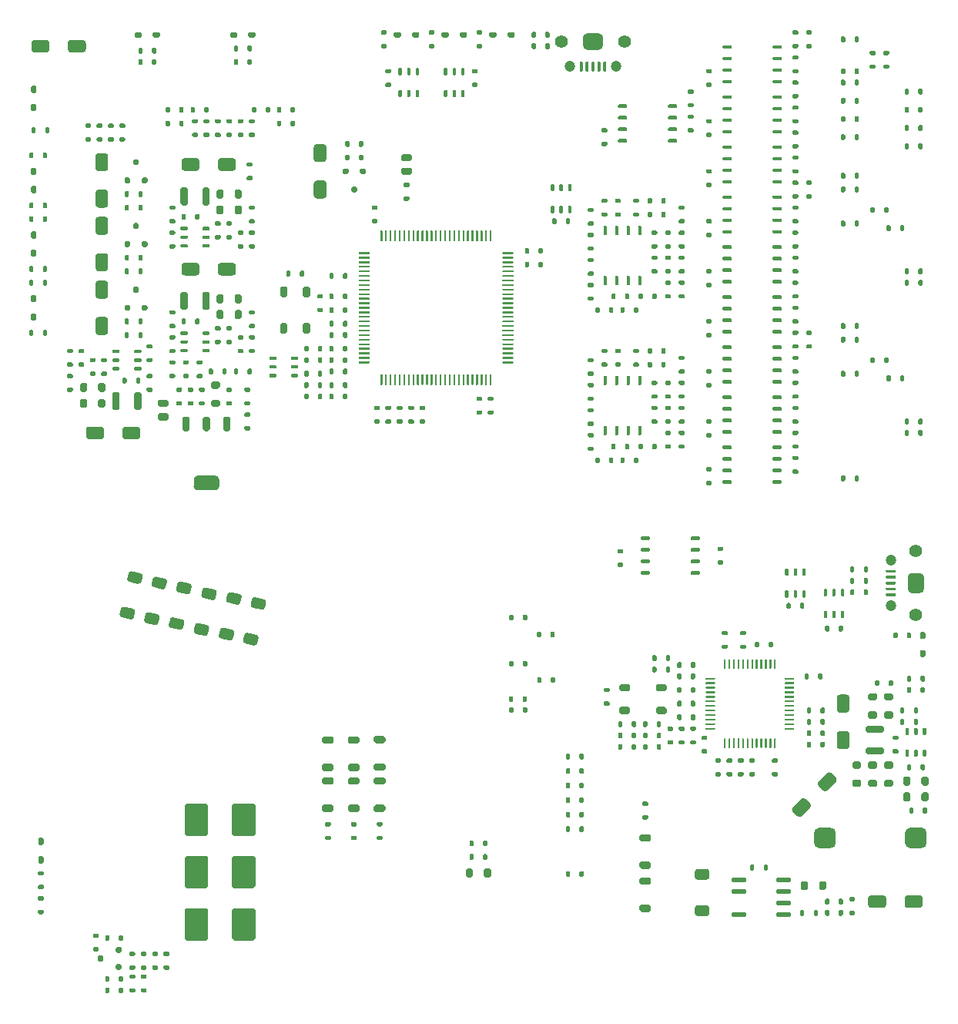
<source format=gtp>
%TF.GenerationSoftware,KiCad,Pcbnew,(5.1.6-rc1-8-gd871a92d1)-1*%
%TF.CreationDate,2020-05-22T14:05:53+02:00*%
%TF.ProjectId,stmbl_4.0,73746d62-6c5f-4342-9e30-2e6b69636164,rev?*%
%TF.SameCoordinates,PXbcd3d80PY2f71ff0*%
%TF.FileFunction,Paste,Top*%
%TF.FilePolarity,Positive*%
%FSLAX46Y46*%
G04 Gerber Fmt 4.6, Leading zero omitted, Abs format (unit mm)*
G04 Created by KiCad (PCBNEW (5.1.6-rc1-8-gd871a92d1)-1) date 2020-05-22 14:05:53*
%MOMM*%
%LPD*%
G01*
G04 APERTURE LIST*
%ADD10C,1.200000*%
%ADD11C,1.400000*%
G04 APERTURE END LIST*
G36*
G01*
X-79820000Y-97169680D02*
X-79820000Y-100330320D01*
G75*
G02*
X-80019680Y-100530000I-199680J0D01*
G01*
X-82180320Y-100530000D01*
G75*
G02*
X-82380000Y-100330320I0J199680D01*
G01*
X-82380000Y-97169680D01*
G75*
G02*
X-82180320Y-96970000I199680J0D01*
G01*
X-80019680Y-96970000D01*
G75*
G02*
X-79820000Y-97169680I0J-199680D01*
G01*
G37*
G36*
G01*
X-74620000Y-97170000D02*
X-74620000Y-100330000D01*
G75*
G02*
X-74820000Y-100530000I-200000J0D01*
G01*
X-76980000Y-100530000D01*
G75*
G02*
X-77180000Y-100330000I0J200000D01*
G01*
X-77180000Y-97170000D01*
G75*
G02*
X-76980000Y-96970000I200000J0D01*
G01*
X-74820000Y-96970000D01*
G75*
G02*
X-74620000Y-97170000I0J-200000D01*
G01*
G37*
G36*
G01*
X-79820000Y-91419680D02*
X-79820000Y-94580320D01*
G75*
G02*
X-80019680Y-94780000I-199680J0D01*
G01*
X-82180320Y-94780000D01*
G75*
G02*
X-82380000Y-94580320I0J199680D01*
G01*
X-82380000Y-91419680D01*
G75*
G02*
X-82180320Y-91220000I199680J0D01*
G01*
X-80019680Y-91220000D01*
G75*
G02*
X-79820000Y-91419680I0J-199680D01*
G01*
G37*
G36*
G01*
X-74620000Y-91420000D02*
X-74620000Y-94580000D01*
G75*
G02*
X-74820000Y-94780000I-200000J0D01*
G01*
X-76980000Y-94780000D01*
G75*
G02*
X-77180000Y-94580000I0J200000D01*
G01*
X-77180000Y-91420000D01*
G75*
G02*
X-76980000Y-91220000I200000J0D01*
G01*
X-74820000Y-91220000D01*
G75*
G02*
X-74620000Y-91420000I0J-200000D01*
G01*
G37*
G36*
G01*
X-79820000Y-85669680D02*
X-79820000Y-88830320D01*
G75*
G02*
X-80019680Y-89030000I-199680J0D01*
G01*
X-82180320Y-89030000D01*
G75*
G02*
X-82380000Y-88830320I0J199680D01*
G01*
X-82380000Y-85669680D01*
G75*
G02*
X-82180320Y-85470000I199680J0D01*
G01*
X-80019680Y-85470000D01*
G75*
G02*
X-79820000Y-85669680I0J-199680D01*
G01*
G37*
G36*
G01*
X-74620000Y-85670000D02*
X-74620000Y-88830000D01*
G75*
G02*
X-74820000Y-89030000I-200000J0D01*
G01*
X-76980000Y-89030000D01*
G75*
G02*
X-77180000Y-88830000I0J200000D01*
G01*
X-77180000Y-85670000D01*
G75*
G02*
X-76980000Y-85470000I200000J0D01*
G01*
X-74820000Y-85470000D01*
G75*
G02*
X-74620000Y-85670000I0J-200000D01*
G01*
G37*
G36*
G01*
X-42186000Y-67102000D02*
X-42186000Y-66698000D01*
G75*
G02*
X-42068000Y-66580000I118000J0D01*
G01*
X-41832000Y-66580000D01*
G75*
G02*
X-41714000Y-66698000I0J-118000D01*
G01*
X-41714000Y-67102000D01*
G75*
G02*
X-41832000Y-67220000I-118000J0D01*
G01*
X-42068000Y-67220000D01*
G75*
G02*
X-42186000Y-67102000I0J118000D01*
G01*
G37*
G36*
G01*
X-43686000Y-67102000D02*
X-43686000Y-66698000D01*
G75*
G02*
X-43568000Y-66580000I118000J0D01*
G01*
X-43332000Y-66580000D01*
G75*
G02*
X-43214000Y-66698000I0J-118000D01*
G01*
X-43214000Y-67102000D01*
G75*
G02*
X-43332000Y-67220000I-118000J0D01*
G01*
X-43568000Y-67220000D01*
G75*
G02*
X-43686000Y-67102000I0J118000D01*
G01*
G37*
G36*
G01*
X-42136000Y-72102000D02*
X-42136000Y-71698000D01*
G75*
G02*
X-42018000Y-71580000I118000J0D01*
G01*
X-41782000Y-71580000D01*
G75*
G02*
X-41664000Y-71698000I0J-118000D01*
G01*
X-41664000Y-72102000D01*
G75*
G02*
X-41782000Y-72220000I-118000J0D01*
G01*
X-42018000Y-72220000D01*
G75*
G02*
X-42136000Y-72102000I0J118000D01*
G01*
G37*
G36*
G01*
X-43636000Y-72102000D02*
X-43636000Y-71698000D01*
G75*
G02*
X-43518000Y-71580000I118000J0D01*
G01*
X-43282000Y-71580000D01*
G75*
G02*
X-43164000Y-71698000I0J-118000D01*
G01*
X-43164000Y-72102000D01*
G75*
G02*
X-43282000Y-72220000I-118000J0D01*
G01*
X-43518000Y-72220000D01*
G75*
G02*
X-43636000Y-72102000I0J118000D01*
G01*
G37*
G36*
G01*
X-45236000Y-74202000D02*
X-45236000Y-73798000D01*
G75*
G02*
X-45118000Y-73680000I118000J0D01*
G01*
X-44882000Y-73680000D01*
G75*
G02*
X-44764000Y-73798000I0J-118000D01*
G01*
X-44764000Y-74202000D01*
G75*
G02*
X-44882000Y-74320000I-118000J0D01*
G01*
X-45118000Y-74320000D01*
G75*
G02*
X-45236000Y-74202000I0J118000D01*
G01*
G37*
G36*
G01*
X-46736000Y-74202000D02*
X-46736000Y-73798000D01*
G75*
G02*
X-46618000Y-73680000I118000J0D01*
G01*
X-46382000Y-73680000D01*
G75*
G02*
X-46264000Y-73798000I0J-118000D01*
G01*
X-46264000Y-74202000D01*
G75*
G02*
X-46382000Y-74320000I-118000J0D01*
G01*
X-46618000Y-74320000D01*
G75*
G02*
X-46736000Y-74202000I0J118000D01*
G01*
G37*
G36*
G01*
X-30514000Y-69298000D02*
X-30514000Y-69702000D01*
G75*
G02*
X-30632000Y-69820000I-118000J0D01*
G01*
X-30868000Y-69820000D01*
G75*
G02*
X-30986000Y-69702000I0J118000D01*
G01*
X-30986000Y-69298000D01*
G75*
G02*
X-30868000Y-69180000I118000J0D01*
G01*
X-30632000Y-69180000D01*
G75*
G02*
X-30514000Y-69298000I0J-118000D01*
G01*
G37*
G36*
G01*
X-29014000Y-69298000D02*
X-29014000Y-69702000D01*
G75*
G02*
X-29132000Y-69820000I-118000J0D01*
G01*
X-29368000Y-69820000D01*
G75*
G02*
X-29486000Y-69702000I0J118000D01*
G01*
X-29486000Y-69298000D01*
G75*
G02*
X-29368000Y-69180000I118000J0D01*
G01*
X-29132000Y-69180000D01*
G75*
G02*
X-29014000Y-69298000I0J-118000D01*
G01*
G37*
G36*
G01*
X-18186000Y-68202000D02*
X-18186000Y-67798000D01*
G75*
G02*
X-18068000Y-67680000I118000J0D01*
G01*
X-17832000Y-67680000D01*
G75*
G02*
X-17714000Y-67798000I0J-118000D01*
G01*
X-17714000Y-68202000D01*
G75*
G02*
X-17832000Y-68320000I-118000J0D01*
G01*
X-18068000Y-68320000D01*
G75*
G02*
X-18186000Y-68202000I0J118000D01*
G01*
G37*
G36*
G01*
X-19686000Y-68202000D02*
X-19686000Y-67798000D01*
G75*
G02*
X-19568000Y-67680000I118000J0D01*
G01*
X-19332000Y-67680000D01*
G75*
G02*
X-19214000Y-67798000I0J-118000D01*
G01*
X-19214000Y-68202000D01*
G75*
G02*
X-19332000Y-68320000I-118000J0D01*
G01*
X-19568000Y-68320000D01*
G75*
G02*
X-19686000Y-68202000I0J118000D01*
G01*
G37*
G36*
G01*
X-38986000Y-88502000D02*
X-38986000Y-88098000D01*
G75*
G02*
X-38868000Y-87980000I118000J0D01*
G01*
X-38632000Y-87980000D01*
G75*
G02*
X-38514000Y-88098000I0J-118000D01*
G01*
X-38514000Y-88502000D01*
G75*
G02*
X-38632000Y-88620000I-118000J0D01*
G01*
X-38868000Y-88620000D01*
G75*
G02*
X-38986000Y-88502000I0J118000D01*
G01*
G37*
G36*
G01*
X-40486000Y-88502000D02*
X-40486000Y-88098000D01*
G75*
G02*
X-40368000Y-87980000I118000J0D01*
G01*
X-40132000Y-87980000D01*
G75*
G02*
X-40014000Y-88098000I0J-118000D01*
G01*
X-40014000Y-88502000D01*
G75*
G02*
X-40132000Y-88620000I-118000J0D01*
G01*
X-40368000Y-88620000D01*
G75*
G02*
X-40486000Y-88502000I0J118000D01*
G01*
G37*
G36*
G01*
X-38986000Y-86902000D02*
X-38986000Y-86498000D01*
G75*
G02*
X-38868000Y-86380000I118000J0D01*
G01*
X-38632000Y-86380000D01*
G75*
G02*
X-38514000Y-86498000I0J-118000D01*
G01*
X-38514000Y-86902000D01*
G75*
G02*
X-38632000Y-87020000I-118000J0D01*
G01*
X-38868000Y-87020000D01*
G75*
G02*
X-38986000Y-86902000I0J118000D01*
G01*
G37*
G36*
G01*
X-40486000Y-86902000D02*
X-40486000Y-86498000D01*
G75*
G02*
X-40368000Y-86380000I118000J0D01*
G01*
X-40132000Y-86380000D01*
G75*
G02*
X-40014000Y-86498000I0J-118000D01*
G01*
X-40014000Y-86902000D01*
G75*
G02*
X-40132000Y-87020000I-118000J0D01*
G01*
X-40368000Y-87020000D01*
G75*
G02*
X-40486000Y-86902000I0J118000D01*
G01*
G37*
G36*
G01*
X-38986000Y-85302000D02*
X-38986000Y-84898000D01*
G75*
G02*
X-38868000Y-84780000I118000J0D01*
G01*
X-38632000Y-84780000D01*
G75*
G02*
X-38514000Y-84898000I0J-118000D01*
G01*
X-38514000Y-85302000D01*
G75*
G02*
X-38632000Y-85420000I-118000J0D01*
G01*
X-38868000Y-85420000D01*
G75*
G02*
X-38986000Y-85302000I0J118000D01*
G01*
G37*
G36*
G01*
X-40486000Y-85302000D02*
X-40486000Y-84898000D01*
G75*
G02*
X-40368000Y-84780000I118000J0D01*
G01*
X-40132000Y-84780000D01*
G75*
G02*
X-40014000Y-84898000I0J-118000D01*
G01*
X-40014000Y-85302000D01*
G75*
G02*
X-40132000Y-85420000I-118000J0D01*
G01*
X-40368000Y-85420000D01*
G75*
G02*
X-40486000Y-85302000I0J118000D01*
G01*
G37*
G36*
G01*
X-38986000Y-83702000D02*
X-38986000Y-83298000D01*
G75*
G02*
X-38868000Y-83180000I118000J0D01*
G01*
X-38632000Y-83180000D01*
G75*
G02*
X-38514000Y-83298000I0J-118000D01*
G01*
X-38514000Y-83702000D01*
G75*
G02*
X-38632000Y-83820000I-118000J0D01*
G01*
X-38868000Y-83820000D01*
G75*
G02*
X-38986000Y-83702000I0J118000D01*
G01*
G37*
G36*
G01*
X-40486000Y-83702000D02*
X-40486000Y-83298000D01*
G75*
G02*
X-40368000Y-83180000I118000J0D01*
G01*
X-40132000Y-83180000D01*
G75*
G02*
X-40014000Y-83298000I0J-118000D01*
G01*
X-40014000Y-83702000D01*
G75*
G02*
X-40132000Y-83820000I-118000J0D01*
G01*
X-40368000Y-83820000D01*
G75*
G02*
X-40486000Y-83702000I0J118000D01*
G01*
G37*
G36*
G01*
X-38983000Y-82102000D02*
X-38983000Y-81698000D01*
G75*
G02*
X-38865000Y-81580000I118000J0D01*
G01*
X-38629000Y-81580000D01*
G75*
G02*
X-38511000Y-81698000I0J-118000D01*
G01*
X-38511000Y-82102000D01*
G75*
G02*
X-38629000Y-82220000I-118000J0D01*
G01*
X-38865000Y-82220000D01*
G75*
G02*
X-38983000Y-82102000I0J118000D01*
G01*
G37*
G36*
G01*
X-40483000Y-82102000D02*
X-40483000Y-81698000D01*
G75*
G02*
X-40365000Y-81580000I118000J0D01*
G01*
X-40129000Y-81580000D01*
G75*
G02*
X-40011000Y-81698000I0J-118000D01*
G01*
X-40011000Y-82102000D01*
G75*
G02*
X-40129000Y-82220000I-118000J0D01*
G01*
X-40365000Y-82220000D01*
G75*
G02*
X-40483000Y-82102000I0J118000D01*
G01*
G37*
G36*
G01*
X-38983000Y-80502000D02*
X-38983000Y-80098000D01*
G75*
G02*
X-38865000Y-79980000I118000J0D01*
G01*
X-38629000Y-79980000D01*
G75*
G02*
X-38511000Y-80098000I0J-118000D01*
G01*
X-38511000Y-80502000D01*
G75*
G02*
X-38629000Y-80620000I-118000J0D01*
G01*
X-38865000Y-80620000D01*
G75*
G02*
X-38983000Y-80502000I0J118000D01*
G01*
G37*
G36*
G01*
X-40483000Y-80502000D02*
X-40483000Y-80098000D01*
G75*
G02*
X-40365000Y-79980000I118000J0D01*
G01*
X-40129000Y-79980000D01*
G75*
G02*
X-40011000Y-80098000I0J-118000D01*
G01*
X-40011000Y-80502000D01*
G75*
G02*
X-40129000Y-80620000I-118000J0D01*
G01*
X-40365000Y-80620000D01*
G75*
G02*
X-40483000Y-80502000I0J118000D01*
G01*
G37*
G36*
G01*
X-74751496Y-68097139D02*
X-75729644Y-67889227D01*
G75*
G02*
X-75960714Y-67533409I62374J293444D01*
G01*
X-75835967Y-66946521D01*
G75*
G02*
X-75480149Y-66715451I293444J-62374D01*
G01*
X-74502002Y-66923363D01*
G75*
G02*
X-74270932Y-67279181I-62374J-293444D01*
G01*
X-74395679Y-67866069D01*
G75*
G02*
X-74751497Y-68097139I-293444J62374D01*
G01*
G37*
G36*
G01*
X-73919850Y-64184549D02*
X-74897998Y-63976637D01*
G75*
G02*
X-75129068Y-63620819I62374J293444D01*
G01*
X-75004321Y-63033931D01*
G75*
G02*
X-74648503Y-62802861I293444J-62374D01*
G01*
X-73670356Y-63010773D01*
G75*
G02*
X-73439286Y-63366591I-62374J-293444D01*
G01*
X-73564033Y-63953479D01*
G75*
G02*
X-73919851Y-64184549I-293444J62374D01*
G01*
G37*
G36*
G01*
X-46234000Y-69902000D02*
X-46234000Y-70306000D01*
G75*
G02*
X-46352000Y-70424000I-118000J0D01*
G01*
X-46588000Y-70424000D01*
G75*
G02*
X-46706000Y-70306000I0J118000D01*
G01*
X-46706000Y-69902000D01*
G75*
G02*
X-46588000Y-69784000I118000J0D01*
G01*
X-46352000Y-69784000D01*
G75*
G02*
X-46234000Y-69902000I0J-118000D01*
G01*
G37*
G36*
G01*
X-44734000Y-69902000D02*
X-44734000Y-70306000D01*
G75*
G02*
X-44852000Y-70424000I-118000J0D01*
G01*
X-45088000Y-70424000D01*
G75*
G02*
X-45206000Y-70306000I0J118000D01*
G01*
X-45206000Y-69902000D01*
G75*
G02*
X-45088000Y-69784000I118000J0D01*
G01*
X-44852000Y-69784000D01*
G75*
G02*
X-44734000Y-69902000I0J-118000D01*
G01*
G37*
G36*
G01*
X-46234000Y-74982000D02*
X-46234000Y-75386000D01*
G75*
G02*
X-46352000Y-75504000I-118000J0D01*
G01*
X-46588000Y-75504000D01*
G75*
G02*
X-46706000Y-75386000I0J118000D01*
G01*
X-46706000Y-74982000D01*
G75*
G02*
X-46588000Y-74864000I118000J0D01*
G01*
X-46352000Y-74864000D01*
G75*
G02*
X-46234000Y-74982000I0J-118000D01*
G01*
G37*
G36*
G01*
X-44734000Y-74982000D02*
X-44734000Y-75386000D01*
G75*
G02*
X-44852000Y-75504000I-118000J0D01*
G01*
X-45088000Y-75504000D01*
G75*
G02*
X-45206000Y-75386000I0J118000D01*
G01*
X-45206000Y-74982000D01*
G75*
G02*
X-45088000Y-74864000I118000J0D01*
G01*
X-44852000Y-74864000D01*
G75*
G02*
X-44734000Y-74982000I0J-118000D01*
G01*
G37*
G36*
G01*
X-46234000Y-64822000D02*
X-46234000Y-65226000D01*
G75*
G02*
X-46352000Y-65344000I-118000J0D01*
G01*
X-46588000Y-65344000D01*
G75*
G02*
X-46706000Y-65226000I0J118000D01*
G01*
X-46706000Y-64822000D01*
G75*
G02*
X-46588000Y-64704000I118000J0D01*
G01*
X-46352000Y-64704000D01*
G75*
G02*
X-46234000Y-64822000I0J-118000D01*
G01*
G37*
G36*
G01*
X-44734000Y-64822000D02*
X-44734000Y-65226000D01*
G75*
G02*
X-44852000Y-65344000I-118000J0D01*
G01*
X-45088000Y-65344000D01*
G75*
G02*
X-45206000Y-65226000I0J118000D01*
G01*
X-45206000Y-64822000D01*
G75*
G02*
X-45088000Y-64704000I118000J0D01*
G01*
X-44852000Y-64704000D01*
G75*
G02*
X-44734000Y-64822000I0J-118000D01*
G01*
G37*
G36*
G01*
X-85635673Y-65840844D02*
X-86613821Y-65632932D01*
G75*
G02*
X-86844891Y-65277114I62374J293444D01*
G01*
X-86720144Y-64690226D01*
G75*
G02*
X-86364326Y-64459156I293444J-62374D01*
G01*
X-85386179Y-64667068D01*
G75*
G02*
X-85155109Y-65022886I-62374J-293444D01*
G01*
X-85279856Y-65609774D01*
G75*
G02*
X-85635674Y-65840844I-293444J62374D01*
G01*
G37*
G36*
G01*
X-84804027Y-61928254D02*
X-85782175Y-61720342D01*
G75*
G02*
X-86013245Y-61364524I62374J293444D01*
G01*
X-85888498Y-60777636D01*
G75*
G02*
X-85532680Y-60546566I293444J-62374D01*
G01*
X-84554533Y-60754478D01*
G75*
G02*
X-84323463Y-61110296I-62374J-293444D01*
G01*
X-84448210Y-61697184D01*
G75*
G02*
X-84804028Y-61928254I-293444J62374D01*
G01*
G37*
G36*
G01*
X-80185673Y-67040844D02*
X-81163821Y-66832932D01*
G75*
G02*
X-81394891Y-66477114I62374J293444D01*
G01*
X-81270144Y-65890226D01*
G75*
G02*
X-80914326Y-65659156I293444J-62374D01*
G01*
X-79936179Y-65867068D01*
G75*
G02*
X-79705109Y-66222886I-62374J-293444D01*
G01*
X-79829856Y-66809774D01*
G75*
G02*
X-80185674Y-67040844I-293444J62374D01*
G01*
G37*
G36*
G01*
X-79354027Y-63128254D02*
X-80332175Y-62920342D01*
G75*
G02*
X-80563245Y-62564524I62374J293444D01*
G01*
X-80438498Y-61977636D01*
G75*
G02*
X-80082680Y-61746566I293444J-62374D01*
G01*
X-79104533Y-61954478D01*
G75*
G02*
X-78873463Y-62310296I-62374J-293444D01*
G01*
X-78998210Y-62897184D01*
G75*
G02*
X-79354028Y-63128254I-293444J62374D01*
G01*
G37*
G36*
G01*
X-82935673Y-66390844D02*
X-83913821Y-66182932D01*
G75*
G02*
X-84144891Y-65827114I62374J293444D01*
G01*
X-84020144Y-65240226D01*
G75*
G02*
X-83664326Y-65009156I293444J-62374D01*
G01*
X-82686179Y-65217068D01*
G75*
G02*
X-82455109Y-65572886I-62374J-293444D01*
G01*
X-82579856Y-66159774D01*
G75*
G02*
X-82935674Y-66390844I-293444J62374D01*
G01*
G37*
G36*
G01*
X-82104027Y-62478254D02*
X-83082175Y-62270342D01*
G75*
G02*
X-83313245Y-61914524I62374J293444D01*
G01*
X-83188498Y-61327636D01*
G75*
G02*
X-82832680Y-61096566I293444J-62374D01*
G01*
X-81854533Y-61304478D01*
G75*
G02*
X-81623463Y-61660296I-62374J-293444D01*
G01*
X-81748210Y-62247184D01*
G75*
G02*
X-82104028Y-62478254I-293444J62374D01*
G01*
G37*
G36*
G01*
X-77435673Y-67540844D02*
X-78413821Y-67332932D01*
G75*
G02*
X-78644891Y-66977114I62374J293444D01*
G01*
X-78520144Y-66390226D01*
G75*
G02*
X-78164326Y-66159156I293444J-62374D01*
G01*
X-77186179Y-66367068D01*
G75*
G02*
X-76955109Y-66722886I-62374J-293444D01*
G01*
X-77079856Y-67309774D01*
G75*
G02*
X-77435674Y-67540844I-293444J62374D01*
G01*
G37*
G36*
G01*
X-76604027Y-63628254D02*
X-77582175Y-63420342D01*
G75*
G02*
X-77813245Y-63064524I62374J293444D01*
G01*
X-77688498Y-62477636D01*
G75*
G02*
X-77332680Y-62246566I293444J-62374D01*
G01*
X-76354533Y-62454478D01*
G75*
G02*
X-76123463Y-62810296I-62374J-293444D01*
G01*
X-76248210Y-63397184D01*
G75*
G02*
X-76604028Y-63628254I-293444J62374D01*
G01*
G37*
G36*
G01*
X-88335673Y-65240844D02*
X-89313821Y-65032932D01*
G75*
G02*
X-89544891Y-64677114I62374J293444D01*
G01*
X-89420144Y-64090226D01*
G75*
G02*
X-89064326Y-63859156I293444J-62374D01*
G01*
X-88086179Y-64067068D01*
G75*
G02*
X-87855109Y-64422886I-62374J-293444D01*
G01*
X-87979856Y-65009774D01*
G75*
G02*
X-88335674Y-65240844I-293444J62374D01*
G01*
G37*
G36*
G01*
X-87504027Y-61328254D02*
X-88482175Y-61120342D01*
G75*
G02*
X-88713245Y-60764524I62374J293444D01*
G01*
X-88588498Y-60177636D01*
G75*
G02*
X-88232680Y-59946566I293444J-62374D01*
G01*
X-87254533Y-60154478D01*
G75*
G02*
X-87023463Y-60510296I-62374J-293444D01*
G01*
X-87148210Y-61097184D01*
G75*
G02*
X-87504028Y-61328254I-293444J62374D01*
G01*
G37*
G36*
G01*
X-97998000Y-93386000D02*
X-98402000Y-93386000D01*
G75*
G02*
X-98520000Y-93268000I0J118000D01*
G01*
X-98520000Y-93032000D01*
G75*
G02*
X-98402000Y-92914000I118000J0D01*
G01*
X-97998000Y-92914000D01*
G75*
G02*
X-97880000Y-93032000I0J-118000D01*
G01*
X-97880000Y-93268000D01*
G75*
G02*
X-97998000Y-93386000I-118000J0D01*
G01*
G37*
G36*
G01*
X-97998000Y-94886000D02*
X-98402000Y-94886000D01*
G75*
G02*
X-98520000Y-94768000I0J118000D01*
G01*
X-98520000Y-94532000D01*
G75*
G02*
X-98402000Y-94414000I118000J0D01*
G01*
X-97998000Y-94414000D01*
G75*
G02*
X-97880000Y-94532000I0J-118000D01*
G01*
X-97880000Y-94768000D01*
G75*
G02*
X-97998000Y-94886000I-118000J0D01*
G01*
G37*
G36*
G01*
X-97998000Y-96136000D02*
X-98402000Y-96136000D01*
G75*
G02*
X-98520000Y-96018000I0J118000D01*
G01*
X-98520000Y-95782000D01*
G75*
G02*
X-98402000Y-95664000I118000J0D01*
G01*
X-97998000Y-95664000D01*
G75*
G02*
X-97880000Y-95782000I0J-118000D01*
G01*
X-97880000Y-96018000D01*
G75*
G02*
X-97998000Y-96136000I-118000J0D01*
G01*
G37*
G36*
G01*
X-97998000Y-97636000D02*
X-98402000Y-97636000D01*
G75*
G02*
X-98520000Y-97518000I0J118000D01*
G01*
X-98520000Y-97282000D01*
G75*
G02*
X-98402000Y-97164000I118000J0D01*
G01*
X-97998000Y-97164000D01*
G75*
G02*
X-97880000Y-97282000I0J-118000D01*
G01*
X-97880000Y-97518000D01*
G75*
G02*
X-97998000Y-97636000I-118000J0D01*
G01*
G37*
G36*
G01*
X-98350000Y-89250000D02*
X-98050000Y-89250000D01*
G75*
G02*
X-97900000Y-89400000I0J-150000D01*
G01*
X-97900000Y-89900000D01*
G75*
G02*
X-98050000Y-90050000I-150000J0D01*
G01*
X-98350000Y-90050000D01*
G75*
G02*
X-98500000Y-89900000I0J150000D01*
G01*
X-98500000Y-89400000D01*
G75*
G02*
X-98350000Y-89250000I150000J0D01*
G01*
G37*
G36*
G01*
X-98350000Y-91250000D02*
X-98050000Y-91250000D01*
G75*
G02*
X-97900000Y-91400000I0J-150000D01*
G01*
X-97900000Y-91900000D01*
G75*
G02*
X-98050000Y-92050000I-150000J0D01*
G01*
X-98350000Y-92050000D01*
G75*
G02*
X-98500000Y-91900000I0J150000D01*
G01*
X-98500000Y-91400000D01*
G75*
G02*
X-98350000Y-91250000I150000J0D01*
G01*
G37*
G36*
G01*
X-58400000Y-14100000D02*
X-57600000Y-14100000D01*
G75*
G02*
X-57400000Y-14300000I0J-200000D01*
G01*
X-57400000Y-14700000D01*
G75*
G02*
X-57600000Y-14900000I-200000J0D01*
G01*
X-58400000Y-14900000D01*
G75*
G02*
X-58600000Y-14700000I0J200000D01*
G01*
X-58600000Y-14300000D01*
G75*
G02*
X-58400000Y-14100000I200000J0D01*
G01*
G37*
G36*
G01*
X-58400000Y-15600000D02*
X-57600000Y-15600000D01*
G75*
G02*
X-57400000Y-15800000I0J-200000D01*
G01*
X-57400000Y-16200000D01*
G75*
G02*
X-57600000Y-16400000I-200000J0D01*
G01*
X-58400000Y-16400000D01*
G75*
G02*
X-58600000Y-16200000I0J200000D01*
G01*
X-58600000Y-15800000D01*
G75*
G02*
X-58400000Y-15600000I200000J0D01*
G01*
G37*
G36*
G01*
X-84350000Y-43400000D02*
X-85150000Y-43400000D01*
G75*
G02*
X-85350000Y-43200000I0J200000D01*
G01*
X-85350000Y-42800000D01*
G75*
G02*
X-85150000Y-42600000I200000J0D01*
G01*
X-84350000Y-42600000D01*
G75*
G02*
X-84150000Y-42800000I0J-200000D01*
G01*
X-84150000Y-43200000D01*
G75*
G02*
X-84350000Y-43400000I-200000J0D01*
G01*
G37*
G36*
G01*
X-84350000Y-41900000D02*
X-85150000Y-41900000D01*
G75*
G02*
X-85350000Y-41700000I0J200000D01*
G01*
X-85350000Y-41300000D01*
G75*
G02*
X-85150000Y-41100000I200000J0D01*
G01*
X-84350000Y-41100000D01*
G75*
G02*
X-84150000Y-41300000I0J-200000D01*
G01*
X-84150000Y-41700000D01*
G75*
G02*
X-84350000Y-41900000I-200000J0D01*
G01*
G37*
G36*
G01*
X-17230000Y-93605000D02*
X-15870000Y-93605000D01*
G75*
G02*
X-15750000Y-93725000I0J-120000D01*
G01*
X-15750000Y-93965000D01*
G75*
G02*
X-15870000Y-94085000I-120000J0D01*
G01*
X-17230000Y-94085000D01*
G75*
G02*
X-17350000Y-93965000I0J120000D01*
G01*
X-17350000Y-93725000D01*
G75*
G02*
X-17230000Y-93605000I120000J0D01*
G01*
G37*
G36*
G01*
X-17230000Y-94875000D02*
X-15870000Y-94875000D01*
G75*
G02*
X-15750000Y-94995000I0J-120000D01*
G01*
X-15750000Y-95235000D01*
G75*
G02*
X-15870000Y-95355000I-120000J0D01*
G01*
X-17230000Y-95355000D01*
G75*
G02*
X-17350000Y-95235000I0J120000D01*
G01*
X-17350000Y-94995000D01*
G75*
G02*
X-17230000Y-94875000I120000J0D01*
G01*
G37*
G36*
G01*
X-17230000Y-96145000D02*
X-15870000Y-96145000D01*
G75*
G02*
X-15750000Y-96265000I0J-120000D01*
G01*
X-15750000Y-96505000D01*
G75*
G02*
X-15870000Y-96625000I-120000J0D01*
G01*
X-17230000Y-96625000D01*
G75*
G02*
X-17350000Y-96505000I0J120000D01*
G01*
X-17350000Y-96265000D01*
G75*
G02*
X-17230000Y-96145000I120000J0D01*
G01*
G37*
G36*
G01*
X-17230000Y-97415000D02*
X-15870000Y-97415000D01*
G75*
G02*
X-15750000Y-97535000I0J-120000D01*
G01*
X-15750000Y-97775000D01*
G75*
G02*
X-15870000Y-97895000I-120000J0D01*
G01*
X-17230000Y-97895000D01*
G75*
G02*
X-17350000Y-97775000I0J120000D01*
G01*
X-17350000Y-97535000D01*
G75*
G02*
X-17230000Y-97415000I120000J0D01*
G01*
G37*
G36*
G01*
X-22130000Y-97415000D02*
X-20770000Y-97415000D01*
G75*
G02*
X-20650000Y-97535000I0J-120000D01*
G01*
X-20650000Y-97775000D01*
G75*
G02*
X-20770000Y-97895000I-120000J0D01*
G01*
X-22130000Y-97895000D01*
G75*
G02*
X-22250000Y-97775000I0J120000D01*
G01*
X-22250000Y-97535000D01*
G75*
G02*
X-22130000Y-97415000I120000J0D01*
G01*
G37*
G36*
G01*
X-22130000Y-94875000D02*
X-20770000Y-94875000D01*
G75*
G02*
X-20650000Y-94995000I0J-120000D01*
G01*
X-20650000Y-95235000D01*
G75*
G02*
X-20770000Y-95355000I-120000J0D01*
G01*
X-22130000Y-95355000D01*
G75*
G02*
X-22250000Y-95235000I0J120000D01*
G01*
X-22250000Y-94995000D01*
G75*
G02*
X-22130000Y-94875000I120000J0D01*
G01*
G37*
G36*
G01*
X-22130000Y-93605000D02*
X-20770000Y-93605000D01*
G75*
G02*
X-20650000Y-93725000I0J-120000D01*
G01*
X-20650000Y-93965000D01*
G75*
G02*
X-20770000Y-94085000I-120000J0D01*
G01*
X-22130000Y-94085000D01*
G75*
G02*
X-22250000Y-93965000I0J120000D01*
G01*
X-22250000Y-93725000D01*
G75*
G02*
X-22130000Y-93605000I120000J0D01*
G01*
G37*
G36*
G01*
X-99150000Y-29600000D02*
X-98850000Y-29600000D01*
G75*
G02*
X-98700000Y-29750000I0J-150000D01*
G01*
X-98700000Y-30250000D01*
G75*
G02*
X-98850000Y-30400000I-150000J0D01*
G01*
X-99150000Y-30400000D01*
G75*
G02*
X-99300000Y-30250000I0J150000D01*
G01*
X-99300000Y-29750000D01*
G75*
G02*
X-99150000Y-29600000I150000J0D01*
G01*
G37*
G36*
G01*
X-99150000Y-31600000D02*
X-98850000Y-31600000D01*
G75*
G02*
X-98700000Y-31750000I0J-150000D01*
G01*
X-98700000Y-32250000D01*
G75*
G02*
X-98850000Y-32400000I-150000J0D01*
G01*
X-99150000Y-32400000D01*
G75*
G02*
X-99300000Y-32250000I0J150000D01*
G01*
X-99300000Y-31750000D01*
G75*
G02*
X-99150000Y-31600000I150000J0D01*
G01*
G37*
G36*
G01*
X-99150000Y-22600000D02*
X-98850000Y-22600000D01*
G75*
G02*
X-98700000Y-22750000I0J-150000D01*
G01*
X-98700000Y-23250000D01*
G75*
G02*
X-98850000Y-23400000I-150000J0D01*
G01*
X-99150000Y-23400000D01*
G75*
G02*
X-99300000Y-23250000I0J150000D01*
G01*
X-99300000Y-22750000D01*
G75*
G02*
X-99150000Y-22600000I150000J0D01*
G01*
G37*
G36*
G01*
X-99150000Y-24600000D02*
X-98850000Y-24600000D01*
G75*
G02*
X-98700000Y-24750000I0J-150000D01*
G01*
X-98700000Y-25250000D01*
G75*
G02*
X-98850000Y-25400000I-150000J0D01*
G01*
X-99150000Y-25400000D01*
G75*
G02*
X-99300000Y-25250000I0J150000D01*
G01*
X-99300000Y-24750000D01*
G75*
G02*
X-99150000Y-24600000I150000J0D01*
G01*
G37*
G36*
G01*
X-99150000Y-15600000D02*
X-98850000Y-15600000D01*
G75*
G02*
X-98700000Y-15750000I0J-150000D01*
G01*
X-98700000Y-16250000D01*
G75*
G02*
X-98850000Y-16400000I-150000J0D01*
G01*
X-99150000Y-16400000D01*
G75*
G02*
X-99300000Y-16250000I0J150000D01*
G01*
X-99300000Y-15750000D01*
G75*
G02*
X-99150000Y-15600000I150000J0D01*
G01*
G37*
G36*
G01*
X-99150000Y-17600000D02*
X-98850000Y-17600000D01*
G75*
G02*
X-98700000Y-17750000I0J-150000D01*
G01*
X-98700000Y-18250000D01*
G75*
G02*
X-98850000Y-18400000I-150000J0D01*
G01*
X-99150000Y-18400000D01*
G75*
G02*
X-99300000Y-18250000I0J150000D01*
G01*
X-99300000Y-17750000D01*
G75*
G02*
X-99150000Y-17600000I150000J0D01*
G01*
G37*
G36*
G01*
X-46100000Y-850000D02*
X-46100000Y-1150000D01*
G75*
G02*
X-46250000Y-1300000I-150000J0D01*
G01*
X-46750000Y-1300000D01*
G75*
G02*
X-46900000Y-1150000I0J150000D01*
G01*
X-46900000Y-850000D01*
G75*
G02*
X-46750000Y-700000I150000J0D01*
G01*
X-46250000Y-700000D01*
G75*
G02*
X-46100000Y-850000I0J-150000D01*
G01*
G37*
G36*
G01*
X-48100000Y-850000D02*
X-48100000Y-1150000D01*
G75*
G02*
X-48250000Y-1300000I-150000J0D01*
G01*
X-48750000Y-1300000D01*
G75*
G02*
X-48900000Y-1150000I0J150000D01*
G01*
X-48900000Y-850000D01*
G75*
G02*
X-48750000Y-700000I150000J0D01*
G01*
X-48250000Y-700000D01*
G75*
G02*
X-48100000Y-850000I0J-150000D01*
G01*
G37*
G36*
G01*
X-51350000Y-850000D02*
X-51350000Y-1150000D01*
G75*
G02*
X-51500000Y-1300000I-150000J0D01*
G01*
X-52000000Y-1300000D01*
G75*
G02*
X-52150000Y-1150000I0J150000D01*
G01*
X-52150000Y-850000D01*
G75*
G02*
X-52000000Y-700000I150000J0D01*
G01*
X-51500000Y-700000D01*
G75*
G02*
X-51350000Y-850000I0J-150000D01*
G01*
G37*
G36*
G01*
X-53350000Y-850000D02*
X-53350000Y-1150000D01*
G75*
G02*
X-53500000Y-1300000I-150000J0D01*
G01*
X-54000000Y-1300000D01*
G75*
G02*
X-54150000Y-1150000I0J150000D01*
G01*
X-54150000Y-850000D01*
G75*
G02*
X-54000000Y-700000I150000J0D01*
G01*
X-53500000Y-700000D01*
G75*
G02*
X-53350000Y-850000I0J-150000D01*
G01*
G37*
G36*
G01*
X-56600000Y-850000D02*
X-56600000Y-1150000D01*
G75*
G02*
X-56750000Y-1300000I-150000J0D01*
G01*
X-57250000Y-1300000D01*
G75*
G02*
X-57400000Y-1150000I0J150000D01*
G01*
X-57400000Y-850000D01*
G75*
G02*
X-57250000Y-700000I150000J0D01*
G01*
X-56750000Y-700000D01*
G75*
G02*
X-56600000Y-850000I0J-150000D01*
G01*
G37*
G36*
G01*
X-58600000Y-850000D02*
X-58600000Y-1150000D01*
G75*
G02*
X-58750000Y-1300000I-150000J0D01*
G01*
X-59250000Y-1300000D01*
G75*
G02*
X-59400000Y-1150000I0J150000D01*
G01*
X-59400000Y-850000D01*
G75*
G02*
X-59250000Y-700000I150000J0D01*
G01*
X-58750000Y-700000D01*
G75*
G02*
X-58600000Y-850000I0J-150000D01*
G01*
G37*
G36*
G01*
X-85100000Y-850000D02*
X-85100000Y-1150000D01*
G75*
G02*
X-85250000Y-1300000I-150000J0D01*
G01*
X-85750000Y-1300000D01*
G75*
G02*
X-85900000Y-1150000I0J150000D01*
G01*
X-85900000Y-850000D01*
G75*
G02*
X-85750000Y-700000I150000J0D01*
G01*
X-85250000Y-700000D01*
G75*
G02*
X-85100000Y-850000I0J-150000D01*
G01*
G37*
G36*
G01*
X-87100000Y-850000D02*
X-87100000Y-1150000D01*
G75*
G02*
X-87250000Y-1300000I-150000J0D01*
G01*
X-87750000Y-1300000D01*
G75*
G02*
X-87900000Y-1150000I0J150000D01*
G01*
X-87900000Y-850000D01*
G75*
G02*
X-87750000Y-700000I150000J0D01*
G01*
X-87250000Y-700000D01*
G75*
G02*
X-87100000Y-850000I0J-150000D01*
G01*
G37*
G36*
G01*
X-74600000Y-850000D02*
X-74600000Y-1150000D01*
G75*
G02*
X-74750000Y-1300000I-150000J0D01*
G01*
X-75250000Y-1300000D01*
G75*
G02*
X-75400000Y-1150000I0J150000D01*
G01*
X-75400000Y-850000D01*
G75*
G02*
X-75250000Y-700000I150000J0D01*
G01*
X-74750000Y-700000D01*
G75*
G02*
X-74600000Y-850000I0J-150000D01*
G01*
G37*
G36*
G01*
X-76600000Y-850000D02*
X-76600000Y-1150000D01*
G75*
G02*
X-76750000Y-1300000I-150000J0D01*
G01*
X-77250000Y-1300000D01*
G75*
G02*
X-77400000Y-1150000I0J150000D01*
G01*
X-77400000Y-850000D01*
G75*
G02*
X-77250000Y-700000I150000J0D01*
G01*
X-76750000Y-700000D01*
G75*
G02*
X-76600000Y-850000I0J-150000D01*
G01*
G37*
G36*
G01*
X-99150000Y-6600000D02*
X-98850000Y-6600000D01*
G75*
G02*
X-98700000Y-6750000I0J-150000D01*
G01*
X-98700000Y-7250000D01*
G75*
G02*
X-98850000Y-7400000I-150000J0D01*
G01*
X-99150000Y-7400000D01*
G75*
G02*
X-99300000Y-7250000I0J150000D01*
G01*
X-99300000Y-6750000D01*
G75*
G02*
X-99150000Y-6600000I150000J0D01*
G01*
G37*
G36*
G01*
X-99150000Y-8600000D02*
X-98850000Y-8600000D01*
G75*
G02*
X-98700000Y-8750000I0J-150000D01*
G01*
X-98700000Y-9250000D01*
G75*
G02*
X-98850000Y-9400000I-150000J0D01*
G01*
X-99150000Y-9400000D01*
G75*
G02*
X-99300000Y-9250000I0J150000D01*
G01*
X-99300000Y-8750000D01*
G75*
G02*
X-99150000Y-8600000I150000J0D01*
G01*
G37*
G36*
G01*
X-1100000Y-69400000D02*
X-1400000Y-69400000D01*
G75*
G02*
X-1550000Y-69250000I0J150000D01*
G01*
X-1550000Y-68750000D01*
G75*
G02*
X-1400000Y-68600000I150000J0D01*
G01*
X-1100000Y-68600000D01*
G75*
G02*
X-950000Y-68750000I0J-150000D01*
G01*
X-950000Y-69250000D01*
G75*
G02*
X-1100000Y-69400000I-150000J0D01*
G01*
G37*
G36*
G01*
X-1100000Y-67400000D02*
X-1400000Y-67400000D01*
G75*
G02*
X-1550000Y-67250000I0J150000D01*
G01*
X-1550000Y-66750000D01*
G75*
G02*
X-1400000Y-66600000I150000J0D01*
G01*
X-1100000Y-66600000D01*
G75*
G02*
X-950000Y-66750000I0J-150000D01*
G01*
X-950000Y-67250000D01*
G75*
G02*
X-1100000Y-67400000I-150000J0D01*
G01*
G37*
G36*
G01*
X-78600000Y-49850000D02*
X-78600000Y-50650000D01*
G75*
G02*
X-79000000Y-51050000I-400000J0D01*
G01*
X-81000000Y-51050000D01*
G75*
G02*
X-81400000Y-50650000I0J400000D01*
G01*
X-81400000Y-49850000D01*
G75*
G02*
X-81000000Y-49450000I400000J0D01*
G01*
X-79000000Y-49450000D01*
G75*
G02*
X-78600000Y-49850000I0J-400000D01*
G01*
G37*
G36*
G01*
X-79600000Y-43150000D02*
X-79600000Y-44350000D01*
G75*
G02*
X-79800000Y-44550000I-200000J0D01*
G01*
X-80200000Y-44550000D01*
G75*
G02*
X-80400000Y-44350000I0J200000D01*
G01*
X-80400000Y-43150000D01*
G75*
G02*
X-80200000Y-42950000I200000J0D01*
G01*
X-79800000Y-42950000D01*
G75*
G02*
X-79600000Y-43150000I0J-200000D01*
G01*
G37*
G36*
G01*
X-81850000Y-43150000D02*
X-81850000Y-44350000D01*
G75*
G02*
X-82050000Y-44550000I-200000J0D01*
G01*
X-82450000Y-44550000D01*
G75*
G02*
X-82650000Y-44350000I0J200000D01*
G01*
X-82650000Y-43150000D01*
G75*
G02*
X-82450000Y-42950000I200000J0D01*
G01*
X-82050000Y-42950000D01*
G75*
G02*
X-81850000Y-43150000I0J-200000D01*
G01*
G37*
G36*
G01*
X-77350000Y-43150000D02*
X-77350000Y-44350000D01*
G75*
G02*
X-77550000Y-44550000I-200000J0D01*
G01*
X-77950000Y-44550000D01*
G75*
G02*
X-78150000Y-44350000I0J200000D01*
G01*
X-78150000Y-43150000D01*
G75*
G02*
X-77950000Y-42950000I200000J0D01*
G01*
X-77550000Y-42950000D01*
G75*
G02*
X-77350000Y-43150000I0J-200000D01*
G01*
G37*
G36*
G01*
X-63250000Y-25050000D02*
X-63250000Y-24950000D01*
G75*
G02*
X-63200000Y-24900000I50000J0D01*
G01*
X-62100000Y-24900000D01*
G75*
G02*
X-62050000Y-24950000I0J-50000D01*
G01*
X-62050000Y-25050000D01*
G75*
G02*
X-62100000Y-25100000I-50000J0D01*
G01*
X-63200000Y-25100000D01*
G75*
G02*
X-63250000Y-25050000I0J50000D01*
G01*
G37*
G36*
G01*
X-63250000Y-25550000D02*
X-63250000Y-25450000D01*
G75*
G02*
X-63200000Y-25400000I50000J0D01*
G01*
X-62100000Y-25400000D01*
G75*
G02*
X-62050000Y-25450000I0J-50000D01*
G01*
X-62050000Y-25550000D01*
G75*
G02*
X-62100000Y-25600000I-50000J0D01*
G01*
X-63200000Y-25600000D01*
G75*
G02*
X-63250000Y-25550000I0J50000D01*
G01*
G37*
G36*
G01*
X-63250000Y-26050000D02*
X-63250000Y-25950000D01*
G75*
G02*
X-63200000Y-25900000I50000J0D01*
G01*
X-62100000Y-25900000D01*
G75*
G02*
X-62050000Y-25950000I0J-50000D01*
G01*
X-62050000Y-26050000D01*
G75*
G02*
X-62100000Y-26100000I-50000J0D01*
G01*
X-63200000Y-26100000D01*
G75*
G02*
X-63250000Y-26050000I0J50000D01*
G01*
G37*
G36*
G01*
X-63250000Y-26550000D02*
X-63250000Y-26450000D01*
G75*
G02*
X-63200000Y-26400000I50000J0D01*
G01*
X-62100000Y-26400000D01*
G75*
G02*
X-62050000Y-26450000I0J-50000D01*
G01*
X-62050000Y-26550000D01*
G75*
G02*
X-62100000Y-26600000I-50000J0D01*
G01*
X-63200000Y-26600000D01*
G75*
G02*
X-63250000Y-26550000I0J50000D01*
G01*
G37*
G36*
G01*
X-63250000Y-27050000D02*
X-63250000Y-26950000D01*
G75*
G02*
X-63200000Y-26900000I50000J0D01*
G01*
X-62100000Y-26900000D01*
G75*
G02*
X-62050000Y-26950000I0J-50000D01*
G01*
X-62050000Y-27050000D01*
G75*
G02*
X-62100000Y-27100000I-50000J0D01*
G01*
X-63200000Y-27100000D01*
G75*
G02*
X-63250000Y-27050000I0J50000D01*
G01*
G37*
G36*
G01*
X-63250000Y-27550000D02*
X-63250000Y-27450000D01*
G75*
G02*
X-63200000Y-27400000I50000J0D01*
G01*
X-62100000Y-27400000D01*
G75*
G02*
X-62050000Y-27450000I0J-50000D01*
G01*
X-62050000Y-27550000D01*
G75*
G02*
X-62100000Y-27600000I-50000J0D01*
G01*
X-63200000Y-27600000D01*
G75*
G02*
X-63250000Y-27550000I0J50000D01*
G01*
G37*
G36*
G01*
X-63250000Y-28050000D02*
X-63250000Y-27950000D01*
G75*
G02*
X-63200000Y-27900000I50000J0D01*
G01*
X-62100000Y-27900000D01*
G75*
G02*
X-62050000Y-27950000I0J-50000D01*
G01*
X-62050000Y-28050000D01*
G75*
G02*
X-62100000Y-28100000I-50000J0D01*
G01*
X-63200000Y-28100000D01*
G75*
G02*
X-63250000Y-28050000I0J50000D01*
G01*
G37*
G36*
G01*
X-63250000Y-28550000D02*
X-63250000Y-28450000D01*
G75*
G02*
X-63200000Y-28400000I50000J0D01*
G01*
X-62100000Y-28400000D01*
G75*
G02*
X-62050000Y-28450000I0J-50000D01*
G01*
X-62050000Y-28550000D01*
G75*
G02*
X-62100000Y-28600000I-50000J0D01*
G01*
X-63200000Y-28600000D01*
G75*
G02*
X-63250000Y-28550000I0J50000D01*
G01*
G37*
G36*
G01*
X-63250000Y-29050000D02*
X-63250000Y-28950000D01*
G75*
G02*
X-63200000Y-28900000I50000J0D01*
G01*
X-62100000Y-28900000D01*
G75*
G02*
X-62050000Y-28950000I0J-50000D01*
G01*
X-62050000Y-29050000D01*
G75*
G02*
X-62100000Y-29100000I-50000J0D01*
G01*
X-63200000Y-29100000D01*
G75*
G02*
X-63250000Y-29050000I0J50000D01*
G01*
G37*
G36*
G01*
X-63250000Y-29550000D02*
X-63250000Y-29450000D01*
G75*
G02*
X-63200000Y-29400000I50000J0D01*
G01*
X-62100000Y-29400000D01*
G75*
G02*
X-62050000Y-29450000I0J-50000D01*
G01*
X-62050000Y-29550000D01*
G75*
G02*
X-62100000Y-29600000I-50000J0D01*
G01*
X-63200000Y-29600000D01*
G75*
G02*
X-63250000Y-29550000I0J50000D01*
G01*
G37*
G36*
G01*
X-63250000Y-30050000D02*
X-63250000Y-29950000D01*
G75*
G02*
X-63200000Y-29900000I50000J0D01*
G01*
X-62100000Y-29900000D01*
G75*
G02*
X-62050000Y-29950000I0J-50000D01*
G01*
X-62050000Y-30050000D01*
G75*
G02*
X-62100000Y-30100000I-50000J0D01*
G01*
X-63200000Y-30100000D01*
G75*
G02*
X-63250000Y-30050000I0J50000D01*
G01*
G37*
G36*
G01*
X-63250000Y-30550000D02*
X-63250000Y-30450000D01*
G75*
G02*
X-63200000Y-30400000I50000J0D01*
G01*
X-62100000Y-30400000D01*
G75*
G02*
X-62050000Y-30450000I0J-50000D01*
G01*
X-62050000Y-30550000D01*
G75*
G02*
X-62100000Y-30600000I-50000J0D01*
G01*
X-63200000Y-30600000D01*
G75*
G02*
X-63250000Y-30550000I0J50000D01*
G01*
G37*
G36*
G01*
X-63250000Y-31050000D02*
X-63250000Y-30950000D01*
G75*
G02*
X-63200000Y-30900000I50000J0D01*
G01*
X-62100000Y-30900000D01*
G75*
G02*
X-62050000Y-30950000I0J-50000D01*
G01*
X-62050000Y-31050000D01*
G75*
G02*
X-62100000Y-31100000I-50000J0D01*
G01*
X-63200000Y-31100000D01*
G75*
G02*
X-63250000Y-31050000I0J50000D01*
G01*
G37*
G36*
G01*
X-63250000Y-31550000D02*
X-63250000Y-31450000D01*
G75*
G02*
X-63200000Y-31400000I50000J0D01*
G01*
X-62100000Y-31400000D01*
G75*
G02*
X-62050000Y-31450000I0J-50000D01*
G01*
X-62050000Y-31550000D01*
G75*
G02*
X-62100000Y-31600000I-50000J0D01*
G01*
X-63200000Y-31600000D01*
G75*
G02*
X-63250000Y-31550000I0J50000D01*
G01*
G37*
G36*
G01*
X-63250000Y-32050000D02*
X-63250000Y-31950000D01*
G75*
G02*
X-63200000Y-31900000I50000J0D01*
G01*
X-62100000Y-31900000D01*
G75*
G02*
X-62050000Y-31950000I0J-50000D01*
G01*
X-62050000Y-32050000D01*
G75*
G02*
X-62100000Y-32100000I-50000J0D01*
G01*
X-63200000Y-32100000D01*
G75*
G02*
X-63250000Y-32050000I0J50000D01*
G01*
G37*
G36*
G01*
X-63250000Y-32550000D02*
X-63250000Y-32450000D01*
G75*
G02*
X-63200000Y-32400000I50000J0D01*
G01*
X-62100000Y-32400000D01*
G75*
G02*
X-62050000Y-32450000I0J-50000D01*
G01*
X-62050000Y-32550000D01*
G75*
G02*
X-62100000Y-32600000I-50000J0D01*
G01*
X-63200000Y-32600000D01*
G75*
G02*
X-63250000Y-32550000I0J50000D01*
G01*
G37*
G36*
G01*
X-63250000Y-33050000D02*
X-63250000Y-32950000D01*
G75*
G02*
X-63200000Y-32900000I50000J0D01*
G01*
X-62100000Y-32900000D01*
G75*
G02*
X-62050000Y-32950000I0J-50000D01*
G01*
X-62050000Y-33050000D01*
G75*
G02*
X-62100000Y-33100000I-50000J0D01*
G01*
X-63200000Y-33100000D01*
G75*
G02*
X-63250000Y-33050000I0J50000D01*
G01*
G37*
G36*
G01*
X-63250000Y-33550000D02*
X-63250000Y-33450000D01*
G75*
G02*
X-63200000Y-33400000I50000J0D01*
G01*
X-62100000Y-33400000D01*
G75*
G02*
X-62050000Y-33450000I0J-50000D01*
G01*
X-62050000Y-33550000D01*
G75*
G02*
X-62100000Y-33600000I-50000J0D01*
G01*
X-63200000Y-33600000D01*
G75*
G02*
X-63250000Y-33550000I0J50000D01*
G01*
G37*
G36*
G01*
X-63250000Y-34050000D02*
X-63250000Y-33950000D01*
G75*
G02*
X-63200000Y-33900000I50000J0D01*
G01*
X-62100000Y-33900000D01*
G75*
G02*
X-62050000Y-33950000I0J-50000D01*
G01*
X-62050000Y-34050000D01*
G75*
G02*
X-62100000Y-34100000I-50000J0D01*
G01*
X-63200000Y-34100000D01*
G75*
G02*
X-63250000Y-34050000I0J50000D01*
G01*
G37*
G36*
G01*
X-63250000Y-34550000D02*
X-63250000Y-34450000D01*
G75*
G02*
X-63200000Y-34400000I50000J0D01*
G01*
X-62100000Y-34400000D01*
G75*
G02*
X-62050000Y-34450000I0J-50000D01*
G01*
X-62050000Y-34550000D01*
G75*
G02*
X-62100000Y-34600000I-50000J0D01*
G01*
X-63200000Y-34600000D01*
G75*
G02*
X-63250000Y-34550000I0J50000D01*
G01*
G37*
G36*
G01*
X-63250000Y-35050000D02*
X-63250000Y-34950000D01*
G75*
G02*
X-63200000Y-34900000I50000J0D01*
G01*
X-62100000Y-34900000D01*
G75*
G02*
X-62050000Y-34950000I0J-50000D01*
G01*
X-62050000Y-35050000D01*
G75*
G02*
X-62100000Y-35100000I-50000J0D01*
G01*
X-63200000Y-35100000D01*
G75*
G02*
X-63250000Y-35050000I0J50000D01*
G01*
G37*
G36*
G01*
X-63250000Y-35550000D02*
X-63250000Y-35450000D01*
G75*
G02*
X-63200000Y-35400000I50000J0D01*
G01*
X-62100000Y-35400000D01*
G75*
G02*
X-62050000Y-35450000I0J-50000D01*
G01*
X-62050000Y-35550000D01*
G75*
G02*
X-62100000Y-35600000I-50000J0D01*
G01*
X-63200000Y-35600000D01*
G75*
G02*
X-63250000Y-35550000I0J50000D01*
G01*
G37*
G36*
G01*
X-63250000Y-36050000D02*
X-63250000Y-35950000D01*
G75*
G02*
X-63200000Y-35900000I50000J0D01*
G01*
X-62100000Y-35900000D01*
G75*
G02*
X-62050000Y-35950000I0J-50000D01*
G01*
X-62050000Y-36050000D01*
G75*
G02*
X-62100000Y-36100000I-50000J0D01*
G01*
X-63200000Y-36100000D01*
G75*
G02*
X-63250000Y-36050000I0J50000D01*
G01*
G37*
G36*
G01*
X-63250000Y-36550000D02*
X-63250000Y-36450000D01*
G75*
G02*
X-63200000Y-36400000I50000J0D01*
G01*
X-62100000Y-36400000D01*
G75*
G02*
X-62050000Y-36450000I0J-50000D01*
G01*
X-62050000Y-36550000D01*
G75*
G02*
X-62100000Y-36600000I-50000J0D01*
G01*
X-63200000Y-36600000D01*
G75*
G02*
X-63250000Y-36550000I0J50000D01*
G01*
G37*
G36*
G01*
X-63250000Y-37050000D02*
X-63250000Y-36950000D01*
G75*
G02*
X-63200000Y-36900000I50000J0D01*
G01*
X-62100000Y-36900000D01*
G75*
G02*
X-62050000Y-36950000I0J-50000D01*
G01*
X-62050000Y-37050000D01*
G75*
G02*
X-62100000Y-37100000I-50000J0D01*
G01*
X-63200000Y-37100000D01*
G75*
G02*
X-63250000Y-37050000I0J50000D01*
G01*
G37*
G36*
G01*
X-60700000Y-39500000D02*
X-60800000Y-39500000D01*
G75*
G02*
X-60850000Y-39450000I0J50000D01*
G01*
X-60850000Y-38350000D01*
G75*
G02*
X-60800000Y-38300000I50000J0D01*
G01*
X-60700000Y-38300000D01*
G75*
G02*
X-60650000Y-38350000I0J-50000D01*
G01*
X-60650000Y-39450000D01*
G75*
G02*
X-60700000Y-39500000I-50000J0D01*
G01*
G37*
G36*
G01*
X-60200000Y-39500000D02*
X-60300000Y-39500000D01*
G75*
G02*
X-60350000Y-39450000I0J50000D01*
G01*
X-60350000Y-38350000D01*
G75*
G02*
X-60300000Y-38300000I50000J0D01*
G01*
X-60200000Y-38300000D01*
G75*
G02*
X-60150000Y-38350000I0J-50000D01*
G01*
X-60150000Y-39450000D01*
G75*
G02*
X-60200000Y-39500000I-50000J0D01*
G01*
G37*
G36*
G01*
X-59700000Y-39500000D02*
X-59800000Y-39500000D01*
G75*
G02*
X-59850000Y-39450000I0J50000D01*
G01*
X-59850000Y-38350000D01*
G75*
G02*
X-59800000Y-38300000I50000J0D01*
G01*
X-59700000Y-38300000D01*
G75*
G02*
X-59650000Y-38350000I0J-50000D01*
G01*
X-59650000Y-39450000D01*
G75*
G02*
X-59700000Y-39500000I-50000J0D01*
G01*
G37*
G36*
G01*
X-59200000Y-39500000D02*
X-59300000Y-39500000D01*
G75*
G02*
X-59350000Y-39450000I0J50000D01*
G01*
X-59350000Y-38350000D01*
G75*
G02*
X-59300000Y-38300000I50000J0D01*
G01*
X-59200000Y-38300000D01*
G75*
G02*
X-59150000Y-38350000I0J-50000D01*
G01*
X-59150000Y-39450000D01*
G75*
G02*
X-59200000Y-39500000I-50000J0D01*
G01*
G37*
G36*
G01*
X-58700000Y-39500000D02*
X-58800000Y-39500000D01*
G75*
G02*
X-58850000Y-39450000I0J50000D01*
G01*
X-58850000Y-38350000D01*
G75*
G02*
X-58800000Y-38300000I50000J0D01*
G01*
X-58700000Y-38300000D01*
G75*
G02*
X-58650000Y-38350000I0J-50000D01*
G01*
X-58650000Y-39450000D01*
G75*
G02*
X-58700000Y-39500000I-50000J0D01*
G01*
G37*
G36*
G01*
X-58200000Y-39500000D02*
X-58300000Y-39500000D01*
G75*
G02*
X-58350000Y-39450000I0J50000D01*
G01*
X-58350000Y-38350000D01*
G75*
G02*
X-58300000Y-38300000I50000J0D01*
G01*
X-58200000Y-38300000D01*
G75*
G02*
X-58150000Y-38350000I0J-50000D01*
G01*
X-58150000Y-39450000D01*
G75*
G02*
X-58200000Y-39500000I-50000J0D01*
G01*
G37*
G36*
G01*
X-57700000Y-39500000D02*
X-57800000Y-39500000D01*
G75*
G02*
X-57850000Y-39450000I0J50000D01*
G01*
X-57850000Y-38350000D01*
G75*
G02*
X-57800000Y-38300000I50000J0D01*
G01*
X-57700000Y-38300000D01*
G75*
G02*
X-57650000Y-38350000I0J-50000D01*
G01*
X-57650000Y-39450000D01*
G75*
G02*
X-57700000Y-39500000I-50000J0D01*
G01*
G37*
G36*
G01*
X-57200000Y-39500000D02*
X-57300000Y-39500000D01*
G75*
G02*
X-57350000Y-39450000I0J50000D01*
G01*
X-57350000Y-38350000D01*
G75*
G02*
X-57300000Y-38300000I50000J0D01*
G01*
X-57200000Y-38300000D01*
G75*
G02*
X-57150000Y-38350000I0J-50000D01*
G01*
X-57150000Y-39450000D01*
G75*
G02*
X-57200000Y-39500000I-50000J0D01*
G01*
G37*
G36*
G01*
X-56700000Y-39500000D02*
X-56800000Y-39500000D01*
G75*
G02*
X-56850000Y-39450000I0J50000D01*
G01*
X-56850000Y-38350000D01*
G75*
G02*
X-56800000Y-38300000I50000J0D01*
G01*
X-56700000Y-38300000D01*
G75*
G02*
X-56650000Y-38350000I0J-50000D01*
G01*
X-56650000Y-39450000D01*
G75*
G02*
X-56700000Y-39500000I-50000J0D01*
G01*
G37*
G36*
G01*
X-56200000Y-39500000D02*
X-56300000Y-39500000D01*
G75*
G02*
X-56350000Y-39450000I0J50000D01*
G01*
X-56350000Y-38350000D01*
G75*
G02*
X-56300000Y-38300000I50000J0D01*
G01*
X-56200000Y-38300000D01*
G75*
G02*
X-56150000Y-38350000I0J-50000D01*
G01*
X-56150000Y-39450000D01*
G75*
G02*
X-56200000Y-39500000I-50000J0D01*
G01*
G37*
G36*
G01*
X-55700000Y-39500000D02*
X-55800000Y-39500000D01*
G75*
G02*
X-55850000Y-39450000I0J50000D01*
G01*
X-55850000Y-38350000D01*
G75*
G02*
X-55800000Y-38300000I50000J0D01*
G01*
X-55700000Y-38300000D01*
G75*
G02*
X-55650000Y-38350000I0J-50000D01*
G01*
X-55650000Y-39450000D01*
G75*
G02*
X-55700000Y-39500000I-50000J0D01*
G01*
G37*
G36*
G01*
X-55200000Y-39500000D02*
X-55300000Y-39500000D01*
G75*
G02*
X-55350000Y-39450000I0J50000D01*
G01*
X-55350000Y-38350000D01*
G75*
G02*
X-55300000Y-38300000I50000J0D01*
G01*
X-55200000Y-38300000D01*
G75*
G02*
X-55150000Y-38350000I0J-50000D01*
G01*
X-55150000Y-39450000D01*
G75*
G02*
X-55200000Y-39500000I-50000J0D01*
G01*
G37*
G36*
G01*
X-54700000Y-39500000D02*
X-54800000Y-39500000D01*
G75*
G02*
X-54850000Y-39450000I0J50000D01*
G01*
X-54850000Y-38350000D01*
G75*
G02*
X-54800000Y-38300000I50000J0D01*
G01*
X-54700000Y-38300000D01*
G75*
G02*
X-54650000Y-38350000I0J-50000D01*
G01*
X-54650000Y-39450000D01*
G75*
G02*
X-54700000Y-39500000I-50000J0D01*
G01*
G37*
G36*
G01*
X-54200000Y-39500000D02*
X-54300000Y-39500000D01*
G75*
G02*
X-54350000Y-39450000I0J50000D01*
G01*
X-54350000Y-38350000D01*
G75*
G02*
X-54300000Y-38300000I50000J0D01*
G01*
X-54200000Y-38300000D01*
G75*
G02*
X-54150000Y-38350000I0J-50000D01*
G01*
X-54150000Y-39450000D01*
G75*
G02*
X-54200000Y-39500000I-50000J0D01*
G01*
G37*
G36*
G01*
X-53700000Y-39500000D02*
X-53800000Y-39500000D01*
G75*
G02*
X-53850000Y-39450000I0J50000D01*
G01*
X-53850000Y-38350000D01*
G75*
G02*
X-53800000Y-38300000I50000J0D01*
G01*
X-53700000Y-38300000D01*
G75*
G02*
X-53650000Y-38350000I0J-50000D01*
G01*
X-53650000Y-39450000D01*
G75*
G02*
X-53700000Y-39500000I-50000J0D01*
G01*
G37*
G36*
G01*
X-53200000Y-39500000D02*
X-53300000Y-39500000D01*
G75*
G02*
X-53350000Y-39450000I0J50000D01*
G01*
X-53350000Y-38350000D01*
G75*
G02*
X-53300000Y-38300000I50000J0D01*
G01*
X-53200000Y-38300000D01*
G75*
G02*
X-53150000Y-38350000I0J-50000D01*
G01*
X-53150000Y-39450000D01*
G75*
G02*
X-53200000Y-39500000I-50000J0D01*
G01*
G37*
G36*
G01*
X-52700000Y-39500000D02*
X-52800000Y-39500000D01*
G75*
G02*
X-52850000Y-39450000I0J50000D01*
G01*
X-52850000Y-38350000D01*
G75*
G02*
X-52800000Y-38300000I50000J0D01*
G01*
X-52700000Y-38300000D01*
G75*
G02*
X-52650000Y-38350000I0J-50000D01*
G01*
X-52650000Y-39450000D01*
G75*
G02*
X-52700000Y-39500000I-50000J0D01*
G01*
G37*
G36*
G01*
X-52200000Y-39500000D02*
X-52300000Y-39500000D01*
G75*
G02*
X-52350000Y-39450000I0J50000D01*
G01*
X-52350000Y-38350000D01*
G75*
G02*
X-52300000Y-38300000I50000J0D01*
G01*
X-52200000Y-38300000D01*
G75*
G02*
X-52150000Y-38350000I0J-50000D01*
G01*
X-52150000Y-39450000D01*
G75*
G02*
X-52200000Y-39500000I-50000J0D01*
G01*
G37*
G36*
G01*
X-51700000Y-39500000D02*
X-51800000Y-39500000D01*
G75*
G02*
X-51850000Y-39450000I0J50000D01*
G01*
X-51850000Y-38350000D01*
G75*
G02*
X-51800000Y-38300000I50000J0D01*
G01*
X-51700000Y-38300000D01*
G75*
G02*
X-51650000Y-38350000I0J-50000D01*
G01*
X-51650000Y-39450000D01*
G75*
G02*
X-51700000Y-39500000I-50000J0D01*
G01*
G37*
G36*
G01*
X-51200000Y-39500000D02*
X-51300000Y-39500000D01*
G75*
G02*
X-51350000Y-39450000I0J50000D01*
G01*
X-51350000Y-38350000D01*
G75*
G02*
X-51300000Y-38300000I50000J0D01*
G01*
X-51200000Y-38300000D01*
G75*
G02*
X-51150000Y-38350000I0J-50000D01*
G01*
X-51150000Y-39450000D01*
G75*
G02*
X-51200000Y-39500000I-50000J0D01*
G01*
G37*
G36*
G01*
X-50700000Y-39500000D02*
X-50800000Y-39500000D01*
G75*
G02*
X-50850000Y-39450000I0J50000D01*
G01*
X-50850000Y-38350000D01*
G75*
G02*
X-50800000Y-38300000I50000J0D01*
G01*
X-50700000Y-38300000D01*
G75*
G02*
X-50650000Y-38350000I0J-50000D01*
G01*
X-50650000Y-39450000D01*
G75*
G02*
X-50700000Y-39500000I-50000J0D01*
G01*
G37*
G36*
G01*
X-50200000Y-39500000D02*
X-50300000Y-39500000D01*
G75*
G02*
X-50350000Y-39450000I0J50000D01*
G01*
X-50350000Y-38350000D01*
G75*
G02*
X-50300000Y-38300000I50000J0D01*
G01*
X-50200000Y-38300000D01*
G75*
G02*
X-50150000Y-38350000I0J-50000D01*
G01*
X-50150000Y-39450000D01*
G75*
G02*
X-50200000Y-39500000I-50000J0D01*
G01*
G37*
G36*
G01*
X-49700000Y-39500000D02*
X-49800000Y-39500000D01*
G75*
G02*
X-49850000Y-39450000I0J50000D01*
G01*
X-49850000Y-38350000D01*
G75*
G02*
X-49800000Y-38300000I50000J0D01*
G01*
X-49700000Y-38300000D01*
G75*
G02*
X-49650000Y-38350000I0J-50000D01*
G01*
X-49650000Y-39450000D01*
G75*
G02*
X-49700000Y-39500000I-50000J0D01*
G01*
G37*
G36*
G01*
X-49200000Y-39500000D02*
X-49300000Y-39500000D01*
G75*
G02*
X-49350000Y-39450000I0J50000D01*
G01*
X-49350000Y-38350000D01*
G75*
G02*
X-49300000Y-38300000I50000J0D01*
G01*
X-49200000Y-38300000D01*
G75*
G02*
X-49150000Y-38350000I0J-50000D01*
G01*
X-49150000Y-39450000D01*
G75*
G02*
X-49200000Y-39500000I-50000J0D01*
G01*
G37*
G36*
G01*
X-48700000Y-39500000D02*
X-48800000Y-39500000D01*
G75*
G02*
X-48850000Y-39450000I0J50000D01*
G01*
X-48850000Y-38350000D01*
G75*
G02*
X-48800000Y-38300000I50000J0D01*
G01*
X-48700000Y-38300000D01*
G75*
G02*
X-48650000Y-38350000I0J-50000D01*
G01*
X-48650000Y-39450000D01*
G75*
G02*
X-48700000Y-39500000I-50000J0D01*
G01*
G37*
G36*
G01*
X-47450000Y-37050000D02*
X-47450000Y-36950000D01*
G75*
G02*
X-47400000Y-36900000I50000J0D01*
G01*
X-46300000Y-36900000D01*
G75*
G02*
X-46250000Y-36950000I0J-50000D01*
G01*
X-46250000Y-37050000D01*
G75*
G02*
X-46300000Y-37100000I-50000J0D01*
G01*
X-47400000Y-37100000D01*
G75*
G02*
X-47450000Y-37050000I0J50000D01*
G01*
G37*
G36*
G01*
X-47450000Y-36550000D02*
X-47450000Y-36450000D01*
G75*
G02*
X-47400000Y-36400000I50000J0D01*
G01*
X-46300000Y-36400000D01*
G75*
G02*
X-46250000Y-36450000I0J-50000D01*
G01*
X-46250000Y-36550000D01*
G75*
G02*
X-46300000Y-36600000I-50000J0D01*
G01*
X-47400000Y-36600000D01*
G75*
G02*
X-47450000Y-36550000I0J50000D01*
G01*
G37*
G36*
G01*
X-47450000Y-36050000D02*
X-47450000Y-35950000D01*
G75*
G02*
X-47400000Y-35900000I50000J0D01*
G01*
X-46300000Y-35900000D01*
G75*
G02*
X-46250000Y-35950000I0J-50000D01*
G01*
X-46250000Y-36050000D01*
G75*
G02*
X-46300000Y-36100000I-50000J0D01*
G01*
X-47400000Y-36100000D01*
G75*
G02*
X-47450000Y-36050000I0J50000D01*
G01*
G37*
G36*
G01*
X-47450000Y-35550000D02*
X-47450000Y-35450000D01*
G75*
G02*
X-47400000Y-35400000I50000J0D01*
G01*
X-46300000Y-35400000D01*
G75*
G02*
X-46250000Y-35450000I0J-50000D01*
G01*
X-46250000Y-35550000D01*
G75*
G02*
X-46300000Y-35600000I-50000J0D01*
G01*
X-47400000Y-35600000D01*
G75*
G02*
X-47450000Y-35550000I0J50000D01*
G01*
G37*
G36*
G01*
X-47450000Y-35050000D02*
X-47450000Y-34950000D01*
G75*
G02*
X-47400000Y-34900000I50000J0D01*
G01*
X-46300000Y-34900000D01*
G75*
G02*
X-46250000Y-34950000I0J-50000D01*
G01*
X-46250000Y-35050000D01*
G75*
G02*
X-46300000Y-35100000I-50000J0D01*
G01*
X-47400000Y-35100000D01*
G75*
G02*
X-47450000Y-35050000I0J50000D01*
G01*
G37*
G36*
G01*
X-47450000Y-34550000D02*
X-47450000Y-34450000D01*
G75*
G02*
X-47400000Y-34400000I50000J0D01*
G01*
X-46300000Y-34400000D01*
G75*
G02*
X-46250000Y-34450000I0J-50000D01*
G01*
X-46250000Y-34550000D01*
G75*
G02*
X-46300000Y-34600000I-50000J0D01*
G01*
X-47400000Y-34600000D01*
G75*
G02*
X-47450000Y-34550000I0J50000D01*
G01*
G37*
G36*
G01*
X-47450000Y-34050000D02*
X-47450000Y-33950000D01*
G75*
G02*
X-47400000Y-33900000I50000J0D01*
G01*
X-46300000Y-33900000D01*
G75*
G02*
X-46250000Y-33950000I0J-50000D01*
G01*
X-46250000Y-34050000D01*
G75*
G02*
X-46300000Y-34100000I-50000J0D01*
G01*
X-47400000Y-34100000D01*
G75*
G02*
X-47450000Y-34050000I0J50000D01*
G01*
G37*
G36*
G01*
X-47450000Y-33550000D02*
X-47450000Y-33450000D01*
G75*
G02*
X-47400000Y-33400000I50000J0D01*
G01*
X-46300000Y-33400000D01*
G75*
G02*
X-46250000Y-33450000I0J-50000D01*
G01*
X-46250000Y-33550000D01*
G75*
G02*
X-46300000Y-33600000I-50000J0D01*
G01*
X-47400000Y-33600000D01*
G75*
G02*
X-47450000Y-33550000I0J50000D01*
G01*
G37*
G36*
G01*
X-47450000Y-33050000D02*
X-47450000Y-32950000D01*
G75*
G02*
X-47400000Y-32900000I50000J0D01*
G01*
X-46300000Y-32900000D01*
G75*
G02*
X-46250000Y-32950000I0J-50000D01*
G01*
X-46250000Y-33050000D01*
G75*
G02*
X-46300000Y-33100000I-50000J0D01*
G01*
X-47400000Y-33100000D01*
G75*
G02*
X-47450000Y-33050000I0J50000D01*
G01*
G37*
G36*
G01*
X-47450000Y-32550000D02*
X-47450000Y-32450000D01*
G75*
G02*
X-47400000Y-32400000I50000J0D01*
G01*
X-46300000Y-32400000D01*
G75*
G02*
X-46250000Y-32450000I0J-50000D01*
G01*
X-46250000Y-32550000D01*
G75*
G02*
X-46300000Y-32600000I-50000J0D01*
G01*
X-47400000Y-32600000D01*
G75*
G02*
X-47450000Y-32550000I0J50000D01*
G01*
G37*
G36*
G01*
X-47450000Y-32050000D02*
X-47450000Y-31950000D01*
G75*
G02*
X-47400000Y-31900000I50000J0D01*
G01*
X-46300000Y-31900000D01*
G75*
G02*
X-46250000Y-31950000I0J-50000D01*
G01*
X-46250000Y-32050000D01*
G75*
G02*
X-46300000Y-32100000I-50000J0D01*
G01*
X-47400000Y-32100000D01*
G75*
G02*
X-47450000Y-32050000I0J50000D01*
G01*
G37*
G36*
G01*
X-47450000Y-31550000D02*
X-47450000Y-31450000D01*
G75*
G02*
X-47400000Y-31400000I50000J0D01*
G01*
X-46300000Y-31400000D01*
G75*
G02*
X-46250000Y-31450000I0J-50000D01*
G01*
X-46250000Y-31550000D01*
G75*
G02*
X-46300000Y-31600000I-50000J0D01*
G01*
X-47400000Y-31600000D01*
G75*
G02*
X-47450000Y-31550000I0J50000D01*
G01*
G37*
G36*
G01*
X-47450000Y-31050000D02*
X-47450000Y-30950000D01*
G75*
G02*
X-47400000Y-30900000I50000J0D01*
G01*
X-46300000Y-30900000D01*
G75*
G02*
X-46250000Y-30950000I0J-50000D01*
G01*
X-46250000Y-31050000D01*
G75*
G02*
X-46300000Y-31100000I-50000J0D01*
G01*
X-47400000Y-31100000D01*
G75*
G02*
X-47450000Y-31050000I0J50000D01*
G01*
G37*
G36*
G01*
X-47450000Y-30550000D02*
X-47450000Y-30450000D01*
G75*
G02*
X-47400000Y-30400000I50000J0D01*
G01*
X-46300000Y-30400000D01*
G75*
G02*
X-46250000Y-30450000I0J-50000D01*
G01*
X-46250000Y-30550000D01*
G75*
G02*
X-46300000Y-30600000I-50000J0D01*
G01*
X-47400000Y-30600000D01*
G75*
G02*
X-47450000Y-30550000I0J50000D01*
G01*
G37*
G36*
G01*
X-47450000Y-30050000D02*
X-47450000Y-29950000D01*
G75*
G02*
X-47400000Y-29900000I50000J0D01*
G01*
X-46300000Y-29900000D01*
G75*
G02*
X-46250000Y-29950000I0J-50000D01*
G01*
X-46250000Y-30050000D01*
G75*
G02*
X-46300000Y-30100000I-50000J0D01*
G01*
X-47400000Y-30100000D01*
G75*
G02*
X-47450000Y-30050000I0J50000D01*
G01*
G37*
G36*
G01*
X-47450000Y-29550000D02*
X-47450000Y-29450000D01*
G75*
G02*
X-47400000Y-29400000I50000J0D01*
G01*
X-46300000Y-29400000D01*
G75*
G02*
X-46250000Y-29450000I0J-50000D01*
G01*
X-46250000Y-29550000D01*
G75*
G02*
X-46300000Y-29600000I-50000J0D01*
G01*
X-47400000Y-29600000D01*
G75*
G02*
X-47450000Y-29550000I0J50000D01*
G01*
G37*
G36*
G01*
X-47450000Y-29050000D02*
X-47450000Y-28950000D01*
G75*
G02*
X-47400000Y-28900000I50000J0D01*
G01*
X-46300000Y-28900000D01*
G75*
G02*
X-46250000Y-28950000I0J-50000D01*
G01*
X-46250000Y-29050000D01*
G75*
G02*
X-46300000Y-29100000I-50000J0D01*
G01*
X-47400000Y-29100000D01*
G75*
G02*
X-47450000Y-29050000I0J50000D01*
G01*
G37*
G36*
G01*
X-47450000Y-28550000D02*
X-47450000Y-28450000D01*
G75*
G02*
X-47400000Y-28400000I50000J0D01*
G01*
X-46300000Y-28400000D01*
G75*
G02*
X-46250000Y-28450000I0J-50000D01*
G01*
X-46250000Y-28550000D01*
G75*
G02*
X-46300000Y-28600000I-50000J0D01*
G01*
X-47400000Y-28600000D01*
G75*
G02*
X-47450000Y-28550000I0J50000D01*
G01*
G37*
G36*
G01*
X-47450000Y-28050000D02*
X-47450000Y-27950000D01*
G75*
G02*
X-47400000Y-27900000I50000J0D01*
G01*
X-46300000Y-27900000D01*
G75*
G02*
X-46250000Y-27950000I0J-50000D01*
G01*
X-46250000Y-28050000D01*
G75*
G02*
X-46300000Y-28100000I-50000J0D01*
G01*
X-47400000Y-28100000D01*
G75*
G02*
X-47450000Y-28050000I0J50000D01*
G01*
G37*
G36*
G01*
X-47450000Y-27550000D02*
X-47450000Y-27450000D01*
G75*
G02*
X-47400000Y-27400000I50000J0D01*
G01*
X-46300000Y-27400000D01*
G75*
G02*
X-46250000Y-27450000I0J-50000D01*
G01*
X-46250000Y-27550000D01*
G75*
G02*
X-46300000Y-27600000I-50000J0D01*
G01*
X-47400000Y-27600000D01*
G75*
G02*
X-47450000Y-27550000I0J50000D01*
G01*
G37*
G36*
G01*
X-47450000Y-27050000D02*
X-47450000Y-26950000D01*
G75*
G02*
X-47400000Y-26900000I50000J0D01*
G01*
X-46300000Y-26900000D01*
G75*
G02*
X-46250000Y-26950000I0J-50000D01*
G01*
X-46250000Y-27050000D01*
G75*
G02*
X-46300000Y-27100000I-50000J0D01*
G01*
X-47400000Y-27100000D01*
G75*
G02*
X-47450000Y-27050000I0J50000D01*
G01*
G37*
G36*
G01*
X-47450000Y-26550000D02*
X-47450000Y-26450000D01*
G75*
G02*
X-47400000Y-26400000I50000J0D01*
G01*
X-46300000Y-26400000D01*
G75*
G02*
X-46250000Y-26450000I0J-50000D01*
G01*
X-46250000Y-26550000D01*
G75*
G02*
X-46300000Y-26600000I-50000J0D01*
G01*
X-47400000Y-26600000D01*
G75*
G02*
X-47450000Y-26550000I0J50000D01*
G01*
G37*
G36*
G01*
X-47450000Y-26050000D02*
X-47450000Y-25950000D01*
G75*
G02*
X-47400000Y-25900000I50000J0D01*
G01*
X-46300000Y-25900000D01*
G75*
G02*
X-46250000Y-25950000I0J-50000D01*
G01*
X-46250000Y-26050000D01*
G75*
G02*
X-46300000Y-26100000I-50000J0D01*
G01*
X-47400000Y-26100000D01*
G75*
G02*
X-47450000Y-26050000I0J50000D01*
G01*
G37*
G36*
G01*
X-47450000Y-25550000D02*
X-47450000Y-25450000D01*
G75*
G02*
X-47400000Y-25400000I50000J0D01*
G01*
X-46300000Y-25400000D01*
G75*
G02*
X-46250000Y-25450000I0J-50000D01*
G01*
X-46250000Y-25550000D01*
G75*
G02*
X-46300000Y-25600000I-50000J0D01*
G01*
X-47400000Y-25600000D01*
G75*
G02*
X-47450000Y-25550000I0J50000D01*
G01*
G37*
G36*
G01*
X-47450000Y-25050000D02*
X-47450000Y-24950000D01*
G75*
G02*
X-47400000Y-24900000I50000J0D01*
G01*
X-46300000Y-24900000D01*
G75*
G02*
X-46250000Y-24950000I0J-50000D01*
G01*
X-46250000Y-25050000D01*
G75*
G02*
X-46300000Y-25100000I-50000J0D01*
G01*
X-47400000Y-25100000D01*
G75*
G02*
X-47450000Y-25050000I0J50000D01*
G01*
G37*
G36*
G01*
X-48700000Y-23700000D02*
X-48800000Y-23700000D01*
G75*
G02*
X-48850000Y-23650000I0J50000D01*
G01*
X-48850000Y-22550000D01*
G75*
G02*
X-48800000Y-22500000I50000J0D01*
G01*
X-48700000Y-22500000D01*
G75*
G02*
X-48650000Y-22550000I0J-50000D01*
G01*
X-48650000Y-23650000D01*
G75*
G02*
X-48700000Y-23700000I-50000J0D01*
G01*
G37*
G36*
G01*
X-49200000Y-23700000D02*
X-49300000Y-23700000D01*
G75*
G02*
X-49350000Y-23650000I0J50000D01*
G01*
X-49350000Y-22550000D01*
G75*
G02*
X-49300000Y-22500000I50000J0D01*
G01*
X-49200000Y-22500000D01*
G75*
G02*
X-49150000Y-22550000I0J-50000D01*
G01*
X-49150000Y-23650000D01*
G75*
G02*
X-49200000Y-23700000I-50000J0D01*
G01*
G37*
G36*
G01*
X-49700000Y-23700000D02*
X-49800000Y-23700000D01*
G75*
G02*
X-49850000Y-23650000I0J50000D01*
G01*
X-49850000Y-22550000D01*
G75*
G02*
X-49800000Y-22500000I50000J0D01*
G01*
X-49700000Y-22500000D01*
G75*
G02*
X-49650000Y-22550000I0J-50000D01*
G01*
X-49650000Y-23650000D01*
G75*
G02*
X-49700000Y-23700000I-50000J0D01*
G01*
G37*
G36*
G01*
X-50200000Y-23700000D02*
X-50300000Y-23700000D01*
G75*
G02*
X-50350000Y-23650000I0J50000D01*
G01*
X-50350000Y-22550000D01*
G75*
G02*
X-50300000Y-22500000I50000J0D01*
G01*
X-50200000Y-22500000D01*
G75*
G02*
X-50150000Y-22550000I0J-50000D01*
G01*
X-50150000Y-23650000D01*
G75*
G02*
X-50200000Y-23700000I-50000J0D01*
G01*
G37*
G36*
G01*
X-50700000Y-23700000D02*
X-50800000Y-23700000D01*
G75*
G02*
X-50850000Y-23650000I0J50000D01*
G01*
X-50850000Y-22550000D01*
G75*
G02*
X-50800000Y-22500000I50000J0D01*
G01*
X-50700000Y-22500000D01*
G75*
G02*
X-50650000Y-22550000I0J-50000D01*
G01*
X-50650000Y-23650000D01*
G75*
G02*
X-50700000Y-23700000I-50000J0D01*
G01*
G37*
G36*
G01*
X-51200000Y-23700000D02*
X-51300000Y-23700000D01*
G75*
G02*
X-51350000Y-23650000I0J50000D01*
G01*
X-51350000Y-22550000D01*
G75*
G02*
X-51300000Y-22500000I50000J0D01*
G01*
X-51200000Y-22500000D01*
G75*
G02*
X-51150000Y-22550000I0J-50000D01*
G01*
X-51150000Y-23650000D01*
G75*
G02*
X-51200000Y-23700000I-50000J0D01*
G01*
G37*
G36*
G01*
X-51700000Y-23700000D02*
X-51800000Y-23700000D01*
G75*
G02*
X-51850000Y-23650000I0J50000D01*
G01*
X-51850000Y-22550000D01*
G75*
G02*
X-51800000Y-22500000I50000J0D01*
G01*
X-51700000Y-22500000D01*
G75*
G02*
X-51650000Y-22550000I0J-50000D01*
G01*
X-51650000Y-23650000D01*
G75*
G02*
X-51700000Y-23700000I-50000J0D01*
G01*
G37*
G36*
G01*
X-52200000Y-23700000D02*
X-52300000Y-23700000D01*
G75*
G02*
X-52350000Y-23650000I0J50000D01*
G01*
X-52350000Y-22550000D01*
G75*
G02*
X-52300000Y-22500000I50000J0D01*
G01*
X-52200000Y-22500000D01*
G75*
G02*
X-52150000Y-22550000I0J-50000D01*
G01*
X-52150000Y-23650000D01*
G75*
G02*
X-52200000Y-23700000I-50000J0D01*
G01*
G37*
G36*
G01*
X-52700000Y-23700000D02*
X-52800000Y-23700000D01*
G75*
G02*
X-52850000Y-23650000I0J50000D01*
G01*
X-52850000Y-22550000D01*
G75*
G02*
X-52800000Y-22500000I50000J0D01*
G01*
X-52700000Y-22500000D01*
G75*
G02*
X-52650000Y-22550000I0J-50000D01*
G01*
X-52650000Y-23650000D01*
G75*
G02*
X-52700000Y-23700000I-50000J0D01*
G01*
G37*
G36*
G01*
X-53200000Y-23700000D02*
X-53300000Y-23700000D01*
G75*
G02*
X-53350000Y-23650000I0J50000D01*
G01*
X-53350000Y-22550000D01*
G75*
G02*
X-53300000Y-22500000I50000J0D01*
G01*
X-53200000Y-22500000D01*
G75*
G02*
X-53150000Y-22550000I0J-50000D01*
G01*
X-53150000Y-23650000D01*
G75*
G02*
X-53200000Y-23700000I-50000J0D01*
G01*
G37*
G36*
G01*
X-53700000Y-23700000D02*
X-53800000Y-23700000D01*
G75*
G02*
X-53850000Y-23650000I0J50000D01*
G01*
X-53850000Y-22550000D01*
G75*
G02*
X-53800000Y-22500000I50000J0D01*
G01*
X-53700000Y-22500000D01*
G75*
G02*
X-53650000Y-22550000I0J-50000D01*
G01*
X-53650000Y-23650000D01*
G75*
G02*
X-53700000Y-23700000I-50000J0D01*
G01*
G37*
G36*
G01*
X-54200000Y-23700000D02*
X-54300000Y-23700000D01*
G75*
G02*
X-54350000Y-23650000I0J50000D01*
G01*
X-54350000Y-22550000D01*
G75*
G02*
X-54300000Y-22500000I50000J0D01*
G01*
X-54200000Y-22500000D01*
G75*
G02*
X-54150000Y-22550000I0J-50000D01*
G01*
X-54150000Y-23650000D01*
G75*
G02*
X-54200000Y-23700000I-50000J0D01*
G01*
G37*
G36*
G01*
X-54700000Y-23700000D02*
X-54800000Y-23700000D01*
G75*
G02*
X-54850000Y-23650000I0J50000D01*
G01*
X-54850000Y-22550000D01*
G75*
G02*
X-54800000Y-22500000I50000J0D01*
G01*
X-54700000Y-22500000D01*
G75*
G02*
X-54650000Y-22550000I0J-50000D01*
G01*
X-54650000Y-23650000D01*
G75*
G02*
X-54700000Y-23700000I-50000J0D01*
G01*
G37*
G36*
G01*
X-55200000Y-23700000D02*
X-55300000Y-23700000D01*
G75*
G02*
X-55350000Y-23650000I0J50000D01*
G01*
X-55350000Y-22550000D01*
G75*
G02*
X-55300000Y-22500000I50000J0D01*
G01*
X-55200000Y-22500000D01*
G75*
G02*
X-55150000Y-22550000I0J-50000D01*
G01*
X-55150000Y-23650000D01*
G75*
G02*
X-55200000Y-23700000I-50000J0D01*
G01*
G37*
G36*
G01*
X-55700000Y-23700000D02*
X-55800000Y-23700000D01*
G75*
G02*
X-55850000Y-23650000I0J50000D01*
G01*
X-55850000Y-22550000D01*
G75*
G02*
X-55800000Y-22500000I50000J0D01*
G01*
X-55700000Y-22500000D01*
G75*
G02*
X-55650000Y-22550000I0J-50000D01*
G01*
X-55650000Y-23650000D01*
G75*
G02*
X-55700000Y-23700000I-50000J0D01*
G01*
G37*
G36*
G01*
X-56200000Y-23700000D02*
X-56300000Y-23700000D01*
G75*
G02*
X-56350000Y-23650000I0J50000D01*
G01*
X-56350000Y-22550000D01*
G75*
G02*
X-56300000Y-22500000I50000J0D01*
G01*
X-56200000Y-22500000D01*
G75*
G02*
X-56150000Y-22550000I0J-50000D01*
G01*
X-56150000Y-23650000D01*
G75*
G02*
X-56200000Y-23700000I-50000J0D01*
G01*
G37*
G36*
G01*
X-56700000Y-23700000D02*
X-56800000Y-23700000D01*
G75*
G02*
X-56850000Y-23650000I0J50000D01*
G01*
X-56850000Y-22550000D01*
G75*
G02*
X-56800000Y-22500000I50000J0D01*
G01*
X-56700000Y-22500000D01*
G75*
G02*
X-56650000Y-22550000I0J-50000D01*
G01*
X-56650000Y-23650000D01*
G75*
G02*
X-56700000Y-23700000I-50000J0D01*
G01*
G37*
G36*
G01*
X-57200000Y-23700000D02*
X-57300000Y-23700000D01*
G75*
G02*
X-57350000Y-23650000I0J50000D01*
G01*
X-57350000Y-22550000D01*
G75*
G02*
X-57300000Y-22500000I50000J0D01*
G01*
X-57200000Y-22500000D01*
G75*
G02*
X-57150000Y-22550000I0J-50000D01*
G01*
X-57150000Y-23650000D01*
G75*
G02*
X-57200000Y-23700000I-50000J0D01*
G01*
G37*
G36*
G01*
X-57700000Y-23700000D02*
X-57800000Y-23700000D01*
G75*
G02*
X-57850000Y-23650000I0J50000D01*
G01*
X-57850000Y-22550000D01*
G75*
G02*
X-57800000Y-22500000I50000J0D01*
G01*
X-57700000Y-22500000D01*
G75*
G02*
X-57650000Y-22550000I0J-50000D01*
G01*
X-57650000Y-23650000D01*
G75*
G02*
X-57700000Y-23700000I-50000J0D01*
G01*
G37*
G36*
G01*
X-58200000Y-23700000D02*
X-58300000Y-23700000D01*
G75*
G02*
X-58350000Y-23650000I0J50000D01*
G01*
X-58350000Y-22550000D01*
G75*
G02*
X-58300000Y-22500000I50000J0D01*
G01*
X-58200000Y-22500000D01*
G75*
G02*
X-58150000Y-22550000I0J-50000D01*
G01*
X-58150000Y-23650000D01*
G75*
G02*
X-58200000Y-23700000I-50000J0D01*
G01*
G37*
G36*
G01*
X-58700000Y-23700000D02*
X-58800000Y-23700000D01*
G75*
G02*
X-58850000Y-23650000I0J50000D01*
G01*
X-58850000Y-22550000D01*
G75*
G02*
X-58800000Y-22500000I50000J0D01*
G01*
X-58700000Y-22500000D01*
G75*
G02*
X-58650000Y-22550000I0J-50000D01*
G01*
X-58650000Y-23650000D01*
G75*
G02*
X-58700000Y-23700000I-50000J0D01*
G01*
G37*
G36*
G01*
X-59200000Y-23700000D02*
X-59300000Y-23700000D01*
G75*
G02*
X-59350000Y-23650000I0J50000D01*
G01*
X-59350000Y-22550000D01*
G75*
G02*
X-59300000Y-22500000I50000J0D01*
G01*
X-59200000Y-22500000D01*
G75*
G02*
X-59150000Y-22550000I0J-50000D01*
G01*
X-59150000Y-23650000D01*
G75*
G02*
X-59200000Y-23700000I-50000J0D01*
G01*
G37*
G36*
G01*
X-59700000Y-23700000D02*
X-59800000Y-23700000D01*
G75*
G02*
X-59850000Y-23650000I0J50000D01*
G01*
X-59850000Y-22550000D01*
G75*
G02*
X-59800000Y-22500000I50000J0D01*
G01*
X-59700000Y-22500000D01*
G75*
G02*
X-59650000Y-22550000I0J-50000D01*
G01*
X-59650000Y-23650000D01*
G75*
G02*
X-59700000Y-23700000I-50000J0D01*
G01*
G37*
G36*
G01*
X-60200000Y-23700000D02*
X-60300000Y-23700000D01*
G75*
G02*
X-60350000Y-23650000I0J50000D01*
G01*
X-60350000Y-22550000D01*
G75*
G02*
X-60300000Y-22500000I50000J0D01*
G01*
X-60200000Y-22500000D01*
G75*
G02*
X-60150000Y-22550000I0J-50000D01*
G01*
X-60150000Y-23650000D01*
G75*
G02*
X-60200000Y-23700000I-50000J0D01*
G01*
G37*
G36*
G01*
X-60700000Y-23700000D02*
X-60800000Y-23700000D01*
G75*
G02*
X-60850000Y-23650000I0J50000D01*
G01*
X-60850000Y-22550000D01*
G75*
G02*
X-60800000Y-22500000I50000J0D01*
G01*
X-60700000Y-22500000D01*
G75*
G02*
X-60650000Y-22550000I0J-50000D01*
G01*
X-60650000Y-23650000D01*
G75*
G02*
X-60700000Y-23700000I-50000J0D01*
G01*
G37*
G36*
G01*
X-10145000Y-61900000D02*
X-9955000Y-61900000D01*
G75*
G02*
X-9860000Y-61995000I0J-95000D01*
G01*
X-9860000Y-62605000D01*
G75*
G02*
X-9955000Y-62700000I-95000J0D01*
G01*
X-10145000Y-62700000D01*
G75*
G02*
X-10240000Y-62605000I0J95000D01*
G01*
X-10240000Y-61995000D01*
G75*
G02*
X-10145000Y-61900000I95000J0D01*
G01*
G37*
G36*
G01*
X-11095000Y-61900000D02*
X-10905000Y-61900000D01*
G75*
G02*
X-10810000Y-61995000I0J-95000D01*
G01*
X-10810000Y-62605000D01*
G75*
G02*
X-10905000Y-62700000I-95000J0D01*
G01*
X-11095000Y-62700000D01*
G75*
G02*
X-11190000Y-62605000I0J95000D01*
G01*
X-11190000Y-61995000D01*
G75*
G02*
X-11095000Y-61900000I95000J0D01*
G01*
G37*
G36*
G01*
X-12045000Y-61900000D02*
X-11855000Y-61900000D01*
G75*
G02*
X-11760000Y-61995000I0J-95000D01*
G01*
X-11760000Y-62605000D01*
G75*
G02*
X-11855000Y-62700000I-95000J0D01*
G01*
X-12045000Y-62700000D01*
G75*
G02*
X-12140000Y-62605000I0J95000D01*
G01*
X-12140000Y-61995000D01*
G75*
G02*
X-12045000Y-61900000I95000J0D01*
G01*
G37*
G36*
G01*
X-12045000Y-64300000D02*
X-11855000Y-64300000D01*
G75*
G02*
X-11760000Y-64395000I0J-95000D01*
G01*
X-11760000Y-65005000D01*
G75*
G02*
X-11855000Y-65100000I-95000J0D01*
G01*
X-12045000Y-65100000D01*
G75*
G02*
X-12140000Y-65005000I0J95000D01*
G01*
X-12140000Y-64395000D01*
G75*
G02*
X-12045000Y-64300000I95000J0D01*
G01*
G37*
G36*
G01*
X-10145000Y-64300000D02*
X-9955000Y-64300000D01*
G75*
G02*
X-9860000Y-64395000I0J-95000D01*
G01*
X-9860000Y-65005000D01*
G75*
G02*
X-9955000Y-65100000I-95000J0D01*
G01*
X-10145000Y-65100000D01*
G75*
G02*
X-10240000Y-65005000I0J95000D01*
G01*
X-10240000Y-64395000D01*
G75*
G02*
X-10145000Y-64300000I95000J0D01*
G01*
G37*
G36*
G01*
X-11095000Y-64300000D02*
X-10905000Y-64300000D01*
G75*
G02*
X-10810000Y-64395000I0J-95000D01*
G01*
X-10810000Y-65005000D01*
G75*
G02*
X-10905000Y-65100000I-95000J0D01*
G01*
X-11095000Y-65100000D01*
G75*
G02*
X-11190000Y-65005000I0J95000D01*
G01*
X-11190000Y-64395000D01*
G75*
G02*
X-11095000Y-64300000I95000J0D01*
G01*
G37*
G36*
G01*
X-69900000Y-38355000D02*
X-69900000Y-38545000D01*
G75*
G02*
X-69995000Y-38640000I-95000J0D01*
G01*
X-70605000Y-38640000D01*
G75*
G02*
X-70700000Y-38545000I0J95000D01*
G01*
X-70700000Y-38355000D01*
G75*
G02*
X-70605000Y-38260000I95000J0D01*
G01*
X-69995000Y-38260000D01*
G75*
G02*
X-69900000Y-38355000I0J-95000D01*
G01*
G37*
G36*
G01*
X-69900000Y-37405000D02*
X-69900000Y-37595000D01*
G75*
G02*
X-69995000Y-37690000I-95000J0D01*
G01*
X-70605000Y-37690000D01*
G75*
G02*
X-70700000Y-37595000I0J95000D01*
G01*
X-70700000Y-37405000D01*
G75*
G02*
X-70605000Y-37310000I95000J0D01*
G01*
X-69995000Y-37310000D01*
G75*
G02*
X-69900000Y-37405000I0J-95000D01*
G01*
G37*
G36*
G01*
X-69900000Y-36455000D02*
X-69900000Y-36645000D01*
G75*
G02*
X-69995000Y-36740000I-95000J0D01*
G01*
X-70605000Y-36740000D01*
G75*
G02*
X-70700000Y-36645000I0J95000D01*
G01*
X-70700000Y-36455000D01*
G75*
G02*
X-70605000Y-36360000I95000J0D01*
G01*
X-69995000Y-36360000D01*
G75*
G02*
X-69900000Y-36455000I0J-95000D01*
G01*
G37*
G36*
G01*
X-72300000Y-36455000D02*
X-72300000Y-36645000D01*
G75*
G02*
X-72395000Y-36740000I-95000J0D01*
G01*
X-73005000Y-36740000D01*
G75*
G02*
X-73100000Y-36645000I0J95000D01*
G01*
X-73100000Y-36455000D01*
G75*
G02*
X-73005000Y-36360000I95000J0D01*
G01*
X-72395000Y-36360000D01*
G75*
G02*
X-72300000Y-36455000I0J-95000D01*
G01*
G37*
G36*
G01*
X-72300000Y-38355000D02*
X-72300000Y-38545000D01*
G75*
G02*
X-72395000Y-38640000I-95000J0D01*
G01*
X-73005000Y-38640000D01*
G75*
G02*
X-73100000Y-38545000I0J95000D01*
G01*
X-73100000Y-38355000D01*
G75*
G02*
X-73005000Y-38260000I95000J0D01*
G01*
X-72395000Y-38260000D01*
G75*
G02*
X-72300000Y-38355000I0J-95000D01*
G01*
G37*
G36*
G01*
X-72300000Y-37405000D02*
X-72300000Y-37595000D01*
G75*
G02*
X-72395000Y-37690000I-95000J0D01*
G01*
X-73005000Y-37690000D01*
G75*
G02*
X-73100000Y-37595000I0J95000D01*
G01*
X-73100000Y-37405000D01*
G75*
G02*
X-73005000Y-37310000I95000J0D01*
G01*
X-72395000Y-37310000D01*
G75*
G02*
X-72300000Y-37405000I0J-95000D01*
G01*
G37*
G36*
G01*
X-58605000Y-7850000D02*
X-58795000Y-7850000D01*
G75*
G02*
X-58890000Y-7755000I0J95000D01*
G01*
X-58890000Y-7145000D01*
G75*
G02*
X-58795000Y-7050000I95000J0D01*
G01*
X-58605000Y-7050000D01*
G75*
G02*
X-58510000Y-7145000I0J-95000D01*
G01*
X-58510000Y-7755000D01*
G75*
G02*
X-58605000Y-7850000I-95000J0D01*
G01*
G37*
G36*
G01*
X-57655000Y-7850000D02*
X-57845000Y-7850000D01*
G75*
G02*
X-57940000Y-7755000I0J95000D01*
G01*
X-57940000Y-7145000D01*
G75*
G02*
X-57845000Y-7050000I95000J0D01*
G01*
X-57655000Y-7050000D01*
G75*
G02*
X-57560000Y-7145000I0J-95000D01*
G01*
X-57560000Y-7755000D01*
G75*
G02*
X-57655000Y-7850000I-95000J0D01*
G01*
G37*
G36*
G01*
X-56705000Y-7850000D02*
X-56895000Y-7850000D01*
G75*
G02*
X-56990000Y-7755000I0J95000D01*
G01*
X-56990000Y-7145000D01*
G75*
G02*
X-56895000Y-7050000I95000J0D01*
G01*
X-56705000Y-7050000D01*
G75*
G02*
X-56610000Y-7145000I0J-95000D01*
G01*
X-56610000Y-7755000D01*
G75*
G02*
X-56705000Y-7850000I-95000J0D01*
G01*
G37*
G36*
G01*
X-56705000Y-5450000D02*
X-56895000Y-5450000D01*
G75*
G02*
X-56990000Y-5355000I0J95000D01*
G01*
X-56990000Y-4745000D01*
G75*
G02*
X-56895000Y-4650000I95000J0D01*
G01*
X-56705000Y-4650000D01*
G75*
G02*
X-56610000Y-4745000I0J-95000D01*
G01*
X-56610000Y-5355000D01*
G75*
G02*
X-56705000Y-5450000I-95000J0D01*
G01*
G37*
G36*
G01*
X-58605000Y-5450000D02*
X-58795000Y-5450000D01*
G75*
G02*
X-58890000Y-5355000I0J95000D01*
G01*
X-58890000Y-4745000D01*
G75*
G02*
X-58795000Y-4650000I95000J0D01*
G01*
X-58605000Y-4650000D01*
G75*
G02*
X-58510000Y-4745000I0J-95000D01*
G01*
X-58510000Y-5355000D01*
G75*
G02*
X-58605000Y-5450000I-95000J0D01*
G01*
G37*
G36*
G01*
X-57655000Y-5450000D02*
X-57845000Y-5450000D01*
G75*
G02*
X-57940000Y-5355000I0J95000D01*
G01*
X-57940000Y-4745000D01*
G75*
G02*
X-57845000Y-4650000I95000J0D01*
G01*
X-57655000Y-4650000D01*
G75*
G02*
X-57560000Y-4745000I0J-95000D01*
G01*
X-57560000Y-5355000D01*
G75*
G02*
X-57655000Y-5450000I-95000J0D01*
G01*
G37*
G36*
G01*
X-14395000Y-59650000D02*
X-14205000Y-59650000D01*
G75*
G02*
X-14110000Y-59745000I0J-95000D01*
G01*
X-14110000Y-60355000D01*
G75*
G02*
X-14205000Y-60450000I-95000J0D01*
G01*
X-14395000Y-60450000D01*
G75*
G02*
X-14490000Y-60355000I0J95000D01*
G01*
X-14490000Y-59745000D01*
G75*
G02*
X-14395000Y-59650000I95000J0D01*
G01*
G37*
G36*
G01*
X-15345000Y-59650000D02*
X-15155000Y-59650000D01*
G75*
G02*
X-15060000Y-59745000I0J-95000D01*
G01*
X-15060000Y-60355000D01*
G75*
G02*
X-15155000Y-60450000I-95000J0D01*
G01*
X-15345000Y-60450000D01*
G75*
G02*
X-15440000Y-60355000I0J95000D01*
G01*
X-15440000Y-59745000D01*
G75*
G02*
X-15345000Y-59650000I95000J0D01*
G01*
G37*
G36*
G01*
X-16295000Y-59650000D02*
X-16105000Y-59650000D01*
G75*
G02*
X-16010000Y-59745000I0J-95000D01*
G01*
X-16010000Y-60355000D01*
G75*
G02*
X-16105000Y-60450000I-95000J0D01*
G01*
X-16295000Y-60450000D01*
G75*
G02*
X-16390000Y-60355000I0J95000D01*
G01*
X-16390000Y-59745000D01*
G75*
G02*
X-16295000Y-59650000I95000J0D01*
G01*
G37*
G36*
G01*
X-16295000Y-62050000D02*
X-16105000Y-62050000D01*
G75*
G02*
X-16010000Y-62145000I0J-95000D01*
G01*
X-16010000Y-62755000D01*
G75*
G02*
X-16105000Y-62850000I-95000J0D01*
G01*
X-16295000Y-62850000D01*
G75*
G02*
X-16390000Y-62755000I0J95000D01*
G01*
X-16390000Y-62145000D01*
G75*
G02*
X-16295000Y-62050000I95000J0D01*
G01*
G37*
G36*
G01*
X-14395000Y-62050000D02*
X-14205000Y-62050000D01*
G75*
G02*
X-14110000Y-62145000I0J-95000D01*
G01*
X-14110000Y-62755000D01*
G75*
G02*
X-14205000Y-62850000I-95000J0D01*
G01*
X-14395000Y-62850000D01*
G75*
G02*
X-14490000Y-62755000I0J95000D01*
G01*
X-14490000Y-62145000D01*
G75*
G02*
X-14395000Y-62050000I95000J0D01*
G01*
G37*
G36*
G01*
X-15345000Y-62050000D02*
X-15155000Y-62050000D01*
G75*
G02*
X-15060000Y-62145000I0J-95000D01*
G01*
X-15060000Y-62755000D01*
G75*
G02*
X-15155000Y-62850000I-95000J0D01*
G01*
X-15345000Y-62850000D01*
G75*
G02*
X-15440000Y-62755000I0J95000D01*
G01*
X-15440000Y-62145000D01*
G75*
G02*
X-15345000Y-62050000I95000J0D01*
G01*
G37*
G36*
G01*
X-53605000Y-7850000D02*
X-53795000Y-7850000D01*
G75*
G02*
X-53890000Y-7755000I0J95000D01*
G01*
X-53890000Y-7145000D01*
G75*
G02*
X-53795000Y-7050000I95000J0D01*
G01*
X-53605000Y-7050000D01*
G75*
G02*
X-53510000Y-7145000I0J-95000D01*
G01*
X-53510000Y-7755000D01*
G75*
G02*
X-53605000Y-7850000I-95000J0D01*
G01*
G37*
G36*
G01*
X-52655000Y-7850000D02*
X-52845000Y-7850000D01*
G75*
G02*
X-52940000Y-7755000I0J95000D01*
G01*
X-52940000Y-7145000D01*
G75*
G02*
X-52845000Y-7050000I95000J0D01*
G01*
X-52655000Y-7050000D01*
G75*
G02*
X-52560000Y-7145000I0J-95000D01*
G01*
X-52560000Y-7755000D01*
G75*
G02*
X-52655000Y-7850000I-95000J0D01*
G01*
G37*
G36*
G01*
X-51705000Y-7850000D02*
X-51895000Y-7850000D01*
G75*
G02*
X-51990000Y-7755000I0J95000D01*
G01*
X-51990000Y-7145000D01*
G75*
G02*
X-51895000Y-7050000I95000J0D01*
G01*
X-51705000Y-7050000D01*
G75*
G02*
X-51610000Y-7145000I0J-95000D01*
G01*
X-51610000Y-7755000D01*
G75*
G02*
X-51705000Y-7850000I-95000J0D01*
G01*
G37*
G36*
G01*
X-51705000Y-5450000D02*
X-51895000Y-5450000D01*
G75*
G02*
X-51990000Y-5355000I0J95000D01*
G01*
X-51990000Y-4745000D01*
G75*
G02*
X-51895000Y-4650000I95000J0D01*
G01*
X-51705000Y-4650000D01*
G75*
G02*
X-51610000Y-4745000I0J-95000D01*
G01*
X-51610000Y-5355000D01*
G75*
G02*
X-51705000Y-5450000I-95000J0D01*
G01*
G37*
G36*
G01*
X-53605000Y-5450000D02*
X-53795000Y-5450000D01*
G75*
G02*
X-53890000Y-5355000I0J95000D01*
G01*
X-53890000Y-4745000D01*
G75*
G02*
X-53795000Y-4650000I95000J0D01*
G01*
X-53605000Y-4650000D01*
G75*
G02*
X-53510000Y-4745000I0J-95000D01*
G01*
X-53510000Y-5355000D01*
G75*
G02*
X-53605000Y-5450000I-95000J0D01*
G01*
G37*
G36*
G01*
X-52655000Y-5450000D02*
X-52845000Y-5450000D01*
G75*
G02*
X-52940000Y-5355000I0J95000D01*
G01*
X-52940000Y-4745000D01*
G75*
G02*
X-52845000Y-4650000I95000J0D01*
G01*
X-52655000Y-4650000D01*
G75*
G02*
X-52560000Y-4745000I0J-95000D01*
G01*
X-52560000Y-5355000D01*
G75*
G02*
X-52655000Y-5450000I-95000J0D01*
G01*
G37*
G36*
G01*
X-40145000Y-17400000D02*
X-39955000Y-17400000D01*
G75*
G02*
X-39860000Y-17495000I0J-95000D01*
G01*
X-39860000Y-18105000D01*
G75*
G02*
X-39955000Y-18200000I-95000J0D01*
G01*
X-40145000Y-18200000D01*
G75*
G02*
X-40240000Y-18105000I0J95000D01*
G01*
X-40240000Y-17495000D01*
G75*
G02*
X-40145000Y-17400000I95000J0D01*
G01*
G37*
G36*
G01*
X-41095000Y-17400000D02*
X-40905000Y-17400000D01*
G75*
G02*
X-40810000Y-17495000I0J-95000D01*
G01*
X-40810000Y-18105000D01*
G75*
G02*
X-40905000Y-18200000I-95000J0D01*
G01*
X-41095000Y-18200000D01*
G75*
G02*
X-41190000Y-18105000I0J95000D01*
G01*
X-41190000Y-17495000D01*
G75*
G02*
X-41095000Y-17400000I95000J0D01*
G01*
G37*
G36*
G01*
X-42045000Y-17400000D02*
X-41855000Y-17400000D01*
G75*
G02*
X-41760000Y-17495000I0J-95000D01*
G01*
X-41760000Y-18105000D01*
G75*
G02*
X-41855000Y-18200000I-95000J0D01*
G01*
X-42045000Y-18200000D01*
G75*
G02*
X-42140000Y-18105000I0J95000D01*
G01*
X-42140000Y-17495000D01*
G75*
G02*
X-42045000Y-17400000I95000J0D01*
G01*
G37*
G36*
G01*
X-42045000Y-19800000D02*
X-41855000Y-19800000D01*
G75*
G02*
X-41760000Y-19895000I0J-95000D01*
G01*
X-41760000Y-20505000D01*
G75*
G02*
X-41855000Y-20600000I-95000J0D01*
G01*
X-42045000Y-20600000D01*
G75*
G02*
X-42140000Y-20505000I0J95000D01*
G01*
X-42140000Y-19895000D01*
G75*
G02*
X-42045000Y-19800000I95000J0D01*
G01*
G37*
G36*
G01*
X-40145000Y-19800000D02*
X-39955000Y-19800000D01*
G75*
G02*
X-39860000Y-19895000I0J-95000D01*
G01*
X-39860000Y-20505000D01*
G75*
G02*
X-39955000Y-20600000I-95000J0D01*
G01*
X-40145000Y-20600000D01*
G75*
G02*
X-40240000Y-20505000I0J95000D01*
G01*
X-40240000Y-19895000D01*
G75*
G02*
X-40145000Y-19800000I95000J0D01*
G01*
G37*
G36*
G01*
X-41095000Y-19800000D02*
X-40905000Y-19800000D01*
G75*
G02*
X-40810000Y-19895000I0J-95000D01*
G01*
X-40810000Y-20505000D01*
G75*
G02*
X-40905000Y-20600000I-95000J0D01*
G01*
X-41095000Y-20600000D01*
G75*
G02*
X-41190000Y-20505000I0J95000D01*
G01*
X-41190000Y-19895000D01*
G75*
G02*
X-41095000Y-19800000I95000J0D01*
G01*
G37*
G36*
G01*
X-2855000Y-80350000D02*
X-3045000Y-80350000D01*
G75*
G02*
X-3140000Y-80255000I0J95000D01*
G01*
X-3140000Y-79645000D01*
G75*
G02*
X-3045000Y-79550000I95000J0D01*
G01*
X-2855000Y-79550000D01*
G75*
G02*
X-2760000Y-79645000I0J-95000D01*
G01*
X-2760000Y-80255000D01*
G75*
G02*
X-2855000Y-80350000I-95000J0D01*
G01*
G37*
G36*
G01*
X-1905000Y-80350000D02*
X-2095000Y-80350000D01*
G75*
G02*
X-2190000Y-80255000I0J95000D01*
G01*
X-2190000Y-79645000D01*
G75*
G02*
X-2095000Y-79550000I95000J0D01*
G01*
X-1905000Y-79550000D01*
G75*
G02*
X-1810000Y-79645000I0J-95000D01*
G01*
X-1810000Y-80255000D01*
G75*
G02*
X-1905000Y-80350000I-95000J0D01*
G01*
G37*
G36*
G01*
X-955000Y-80350000D02*
X-1145000Y-80350000D01*
G75*
G02*
X-1240000Y-80255000I0J95000D01*
G01*
X-1240000Y-79645000D01*
G75*
G02*
X-1145000Y-79550000I95000J0D01*
G01*
X-955000Y-79550000D01*
G75*
G02*
X-860000Y-79645000I0J-95000D01*
G01*
X-860000Y-80255000D01*
G75*
G02*
X-955000Y-80350000I-95000J0D01*
G01*
G37*
G36*
G01*
X-955000Y-77950000D02*
X-1145000Y-77950000D01*
G75*
G02*
X-1240000Y-77855000I0J95000D01*
G01*
X-1240000Y-77245000D01*
G75*
G02*
X-1145000Y-77150000I95000J0D01*
G01*
X-955000Y-77150000D01*
G75*
G02*
X-860000Y-77245000I0J-95000D01*
G01*
X-860000Y-77855000D01*
G75*
G02*
X-955000Y-77950000I-95000J0D01*
G01*
G37*
G36*
G01*
X-2855000Y-77950000D02*
X-3045000Y-77950000D01*
G75*
G02*
X-3140000Y-77855000I0J95000D01*
G01*
X-3140000Y-77245000D01*
G75*
G02*
X-3045000Y-77150000I95000J0D01*
G01*
X-2855000Y-77150000D01*
G75*
G02*
X-2760000Y-77245000I0J-95000D01*
G01*
X-2760000Y-77855000D01*
G75*
G02*
X-2855000Y-77950000I-95000J0D01*
G01*
G37*
G36*
G01*
X-1905000Y-77950000D02*
X-2095000Y-77950000D01*
G75*
G02*
X-2190000Y-77855000I0J95000D01*
G01*
X-2190000Y-77245000D01*
G75*
G02*
X-2095000Y-77150000I95000J0D01*
G01*
X-1905000Y-77150000D01*
G75*
G02*
X-1810000Y-77245000I0J-95000D01*
G01*
X-1810000Y-77855000D01*
G75*
G02*
X-1905000Y-77950000I-95000J0D01*
G01*
G37*
G36*
G01*
X-82850000Y-33895000D02*
X-82850000Y-33705000D01*
G75*
G02*
X-82755000Y-33610000I95000J0D01*
G01*
X-82145000Y-33610000D01*
G75*
G02*
X-82050000Y-33705000I0J-95000D01*
G01*
X-82050000Y-33895000D01*
G75*
G02*
X-82145000Y-33990000I-95000J0D01*
G01*
X-82755000Y-33990000D01*
G75*
G02*
X-82850000Y-33895000I0J95000D01*
G01*
G37*
G36*
G01*
X-82850000Y-34845000D02*
X-82850000Y-34655000D01*
G75*
G02*
X-82755000Y-34560000I95000J0D01*
G01*
X-82145000Y-34560000D01*
G75*
G02*
X-82050000Y-34655000I0J-95000D01*
G01*
X-82050000Y-34845000D01*
G75*
G02*
X-82145000Y-34940000I-95000J0D01*
G01*
X-82755000Y-34940000D01*
G75*
G02*
X-82850000Y-34845000I0J95000D01*
G01*
G37*
G36*
G01*
X-82850000Y-35795000D02*
X-82850000Y-35605000D01*
G75*
G02*
X-82755000Y-35510000I95000J0D01*
G01*
X-82145000Y-35510000D01*
G75*
G02*
X-82050000Y-35605000I0J-95000D01*
G01*
X-82050000Y-35795000D01*
G75*
G02*
X-82145000Y-35890000I-95000J0D01*
G01*
X-82755000Y-35890000D01*
G75*
G02*
X-82850000Y-35795000I0J95000D01*
G01*
G37*
G36*
G01*
X-80450000Y-35795000D02*
X-80450000Y-35605000D01*
G75*
G02*
X-80355000Y-35510000I95000J0D01*
G01*
X-79745000Y-35510000D01*
G75*
G02*
X-79650000Y-35605000I0J-95000D01*
G01*
X-79650000Y-35795000D01*
G75*
G02*
X-79745000Y-35890000I-95000J0D01*
G01*
X-80355000Y-35890000D01*
G75*
G02*
X-80450000Y-35795000I0J95000D01*
G01*
G37*
G36*
G01*
X-80450000Y-33895000D02*
X-80450000Y-33705000D01*
G75*
G02*
X-80355000Y-33610000I95000J0D01*
G01*
X-79745000Y-33610000D01*
G75*
G02*
X-79650000Y-33705000I0J-95000D01*
G01*
X-79650000Y-33895000D01*
G75*
G02*
X-79745000Y-33990000I-95000J0D01*
G01*
X-80355000Y-33990000D01*
G75*
G02*
X-80450000Y-33895000I0J95000D01*
G01*
G37*
G36*
G01*
X-80450000Y-34845000D02*
X-80450000Y-34655000D01*
G75*
G02*
X-80355000Y-34560000I95000J0D01*
G01*
X-79745000Y-34560000D01*
G75*
G02*
X-79650000Y-34655000I0J-95000D01*
G01*
X-79650000Y-34845000D01*
G75*
G02*
X-79745000Y-34940000I-95000J0D01*
G01*
X-80355000Y-34940000D01*
G75*
G02*
X-80450000Y-34845000I0J95000D01*
G01*
G37*
G36*
G01*
X-82850000Y-22395000D02*
X-82850000Y-22205000D01*
G75*
G02*
X-82755000Y-22110000I95000J0D01*
G01*
X-82145000Y-22110000D01*
G75*
G02*
X-82050000Y-22205000I0J-95000D01*
G01*
X-82050000Y-22395000D01*
G75*
G02*
X-82145000Y-22490000I-95000J0D01*
G01*
X-82755000Y-22490000D01*
G75*
G02*
X-82850000Y-22395000I0J95000D01*
G01*
G37*
G36*
G01*
X-82850000Y-23345000D02*
X-82850000Y-23155000D01*
G75*
G02*
X-82755000Y-23060000I95000J0D01*
G01*
X-82145000Y-23060000D01*
G75*
G02*
X-82050000Y-23155000I0J-95000D01*
G01*
X-82050000Y-23345000D01*
G75*
G02*
X-82145000Y-23440000I-95000J0D01*
G01*
X-82755000Y-23440000D01*
G75*
G02*
X-82850000Y-23345000I0J95000D01*
G01*
G37*
G36*
G01*
X-82850000Y-24295000D02*
X-82850000Y-24105000D01*
G75*
G02*
X-82755000Y-24010000I95000J0D01*
G01*
X-82145000Y-24010000D01*
G75*
G02*
X-82050000Y-24105000I0J-95000D01*
G01*
X-82050000Y-24295000D01*
G75*
G02*
X-82145000Y-24390000I-95000J0D01*
G01*
X-82755000Y-24390000D01*
G75*
G02*
X-82850000Y-24295000I0J95000D01*
G01*
G37*
G36*
G01*
X-80450000Y-24295000D02*
X-80450000Y-24105000D01*
G75*
G02*
X-80355000Y-24010000I95000J0D01*
G01*
X-79745000Y-24010000D01*
G75*
G02*
X-79650000Y-24105000I0J-95000D01*
G01*
X-79650000Y-24295000D01*
G75*
G02*
X-79745000Y-24390000I-95000J0D01*
G01*
X-80355000Y-24390000D01*
G75*
G02*
X-80450000Y-24295000I0J95000D01*
G01*
G37*
G36*
G01*
X-80450000Y-22395000D02*
X-80450000Y-22205000D01*
G75*
G02*
X-80355000Y-22110000I95000J0D01*
G01*
X-79745000Y-22110000D01*
G75*
G02*
X-79650000Y-22205000I0J-95000D01*
G01*
X-79650000Y-22395000D01*
G75*
G02*
X-79745000Y-22490000I-95000J0D01*
G01*
X-80355000Y-22490000D01*
G75*
G02*
X-80450000Y-22395000I0J95000D01*
G01*
G37*
G36*
G01*
X-80450000Y-23345000D02*
X-80450000Y-23155000D01*
G75*
G02*
X-80355000Y-23060000I95000J0D01*
G01*
X-79745000Y-23060000D01*
G75*
G02*
X-79650000Y-23155000I0J-95000D01*
G01*
X-79650000Y-23345000D01*
G75*
G02*
X-79745000Y-23440000I-95000J0D01*
G01*
X-80355000Y-23440000D01*
G75*
G02*
X-80450000Y-23345000I0J95000D01*
G01*
G37*
G36*
G01*
X-87150000Y-37605000D02*
X-87150000Y-37795000D01*
G75*
G02*
X-87245000Y-37890000I-95000J0D01*
G01*
X-87855000Y-37890000D01*
G75*
G02*
X-87950000Y-37795000I0J95000D01*
G01*
X-87950000Y-37605000D01*
G75*
G02*
X-87855000Y-37510000I95000J0D01*
G01*
X-87245000Y-37510000D01*
G75*
G02*
X-87150000Y-37605000I0J-95000D01*
G01*
G37*
G36*
G01*
X-87150000Y-36655000D02*
X-87150000Y-36845000D01*
G75*
G02*
X-87245000Y-36940000I-95000J0D01*
G01*
X-87855000Y-36940000D01*
G75*
G02*
X-87950000Y-36845000I0J95000D01*
G01*
X-87950000Y-36655000D01*
G75*
G02*
X-87855000Y-36560000I95000J0D01*
G01*
X-87245000Y-36560000D01*
G75*
G02*
X-87150000Y-36655000I0J-95000D01*
G01*
G37*
G36*
G01*
X-87150000Y-35705000D02*
X-87150000Y-35895000D01*
G75*
G02*
X-87245000Y-35990000I-95000J0D01*
G01*
X-87855000Y-35990000D01*
G75*
G02*
X-87950000Y-35895000I0J95000D01*
G01*
X-87950000Y-35705000D01*
G75*
G02*
X-87855000Y-35610000I95000J0D01*
G01*
X-87245000Y-35610000D01*
G75*
G02*
X-87150000Y-35705000I0J-95000D01*
G01*
G37*
G36*
G01*
X-89550000Y-35705000D02*
X-89550000Y-35895000D01*
G75*
G02*
X-89645000Y-35990000I-95000J0D01*
G01*
X-90255000Y-35990000D01*
G75*
G02*
X-90350000Y-35895000I0J95000D01*
G01*
X-90350000Y-35705000D01*
G75*
G02*
X-90255000Y-35610000I95000J0D01*
G01*
X-89645000Y-35610000D01*
G75*
G02*
X-89550000Y-35705000I0J-95000D01*
G01*
G37*
G36*
G01*
X-89550000Y-37605000D02*
X-89550000Y-37795000D01*
G75*
G02*
X-89645000Y-37890000I-95000J0D01*
G01*
X-90255000Y-37890000D01*
G75*
G02*
X-90350000Y-37795000I0J95000D01*
G01*
X-90350000Y-37605000D01*
G75*
G02*
X-90255000Y-37510000I95000J0D01*
G01*
X-89645000Y-37510000D01*
G75*
G02*
X-89550000Y-37605000I0J-95000D01*
G01*
G37*
G36*
G01*
X-89550000Y-36655000D02*
X-89550000Y-36845000D01*
G75*
G02*
X-89645000Y-36940000I-95000J0D01*
G01*
X-90255000Y-36940000D01*
G75*
G02*
X-90350000Y-36845000I0J95000D01*
G01*
X-90350000Y-36655000D01*
G75*
G02*
X-90255000Y-36560000I95000J0D01*
G01*
X-89645000Y-36560000D01*
G75*
G02*
X-89550000Y-36655000I0J-95000D01*
G01*
G37*
G36*
G01*
X-3200000Y-89810000D02*
X-3200000Y-88690000D01*
G75*
G02*
X-2640000Y-88130000I560000J0D01*
G01*
X-1360000Y-88130000D01*
G75*
G02*
X-800000Y-88690000I0J-560000D01*
G01*
X-800000Y-89810000D01*
G75*
G02*
X-1360000Y-90370000I-560000J0D01*
G01*
X-2640000Y-90370000D01*
G75*
G02*
X-3200000Y-89810000I0J560000D01*
G01*
G37*
G36*
G01*
X-13200000Y-89810000D02*
X-13200000Y-88690000D01*
G75*
G02*
X-12640000Y-88130000I560000J0D01*
G01*
X-11360000Y-88130000D01*
G75*
G02*
X-10800000Y-88690000I0J-560000D01*
G01*
X-10800000Y-89810000D01*
G75*
G02*
X-11360000Y-90370000I-560000J0D01*
G01*
X-12640000Y-90370000D01*
G75*
G02*
X-13200000Y-89810000I0J560000D01*
G01*
G37*
G36*
G01*
X-82250000Y-31250000D02*
X-82650000Y-31250000D01*
G75*
G02*
X-82850000Y-31050000I0J200000D01*
G01*
X-82850000Y-29450000D01*
G75*
G02*
X-82650000Y-29250000I200000J0D01*
G01*
X-82250000Y-29250000D01*
G75*
G02*
X-82050000Y-29450000I0J-200000D01*
G01*
X-82050000Y-31050000D01*
G75*
G02*
X-82250000Y-31250000I-200000J0D01*
G01*
G37*
G36*
G01*
X-79850000Y-31250000D02*
X-80250000Y-31250000D01*
G75*
G02*
X-80450000Y-31050000I0J200000D01*
G01*
X-80450000Y-29450000D01*
G75*
G02*
X-80250000Y-29250000I200000J0D01*
G01*
X-79850000Y-29250000D01*
G75*
G02*
X-79650000Y-29450000I0J-200000D01*
G01*
X-79650000Y-31050000D01*
G75*
G02*
X-79850000Y-31250000I-200000J0D01*
G01*
G37*
G36*
G01*
X-82250000Y-19750000D02*
X-82650000Y-19750000D01*
G75*
G02*
X-82850000Y-19550000I0J200000D01*
G01*
X-82850000Y-17950000D01*
G75*
G02*
X-82650000Y-17750000I200000J0D01*
G01*
X-82250000Y-17750000D01*
G75*
G02*
X-82050000Y-17950000I0J-200000D01*
G01*
X-82050000Y-19550000D01*
G75*
G02*
X-82250000Y-19750000I-200000J0D01*
G01*
G37*
G36*
G01*
X-79850000Y-19750000D02*
X-80250000Y-19750000D01*
G75*
G02*
X-80450000Y-19550000I0J200000D01*
G01*
X-80450000Y-17950000D01*
G75*
G02*
X-80250000Y-17750000I200000J0D01*
G01*
X-79850000Y-17750000D01*
G75*
G02*
X-79650000Y-17950000I0J-200000D01*
G01*
X-79650000Y-19550000D01*
G75*
G02*
X-79850000Y-19750000I-200000J0D01*
G01*
G37*
G36*
G01*
X-87750000Y-40250000D02*
X-87350000Y-40250000D01*
G75*
G02*
X-87150000Y-40450000I0J-200000D01*
G01*
X-87150000Y-42050000D01*
G75*
G02*
X-87350000Y-42250000I-200000J0D01*
G01*
X-87750000Y-42250000D01*
G75*
G02*
X-87950000Y-42050000I0J200000D01*
G01*
X-87950000Y-40450000D01*
G75*
G02*
X-87750000Y-40250000I200000J0D01*
G01*
G37*
G36*
G01*
X-90150000Y-40250000D02*
X-89750000Y-40250000D01*
G75*
G02*
X-89550000Y-40450000I0J-200000D01*
G01*
X-89550000Y-42050000D01*
G75*
G02*
X-89750000Y-42250000I-200000J0D01*
G01*
X-90150000Y-42250000D01*
G75*
G02*
X-90350000Y-42050000I0J200000D01*
G01*
X-90350000Y-40450000D01*
G75*
G02*
X-90150000Y-40250000I200000J0D01*
G01*
G37*
G36*
G01*
X-5500000Y-79500000D02*
X-5500000Y-79900000D01*
G75*
G02*
X-5700000Y-80100000I-200000J0D01*
G01*
X-7300000Y-80100000D01*
G75*
G02*
X-7500000Y-79900000I0J200000D01*
G01*
X-7500000Y-79500000D01*
G75*
G02*
X-7300000Y-79300000I200000J0D01*
G01*
X-5700000Y-79300000D01*
G75*
G02*
X-5500000Y-79500000I0J-200000D01*
G01*
G37*
G36*
G01*
X-5500000Y-77100000D02*
X-5500000Y-77500000D01*
G75*
G02*
X-5700000Y-77700000I-200000J0D01*
G01*
X-7300000Y-77700000D01*
G75*
G02*
X-7500000Y-77500000I0J200000D01*
G01*
X-7500000Y-77100000D01*
G75*
G02*
X-7300000Y-76900000I200000J0D01*
G01*
X-5700000Y-76900000D01*
G75*
G02*
X-5500000Y-77100000I0J-200000D01*
G01*
G37*
G36*
G01*
X-71700000Y-28650000D02*
X-71300000Y-28650000D01*
G75*
G02*
X-71100000Y-28850000I0J-200000D01*
G01*
X-71100000Y-29650000D01*
G75*
G02*
X-71300000Y-29850000I-200000J0D01*
G01*
X-71700000Y-29850000D01*
G75*
G02*
X-71900000Y-29650000I0J200000D01*
G01*
X-71900000Y-28850000D01*
G75*
G02*
X-71700000Y-28650000I200000J0D01*
G01*
G37*
G36*
G01*
X-71700000Y-32650000D02*
X-71300000Y-32650000D01*
G75*
G02*
X-71100000Y-32850000I0J-200000D01*
G01*
X-71100000Y-33650000D01*
G75*
G02*
X-71300000Y-33850000I-200000J0D01*
G01*
X-71700000Y-33850000D01*
G75*
G02*
X-71900000Y-33650000I0J200000D01*
G01*
X-71900000Y-32850000D01*
G75*
G02*
X-71700000Y-32650000I200000J0D01*
G01*
G37*
G36*
G01*
X-69200000Y-32650000D02*
X-68800000Y-32650000D01*
G75*
G02*
X-68600000Y-32850000I0J-200000D01*
G01*
X-68600000Y-33650000D01*
G75*
G02*
X-68800000Y-33850000I-200000J0D01*
G01*
X-69200000Y-33850000D01*
G75*
G02*
X-69400000Y-33650000I0J200000D01*
G01*
X-69400000Y-32850000D01*
G75*
G02*
X-69200000Y-32650000I200000J0D01*
G01*
G37*
G36*
G01*
X-69200000Y-28650000D02*
X-68800000Y-28650000D01*
G75*
G02*
X-68600000Y-28850000I0J-200000D01*
G01*
X-68600000Y-29650000D01*
G75*
G02*
X-68800000Y-29850000I-200000J0D01*
G01*
X-69200000Y-29850000D01*
G75*
G02*
X-69400000Y-29650000I0J200000D01*
G01*
X-69400000Y-28850000D01*
G75*
G02*
X-69200000Y-28650000I200000J0D01*
G01*
G37*
G36*
G01*
X-29400000Y-72550000D02*
X-29400000Y-72950000D01*
G75*
G02*
X-29600000Y-73150000I-200000J0D01*
G01*
X-30400000Y-73150000D01*
G75*
G02*
X-30600000Y-72950000I0J200000D01*
G01*
X-30600000Y-72550000D01*
G75*
G02*
X-30400000Y-72350000I200000J0D01*
G01*
X-29600000Y-72350000D01*
G75*
G02*
X-29400000Y-72550000I0J-200000D01*
G01*
G37*
G36*
G01*
X-33400000Y-72550000D02*
X-33400000Y-72950000D01*
G75*
G02*
X-33600000Y-73150000I-200000J0D01*
G01*
X-34400000Y-73150000D01*
G75*
G02*
X-34600000Y-72950000I0J200000D01*
G01*
X-34600000Y-72550000D01*
G75*
G02*
X-34400000Y-72350000I200000J0D01*
G01*
X-33600000Y-72350000D01*
G75*
G02*
X-33400000Y-72550000I0J-200000D01*
G01*
G37*
G36*
G01*
X-33400000Y-75050000D02*
X-33400000Y-75450000D01*
G75*
G02*
X-33600000Y-75650000I-200000J0D01*
G01*
X-34400000Y-75650000D01*
G75*
G02*
X-34600000Y-75450000I0J200000D01*
G01*
X-34600000Y-75050000D01*
G75*
G02*
X-34400000Y-74850000I200000J0D01*
G01*
X-33600000Y-74850000D01*
G75*
G02*
X-33400000Y-75050000I0J-200000D01*
G01*
G37*
G36*
G01*
X-29400000Y-75050000D02*
X-29400000Y-75450000D01*
G75*
G02*
X-29600000Y-75650000I-200000J0D01*
G01*
X-30400000Y-75650000D01*
G75*
G02*
X-30600000Y-75450000I0J200000D01*
G01*
X-30600000Y-75050000D01*
G75*
G02*
X-30400000Y-74850000I200000J0D01*
G01*
X-29600000Y-74850000D01*
G75*
G02*
X-29400000Y-75050000I0J-200000D01*
G01*
G37*
G36*
G01*
X-88070040Y-15161800D02*
X-88070040Y-14841760D01*
G75*
G02*
X-87910020Y-14681740I160020J0D01*
G01*
X-87589980Y-14681740D01*
G75*
G02*
X-87429960Y-14841760I0J-160020D01*
G01*
X-87429960Y-15161800D01*
G75*
G02*
X-87589980Y-15321820I-160020J0D01*
G01*
X-87910020Y-15321820D01*
G75*
G02*
X-88070040Y-15161800I0J160020D01*
G01*
G37*
G36*
G01*
X-87120040Y-17160780D02*
X-87120040Y-16840740D01*
G75*
G02*
X-86960020Y-16680720I160020J0D01*
G01*
X-86639980Y-16680720D01*
G75*
G02*
X-86479960Y-16840740I0J-160020D01*
G01*
X-86479960Y-17160780D01*
G75*
G02*
X-86639980Y-17320800I-160020J0D01*
G01*
X-86960020Y-17320800D01*
G75*
G02*
X-87120040Y-17160780I0J160020D01*
G01*
G37*
G36*
G01*
X-89020040Y-17160780D02*
X-89020040Y-16840740D01*
G75*
G02*
X-88860020Y-16680720I160020J0D01*
G01*
X-88539980Y-16680720D01*
G75*
G02*
X-88379960Y-16840740I0J-160020D01*
G01*
X-88379960Y-17160780D01*
G75*
G02*
X-88539980Y-17320800I-160020J0D01*
G01*
X-88860020Y-17320800D01*
G75*
G02*
X-89020040Y-17160780I0J160020D01*
G01*
G37*
G36*
G01*
X-88070040Y-29161800D02*
X-88070040Y-28841760D01*
G75*
G02*
X-87910020Y-28681740I160020J0D01*
G01*
X-87589980Y-28681740D01*
G75*
G02*
X-87429960Y-28841760I0J-160020D01*
G01*
X-87429960Y-29161800D01*
G75*
G02*
X-87589980Y-29321820I-160020J0D01*
G01*
X-87910020Y-29321820D01*
G75*
G02*
X-88070040Y-29161800I0J160020D01*
G01*
G37*
G36*
G01*
X-87120040Y-31160780D02*
X-87120040Y-30840740D01*
G75*
G02*
X-86960020Y-30680720I160020J0D01*
G01*
X-86639980Y-30680720D01*
G75*
G02*
X-86479960Y-30840740I0J-160020D01*
G01*
X-86479960Y-31160780D01*
G75*
G02*
X-86639980Y-31320800I-160020J0D01*
G01*
X-86960020Y-31320800D01*
G75*
G02*
X-87120040Y-31160780I0J160020D01*
G01*
G37*
G36*
G01*
X-89020040Y-31160780D02*
X-89020040Y-30840740D01*
G75*
G02*
X-88860020Y-30680720I160020J0D01*
G01*
X-88539980Y-30680720D01*
G75*
G02*
X-88379960Y-30840740I0J-160020D01*
G01*
X-88379960Y-31160780D01*
G75*
G02*
X-88539980Y-31320800I-160020J0D01*
G01*
X-88860020Y-31320800D01*
G75*
G02*
X-89020040Y-31160780I0J160020D01*
G01*
G37*
G36*
G01*
X-88070040Y-22161800D02*
X-88070040Y-21841760D01*
G75*
G02*
X-87910020Y-21681740I160020J0D01*
G01*
X-87589980Y-21681740D01*
G75*
G02*
X-87429960Y-21841760I0J-160020D01*
G01*
X-87429960Y-22161800D01*
G75*
G02*
X-87589980Y-22321820I-160020J0D01*
G01*
X-87910020Y-22321820D01*
G75*
G02*
X-88070040Y-22161800I0J160020D01*
G01*
G37*
G36*
G01*
X-87120040Y-24160780D02*
X-87120040Y-23840740D01*
G75*
G02*
X-86960020Y-23680720I160020J0D01*
G01*
X-86639980Y-23680720D01*
G75*
G02*
X-86479960Y-23840740I0J-160020D01*
G01*
X-86479960Y-24160780D01*
G75*
G02*
X-86639980Y-24320800I-160020J0D01*
G01*
X-86960020Y-24320800D01*
G75*
G02*
X-87120040Y-24160780I0J160020D01*
G01*
G37*
G36*
G01*
X-89020040Y-24160780D02*
X-89020040Y-23840740D01*
G75*
G02*
X-88860020Y-23680720I160020J0D01*
G01*
X-88539980Y-23680720D01*
G75*
G02*
X-88379960Y-23840740I0J-160020D01*
G01*
X-88379960Y-24160780D01*
G75*
G02*
X-88539980Y-24320800I-160020J0D01*
G01*
X-88860020Y-24320800D01*
G75*
G02*
X-89020040Y-24160780I0J160020D01*
G01*
G37*
G36*
G01*
X-63429960Y-17838200D02*
X-63429960Y-18158240D01*
G75*
G02*
X-63589980Y-18318260I-160020J0D01*
G01*
X-63910020Y-18318260D01*
G75*
G02*
X-64070040Y-18158240I0J160020D01*
G01*
X-64070040Y-17838200D01*
G75*
G02*
X-63910020Y-17678180I160020J0D01*
G01*
X-63589980Y-17678180D01*
G75*
G02*
X-63429960Y-17838200I0J-160020D01*
G01*
G37*
G36*
G01*
X-64379960Y-15839220D02*
X-64379960Y-16159260D01*
G75*
G02*
X-64539980Y-16319280I-160020J0D01*
G01*
X-64860020Y-16319280D01*
G75*
G02*
X-65020040Y-16159260I0J160020D01*
G01*
X-65020040Y-15839220D01*
G75*
G02*
X-64860020Y-15679200I160020J0D01*
G01*
X-64539980Y-15679200D01*
G75*
G02*
X-64379960Y-15839220I0J-160020D01*
G01*
G37*
G36*
G01*
X-62479960Y-15839220D02*
X-62479960Y-16159260D01*
G75*
G02*
X-62639980Y-16319280I-160020J0D01*
G01*
X-62960020Y-16319280D01*
G75*
G02*
X-63120040Y-16159260I0J160020D01*
G01*
X-63120040Y-15839220D01*
G75*
G02*
X-62960020Y-15679200I160020J0D01*
G01*
X-62639980Y-15679200D01*
G75*
G02*
X-62479960Y-15839220I0J-160020D01*
G01*
G37*
G36*
G01*
X-15037325Y-86868808D02*
X-15532300Y-86373833D01*
G75*
G02*
X-15532300Y-85878859I247487J247487D01*
G01*
X-14613061Y-84959620D01*
G75*
G02*
X-14118087Y-84959620I247487J-247487D01*
G01*
X-13623112Y-85454595D01*
G75*
G02*
X-13623112Y-85949569I-247487J-247487D01*
G01*
X-14542351Y-86868808D01*
G75*
G02*
X-15037325Y-86868808I-247487J247487D01*
G01*
G37*
G36*
G01*
X-12208897Y-84040380D02*
X-12703872Y-83545405D01*
G75*
G02*
X-12703872Y-83050431I247487J247487D01*
G01*
X-11784633Y-82131192D01*
G75*
G02*
X-11289659Y-82131192I247487J-247487D01*
G01*
X-10794684Y-82626167D01*
G75*
G02*
X-10794684Y-83121141I-247487J-247487D01*
G01*
X-11713923Y-84040380D01*
G75*
G02*
X-12208897Y-84040380I-247487J247487D01*
G01*
G37*
G36*
G01*
X-7250000Y-96600000D02*
X-7250000Y-95900000D01*
G75*
G02*
X-6900000Y-95550000I350000J0D01*
G01*
X-5600000Y-95550000D01*
G75*
G02*
X-5250000Y-95900000I0J-350000D01*
G01*
X-5250000Y-96600000D01*
G75*
G02*
X-5600000Y-96950000I-350000J0D01*
G01*
X-6900000Y-96950000D01*
G75*
G02*
X-7250000Y-96600000I0J350000D01*
G01*
G37*
G36*
G01*
X-3250000Y-96600000D02*
X-3250000Y-95900000D01*
G75*
G02*
X-2900000Y-95550000I350000J0D01*
G01*
X-1600000Y-95550000D01*
G75*
G02*
X-1250000Y-95900000I0J-350000D01*
G01*
X-1250000Y-96600000D01*
G75*
G02*
X-1600000Y-96950000I-350000J0D01*
G01*
X-2900000Y-96950000D01*
G75*
G02*
X-3250000Y-96600000I0J350000D01*
G01*
G37*
G36*
G01*
X-9650000Y-79500000D02*
X-10350000Y-79500000D01*
G75*
G02*
X-10700000Y-79150000I0J350000D01*
G01*
X-10700000Y-77850000D01*
G75*
G02*
X-10350000Y-77500000I350000J0D01*
G01*
X-9650000Y-77500000D01*
G75*
G02*
X-9300000Y-77850000I0J-350000D01*
G01*
X-9300000Y-79150000D01*
G75*
G02*
X-9650000Y-79500000I-350000J0D01*
G01*
G37*
G36*
G01*
X-9650000Y-75500000D02*
X-10350000Y-75500000D01*
G75*
G02*
X-10700000Y-75150000I0J350000D01*
G01*
X-10700000Y-73850000D01*
G75*
G02*
X-10350000Y-73500000I350000J0D01*
G01*
X-9650000Y-73500000D01*
G75*
G02*
X-9300000Y-73850000I0J-350000D01*
G01*
X-9300000Y-75150000D01*
G75*
G02*
X-9650000Y-75500000I-350000J0D01*
G01*
G37*
G36*
G01*
X-82750000Y-27100000D02*
X-82750000Y-26400000D01*
G75*
G02*
X-82400000Y-26050000I350000J0D01*
G01*
X-81100000Y-26050000D01*
G75*
G02*
X-80750000Y-26400000I0J-350000D01*
G01*
X-80750000Y-27100000D01*
G75*
G02*
X-81100000Y-27450000I-350000J0D01*
G01*
X-82400000Y-27450000D01*
G75*
G02*
X-82750000Y-27100000I0J350000D01*
G01*
G37*
G36*
G01*
X-78750000Y-27100000D02*
X-78750000Y-26400000D01*
G75*
G02*
X-78400000Y-26050000I350000J0D01*
G01*
X-77100000Y-26050000D01*
G75*
G02*
X-76750000Y-26400000I0J-350000D01*
G01*
X-76750000Y-27100000D01*
G75*
G02*
X-77100000Y-27450000I-350000J0D01*
G01*
X-78400000Y-27450000D01*
G75*
G02*
X-78750000Y-27100000I0J350000D01*
G01*
G37*
G36*
G01*
X-82750000Y-15600000D02*
X-82750000Y-14900000D01*
G75*
G02*
X-82400000Y-14550000I350000J0D01*
G01*
X-81100000Y-14550000D01*
G75*
G02*
X-80750000Y-14900000I0J-350000D01*
G01*
X-80750000Y-15600000D01*
G75*
G02*
X-81100000Y-15950000I-350000J0D01*
G01*
X-82400000Y-15950000D01*
G75*
G02*
X-82750000Y-15600000I0J350000D01*
G01*
G37*
G36*
G01*
X-78750000Y-15600000D02*
X-78750000Y-14900000D01*
G75*
G02*
X-78400000Y-14550000I350000J0D01*
G01*
X-77100000Y-14550000D01*
G75*
G02*
X-76750000Y-14900000I0J-350000D01*
G01*
X-76750000Y-15600000D01*
G75*
G02*
X-77100000Y-15950000I-350000J0D01*
G01*
X-78400000Y-15950000D01*
G75*
G02*
X-78750000Y-15600000I0J350000D01*
G01*
G37*
G36*
G01*
X-87250000Y-44400000D02*
X-87250000Y-45100000D01*
G75*
G02*
X-87600000Y-45450000I-350000J0D01*
G01*
X-88900000Y-45450000D01*
G75*
G02*
X-89250000Y-45100000I0J350000D01*
G01*
X-89250000Y-44400000D01*
G75*
G02*
X-88900000Y-44050000I350000J0D01*
G01*
X-87600000Y-44050000D01*
G75*
G02*
X-87250000Y-44400000I0J-350000D01*
G01*
G37*
G36*
G01*
X-91250000Y-44400000D02*
X-91250000Y-45100000D01*
G75*
G02*
X-91600000Y-45450000I-350000J0D01*
G01*
X-92900000Y-45450000D01*
G75*
G02*
X-93250000Y-45100000I0J350000D01*
G01*
X-93250000Y-44400000D01*
G75*
G02*
X-92900000Y-44050000I350000J0D01*
G01*
X-91600000Y-44050000D01*
G75*
G02*
X-91250000Y-44400000I0J-350000D01*
G01*
G37*
G36*
G01*
X-91150000Y-34000000D02*
X-91850000Y-34000000D01*
G75*
G02*
X-92200000Y-33650000I0J350000D01*
G01*
X-92200000Y-32350000D01*
G75*
G02*
X-91850000Y-32000000I350000J0D01*
G01*
X-91150000Y-32000000D01*
G75*
G02*
X-90800000Y-32350000I0J-350000D01*
G01*
X-90800000Y-33650000D01*
G75*
G02*
X-91150000Y-34000000I-350000J0D01*
G01*
G37*
G36*
G01*
X-91150000Y-30000000D02*
X-91850000Y-30000000D01*
G75*
G02*
X-92200000Y-29650000I0J350000D01*
G01*
X-92200000Y-28350000D01*
G75*
G02*
X-91850000Y-28000000I350000J0D01*
G01*
X-91150000Y-28000000D01*
G75*
G02*
X-90800000Y-28350000I0J-350000D01*
G01*
X-90800000Y-29650000D01*
G75*
G02*
X-91150000Y-30000000I-350000J0D01*
G01*
G37*
G36*
G01*
X-91150000Y-27000000D02*
X-91850000Y-27000000D01*
G75*
G02*
X-92200000Y-26650000I0J350000D01*
G01*
X-92200000Y-25350000D01*
G75*
G02*
X-91850000Y-25000000I350000J0D01*
G01*
X-91150000Y-25000000D01*
G75*
G02*
X-90800000Y-25350000I0J-350000D01*
G01*
X-90800000Y-26650000D01*
G75*
G02*
X-91150000Y-27000000I-350000J0D01*
G01*
G37*
G36*
G01*
X-91150000Y-23000000D02*
X-91850000Y-23000000D01*
G75*
G02*
X-92200000Y-22650000I0J350000D01*
G01*
X-92200000Y-21350000D01*
G75*
G02*
X-91850000Y-21000000I350000J0D01*
G01*
X-91150000Y-21000000D01*
G75*
G02*
X-90800000Y-21350000I0J-350000D01*
G01*
X-90800000Y-22650000D01*
G75*
G02*
X-91150000Y-23000000I-350000J0D01*
G01*
G37*
G36*
G01*
X-91150000Y-20000000D02*
X-91850000Y-20000000D01*
G75*
G02*
X-92200000Y-19650000I0J350000D01*
G01*
X-92200000Y-18350000D01*
G75*
G02*
X-91850000Y-18000000I350000J0D01*
G01*
X-91150000Y-18000000D01*
G75*
G02*
X-90800000Y-18350000I0J-350000D01*
G01*
X-90800000Y-19650000D01*
G75*
G02*
X-91150000Y-20000000I-350000J0D01*
G01*
G37*
G36*
G01*
X-91150000Y-16000000D02*
X-91850000Y-16000000D01*
G75*
G02*
X-92200000Y-15650000I0J350000D01*
G01*
X-92200000Y-14350000D01*
G75*
G02*
X-91850000Y-14000000I350000J0D01*
G01*
X-91150000Y-14000000D01*
G75*
G02*
X-90800000Y-14350000I0J-350000D01*
G01*
X-90800000Y-15650000D01*
G75*
G02*
X-91150000Y-16000000I-350000J0D01*
G01*
G37*
G36*
G01*
X-67850000Y-13000000D02*
X-67150000Y-13000000D01*
G75*
G02*
X-66800000Y-13350000I0J-350000D01*
G01*
X-66800000Y-14650000D01*
G75*
G02*
X-67150000Y-15000000I-350000J0D01*
G01*
X-67850000Y-15000000D01*
G75*
G02*
X-68200000Y-14650000I0J350000D01*
G01*
X-68200000Y-13350000D01*
G75*
G02*
X-67850000Y-13000000I350000J0D01*
G01*
G37*
G36*
G01*
X-67850000Y-17000000D02*
X-67150000Y-17000000D01*
G75*
G02*
X-66800000Y-17350000I0J-350000D01*
G01*
X-66800000Y-18650000D01*
G75*
G02*
X-67150000Y-19000000I-350000J0D01*
G01*
X-67850000Y-19000000D01*
G75*
G02*
X-68200000Y-18650000I0J350000D01*
G01*
X-68200000Y-17350000D01*
G75*
G02*
X-67850000Y-17000000I350000J0D01*
G01*
G37*
G36*
G01*
X-99250000Y-2600000D02*
X-99250000Y-1900000D01*
G75*
G02*
X-98900000Y-1550000I350000J0D01*
G01*
X-97600000Y-1550000D01*
G75*
G02*
X-97250000Y-1900000I0J-350000D01*
G01*
X-97250000Y-2600000D01*
G75*
G02*
X-97600000Y-2950000I-350000J0D01*
G01*
X-98900000Y-2950000D01*
G75*
G02*
X-99250000Y-2600000I0J350000D01*
G01*
G37*
G36*
G01*
X-95250000Y-2600000D02*
X-95250000Y-1900000D01*
G75*
G02*
X-94900000Y-1550000I350000J0D01*
G01*
X-93600000Y-1550000D01*
G75*
G02*
X-93250000Y-1900000I0J-350000D01*
G01*
X-93250000Y-2600000D01*
G75*
G02*
X-93600000Y-2950000I-350000J0D01*
G01*
X-94900000Y-2950000D01*
G75*
G02*
X-95250000Y-2600000I0J350000D01*
G01*
G37*
G36*
G01*
X-17650000Y-7645000D02*
X-16850000Y-7645000D01*
G75*
G02*
X-16750000Y-7745000I0J-100000D01*
G01*
X-16750000Y-7945000D01*
G75*
G02*
X-16850000Y-8045000I-100000J0D01*
G01*
X-17650000Y-8045000D01*
G75*
G02*
X-17750000Y-7945000I0J100000D01*
G01*
X-17750000Y-7745000D01*
G75*
G02*
X-17650000Y-7645000I100000J0D01*
G01*
G37*
G36*
G01*
X-17650000Y-8915000D02*
X-16850000Y-8915000D01*
G75*
G02*
X-16750000Y-9015000I0J-100000D01*
G01*
X-16750000Y-9215000D01*
G75*
G02*
X-16850000Y-9315000I-100000J0D01*
G01*
X-17650000Y-9315000D01*
G75*
G02*
X-17750000Y-9215000I0J100000D01*
G01*
X-17750000Y-9015000D01*
G75*
G02*
X-17650000Y-8915000I100000J0D01*
G01*
G37*
G36*
G01*
X-17650000Y-10185000D02*
X-16850000Y-10185000D01*
G75*
G02*
X-16750000Y-10285000I0J-100000D01*
G01*
X-16750000Y-10485000D01*
G75*
G02*
X-16850000Y-10585000I-100000J0D01*
G01*
X-17650000Y-10585000D01*
G75*
G02*
X-17750000Y-10485000I0J100000D01*
G01*
X-17750000Y-10285000D01*
G75*
G02*
X-17650000Y-10185000I100000J0D01*
G01*
G37*
G36*
G01*
X-17650000Y-11455000D02*
X-16850000Y-11455000D01*
G75*
G02*
X-16750000Y-11555000I0J-100000D01*
G01*
X-16750000Y-11755000D01*
G75*
G02*
X-16850000Y-11855000I-100000J0D01*
G01*
X-17650000Y-11855000D01*
G75*
G02*
X-17750000Y-11755000I0J100000D01*
G01*
X-17750000Y-11555000D01*
G75*
G02*
X-17650000Y-11455000I100000J0D01*
G01*
G37*
G36*
G01*
X-23150000Y-11455000D02*
X-22350000Y-11455000D01*
G75*
G02*
X-22250000Y-11555000I0J-100000D01*
G01*
X-22250000Y-11755000D01*
G75*
G02*
X-22350000Y-11855000I-100000J0D01*
G01*
X-23150000Y-11855000D01*
G75*
G02*
X-23250000Y-11755000I0J100000D01*
G01*
X-23250000Y-11555000D01*
G75*
G02*
X-23150000Y-11455000I100000J0D01*
G01*
G37*
G36*
G01*
X-23150000Y-10185000D02*
X-22350000Y-10185000D01*
G75*
G02*
X-22250000Y-10285000I0J-100000D01*
G01*
X-22250000Y-10485000D01*
G75*
G02*
X-22350000Y-10585000I-100000J0D01*
G01*
X-23150000Y-10585000D01*
G75*
G02*
X-23250000Y-10485000I0J100000D01*
G01*
X-23250000Y-10285000D01*
G75*
G02*
X-23150000Y-10185000I100000J0D01*
G01*
G37*
G36*
G01*
X-23150000Y-8915000D02*
X-22350000Y-8915000D01*
G75*
G02*
X-22250000Y-9015000I0J-100000D01*
G01*
X-22250000Y-9215000D01*
G75*
G02*
X-22350000Y-9315000I-100000J0D01*
G01*
X-23150000Y-9315000D01*
G75*
G02*
X-23250000Y-9215000I0J100000D01*
G01*
X-23250000Y-9015000D01*
G75*
G02*
X-23150000Y-8915000I100000J0D01*
G01*
G37*
G36*
G01*
X-23150000Y-7645000D02*
X-22350000Y-7645000D01*
G75*
G02*
X-22250000Y-7745000I0J-100000D01*
G01*
X-22250000Y-7945000D01*
G75*
G02*
X-22350000Y-8045000I-100000J0D01*
G01*
X-23150000Y-8045000D01*
G75*
G02*
X-23250000Y-7945000I0J100000D01*
G01*
X-23250000Y-7745000D01*
G75*
G02*
X-23150000Y-7645000I100000J0D01*
G01*
G37*
G36*
G01*
X-17650000Y-24145000D02*
X-16850000Y-24145000D01*
G75*
G02*
X-16750000Y-24245000I0J-100000D01*
G01*
X-16750000Y-24445000D01*
G75*
G02*
X-16850000Y-24545000I-100000J0D01*
G01*
X-17650000Y-24545000D01*
G75*
G02*
X-17750000Y-24445000I0J100000D01*
G01*
X-17750000Y-24245000D01*
G75*
G02*
X-17650000Y-24145000I100000J0D01*
G01*
G37*
G36*
G01*
X-17650000Y-25415000D02*
X-16850000Y-25415000D01*
G75*
G02*
X-16750000Y-25515000I0J-100000D01*
G01*
X-16750000Y-25715000D01*
G75*
G02*
X-16850000Y-25815000I-100000J0D01*
G01*
X-17650000Y-25815000D01*
G75*
G02*
X-17750000Y-25715000I0J100000D01*
G01*
X-17750000Y-25515000D01*
G75*
G02*
X-17650000Y-25415000I100000J0D01*
G01*
G37*
G36*
G01*
X-17650000Y-26685000D02*
X-16850000Y-26685000D01*
G75*
G02*
X-16750000Y-26785000I0J-100000D01*
G01*
X-16750000Y-26985000D01*
G75*
G02*
X-16850000Y-27085000I-100000J0D01*
G01*
X-17650000Y-27085000D01*
G75*
G02*
X-17750000Y-26985000I0J100000D01*
G01*
X-17750000Y-26785000D01*
G75*
G02*
X-17650000Y-26685000I100000J0D01*
G01*
G37*
G36*
G01*
X-17650000Y-27955000D02*
X-16850000Y-27955000D01*
G75*
G02*
X-16750000Y-28055000I0J-100000D01*
G01*
X-16750000Y-28255000D01*
G75*
G02*
X-16850000Y-28355000I-100000J0D01*
G01*
X-17650000Y-28355000D01*
G75*
G02*
X-17750000Y-28255000I0J100000D01*
G01*
X-17750000Y-28055000D01*
G75*
G02*
X-17650000Y-27955000I100000J0D01*
G01*
G37*
G36*
G01*
X-23150000Y-27955000D02*
X-22350000Y-27955000D01*
G75*
G02*
X-22250000Y-28055000I0J-100000D01*
G01*
X-22250000Y-28255000D01*
G75*
G02*
X-22350000Y-28355000I-100000J0D01*
G01*
X-23150000Y-28355000D01*
G75*
G02*
X-23250000Y-28255000I0J100000D01*
G01*
X-23250000Y-28055000D01*
G75*
G02*
X-23150000Y-27955000I100000J0D01*
G01*
G37*
G36*
G01*
X-23150000Y-26685000D02*
X-22350000Y-26685000D01*
G75*
G02*
X-22250000Y-26785000I0J-100000D01*
G01*
X-22250000Y-26985000D01*
G75*
G02*
X-22350000Y-27085000I-100000J0D01*
G01*
X-23150000Y-27085000D01*
G75*
G02*
X-23250000Y-26985000I0J100000D01*
G01*
X-23250000Y-26785000D01*
G75*
G02*
X-23150000Y-26685000I100000J0D01*
G01*
G37*
G36*
G01*
X-23150000Y-25415000D02*
X-22350000Y-25415000D01*
G75*
G02*
X-22250000Y-25515000I0J-100000D01*
G01*
X-22250000Y-25715000D01*
G75*
G02*
X-22350000Y-25815000I-100000J0D01*
G01*
X-23150000Y-25815000D01*
G75*
G02*
X-23250000Y-25715000I0J100000D01*
G01*
X-23250000Y-25515000D01*
G75*
G02*
X-23150000Y-25415000I100000J0D01*
G01*
G37*
G36*
G01*
X-23150000Y-24145000D02*
X-22350000Y-24145000D01*
G75*
G02*
X-22250000Y-24245000I0J-100000D01*
G01*
X-22250000Y-24445000D01*
G75*
G02*
X-22350000Y-24545000I-100000J0D01*
G01*
X-23150000Y-24545000D01*
G75*
G02*
X-23250000Y-24445000I0J100000D01*
G01*
X-23250000Y-24245000D01*
G75*
G02*
X-23150000Y-24145000I100000J0D01*
G01*
G37*
G36*
G01*
X-26650000Y-56145000D02*
X-25850000Y-56145000D01*
G75*
G02*
X-25750000Y-56245000I0J-100000D01*
G01*
X-25750000Y-56445000D01*
G75*
G02*
X-25850000Y-56545000I-100000J0D01*
G01*
X-26650000Y-56545000D01*
G75*
G02*
X-26750000Y-56445000I0J100000D01*
G01*
X-26750000Y-56245000D01*
G75*
G02*
X-26650000Y-56145000I100000J0D01*
G01*
G37*
G36*
G01*
X-26650000Y-57415000D02*
X-25850000Y-57415000D01*
G75*
G02*
X-25750000Y-57515000I0J-100000D01*
G01*
X-25750000Y-57715000D01*
G75*
G02*
X-25850000Y-57815000I-100000J0D01*
G01*
X-26650000Y-57815000D01*
G75*
G02*
X-26750000Y-57715000I0J100000D01*
G01*
X-26750000Y-57515000D01*
G75*
G02*
X-26650000Y-57415000I100000J0D01*
G01*
G37*
G36*
G01*
X-26650000Y-58685000D02*
X-25850000Y-58685000D01*
G75*
G02*
X-25750000Y-58785000I0J-100000D01*
G01*
X-25750000Y-58985000D01*
G75*
G02*
X-25850000Y-59085000I-100000J0D01*
G01*
X-26650000Y-59085000D01*
G75*
G02*
X-26750000Y-58985000I0J100000D01*
G01*
X-26750000Y-58785000D01*
G75*
G02*
X-26650000Y-58685000I100000J0D01*
G01*
G37*
G36*
G01*
X-26650000Y-59955000D02*
X-25850000Y-59955000D01*
G75*
G02*
X-25750000Y-60055000I0J-100000D01*
G01*
X-25750000Y-60255000D01*
G75*
G02*
X-25850000Y-60355000I-100000J0D01*
G01*
X-26650000Y-60355000D01*
G75*
G02*
X-26750000Y-60255000I0J100000D01*
G01*
X-26750000Y-60055000D01*
G75*
G02*
X-26650000Y-59955000I100000J0D01*
G01*
G37*
G36*
G01*
X-32150000Y-59955000D02*
X-31350000Y-59955000D01*
G75*
G02*
X-31250000Y-60055000I0J-100000D01*
G01*
X-31250000Y-60255000D01*
G75*
G02*
X-31350000Y-60355000I-100000J0D01*
G01*
X-32150000Y-60355000D01*
G75*
G02*
X-32250000Y-60255000I0J100000D01*
G01*
X-32250000Y-60055000D01*
G75*
G02*
X-32150000Y-59955000I100000J0D01*
G01*
G37*
G36*
G01*
X-32150000Y-58685000D02*
X-31350000Y-58685000D01*
G75*
G02*
X-31250000Y-58785000I0J-100000D01*
G01*
X-31250000Y-58985000D01*
G75*
G02*
X-31350000Y-59085000I-100000J0D01*
G01*
X-32150000Y-59085000D01*
G75*
G02*
X-32250000Y-58985000I0J100000D01*
G01*
X-32250000Y-58785000D01*
G75*
G02*
X-32150000Y-58685000I100000J0D01*
G01*
G37*
G36*
G01*
X-32150000Y-57415000D02*
X-31350000Y-57415000D01*
G75*
G02*
X-31250000Y-57515000I0J-100000D01*
G01*
X-31250000Y-57715000D01*
G75*
G02*
X-31350000Y-57815000I-100000J0D01*
G01*
X-32150000Y-57815000D01*
G75*
G02*
X-32250000Y-57715000I0J100000D01*
G01*
X-32250000Y-57515000D01*
G75*
G02*
X-32150000Y-57415000I100000J0D01*
G01*
G37*
G36*
G01*
X-32150000Y-56145000D02*
X-31350000Y-56145000D01*
G75*
G02*
X-31250000Y-56245000I0J-100000D01*
G01*
X-31250000Y-56445000D01*
G75*
G02*
X-31350000Y-56545000I-100000J0D01*
G01*
X-32150000Y-56545000D01*
G75*
G02*
X-32250000Y-56445000I0J100000D01*
G01*
X-32250000Y-56245000D01*
G75*
G02*
X-32150000Y-56145000I100000J0D01*
G01*
G37*
G36*
G01*
X-36355000Y-22900000D02*
X-36355000Y-22100000D01*
G75*
G02*
X-36255000Y-22000000I100000J0D01*
G01*
X-36055000Y-22000000D01*
G75*
G02*
X-35955000Y-22100000I0J-100000D01*
G01*
X-35955000Y-22900000D01*
G75*
G02*
X-36055000Y-23000000I-100000J0D01*
G01*
X-36255000Y-23000000D01*
G75*
G02*
X-36355000Y-22900000I0J100000D01*
G01*
G37*
G36*
G01*
X-35085000Y-22900000D02*
X-35085000Y-22100000D01*
G75*
G02*
X-34985000Y-22000000I100000J0D01*
G01*
X-34785000Y-22000000D01*
G75*
G02*
X-34685000Y-22100000I0J-100000D01*
G01*
X-34685000Y-22900000D01*
G75*
G02*
X-34785000Y-23000000I-100000J0D01*
G01*
X-34985000Y-23000000D01*
G75*
G02*
X-35085000Y-22900000I0J100000D01*
G01*
G37*
G36*
G01*
X-33815000Y-22900000D02*
X-33815000Y-22100000D01*
G75*
G02*
X-33715000Y-22000000I100000J0D01*
G01*
X-33515000Y-22000000D01*
G75*
G02*
X-33415000Y-22100000I0J-100000D01*
G01*
X-33415000Y-22900000D01*
G75*
G02*
X-33515000Y-23000000I-100000J0D01*
G01*
X-33715000Y-23000000D01*
G75*
G02*
X-33815000Y-22900000I0J100000D01*
G01*
G37*
G36*
G01*
X-32545000Y-22900000D02*
X-32545000Y-22100000D01*
G75*
G02*
X-32445000Y-22000000I100000J0D01*
G01*
X-32245000Y-22000000D01*
G75*
G02*
X-32145000Y-22100000I0J-100000D01*
G01*
X-32145000Y-22900000D01*
G75*
G02*
X-32245000Y-23000000I-100000J0D01*
G01*
X-32445000Y-23000000D01*
G75*
G02*
X-32545000Y-22900000I0J100000D01*
G01*
G37*
G36*
G01*
X-32545000Y-28400000D02*
X-32545000Y-27600000D01*
G75*
G02*
X-32445000Y-27500000I100000J0D01*
G01*
X-32245000Y-27500000D01*
G75*
G02*
X-32145000Y-27600000I0J-100000D01*
G01*
X-32145000Y-28400000D01*
G75*
G02*
X-32245000Y-28500000I-100000J0D01*
G01*
X-32445000Y-28500000D01*
G75*
G02*
X-32545000Y-28400000I0J100000D01*
G01*
G37*
G36*
G01*
X-33815000Y-28400000D02*
X-33815000Y-27600000D01*
G75*
G02*
X-33715000Y-27500000I100000J0D01*
G01*
X-33515000Y-27500000D01*
G75*
G02*
X-33415000Y-27600000I0J-100000D01*
G01*
X-33415000Y-28400000D01*
G75*
G02*
X-33515000Y-28500000I-100000J0D01*
G01*
X-33715000Y-28500000D01*
G75*
G02*
X-33815000Y-28400000I0J100000D01*
G01*
G37*
G36*
G01*
X-35085000Y-28400000D02*
X-35085000Y-27600000D01*
G75*
G02*
X-34985000Y-27500000I100000J0D01*
G01*
X-34785000Y-27500000D01*
G75*
G02*
X-34685000Y-27600000I0J-100000D01*
G01*
X-34685000Y-28400000D01*
G75*
G02*
X-34785000Y-28500000I-100000J0D01*
G01*
X-34985000Y-28500000D01*
G75*
G02*
X-35085000Y-28400000I0J100000D01*
G01*
G37*
G36*
G01*
X-36355000Y-28400000D02*
X-36355000Y-27600000D01*
G75*
G02*
X-36255000Y-27500000I100000J0D01*
G01*
X-36055000Y-27500000D01*
G75*
G02*
X-35955000Y-27600000I0J-100000D01*
G01*
X-35955000Y-28400000D01*
G75*
G02*
X-36055000Y-28500000I-100000J0D01*
G01*
X-36255000Y-28500000D01*
G75*
G02*
X-36355000Y-28400000I0J100000D01*
G01*
G37*
G36*
G01*
X-36355000Y-39400000D02*
X-36355000Y-38600000D01*
G75*
G02*
X-36255000Y-38500000I100000J0D01*
G01*
X-36055000Y-38500000D01*
G75*
G02*
X-35955000Y-38600000I0J-100000D01*
G01*
X-35955000Y-39400000D01*
G75*
G02*
X-36055000Y-39500000I-100000J0D01*
G01*
X-36255000Y-39500000D01*
G75*
G02*
X-36355000Y-39400000I0J100000D01*
G01*
G37*
G36*
G01*
X-35085000Y-39400000D02*
X-35085000Y-38600000D01*
G75*
G02*
X-34985000Y-38500000I100000J0D01*
G01*
X-34785000Y-38500000D01*
G75*
G02*
X-34685000Y-38600000I0J-100000D01*
G01*
X-34685000Y-39400000D01*
G75*
G02*
X-34785000Y-39500000I-100000J0D01*
G01*
X-34985000Y-39500000D01*
G75*
G02*
X-35085000Y-39400000I0J100000D01*
G01*
G37*
G36*
G01*
X-33815000Y-39400000D02*
X-33815000Y-38600000D01*
G75*
G02*
X-33715000Y-38500000I100000J0D01*
G01*
X-33515000Y-38500000D01*
G75*
G02*
X-33415000Y-38600000I0J-100000D01*
G01*
X-33415000Y-39400000D01*
G75*
G02*
X-33515000Y-39500000I-100000J0D01*
G01*
X-33715000Y-39500000D01*
G75*
G02*
X-33815000Y-39400000I0J100000D01*
G01*
G37*
G36*
G01*
X-32545000Y-39400000D02*
X-32545000Y-38600000D01*
G75*
G02*
X-32445000Y-38500000I100000J0D01*
G01*
X-32245000Y-38500000D01*
G75*
G02*
X-32145000Y-38600000I0J-100000D01*
G01*
X-32145000Y-39400000D01*
G75*
G02*
X-32245000Y-39500000I-100000J0D01*
G01*
X-32445000Y-39500000D01*
G75*
G02*
X-32545000Y-39400000I0J100000D01*
G01*
G37*
G36*
G01*
X-32545000Y-44900000D02*
X-32545000Y-44100000D01*
G75*
G02*
X-32445000Y-44000000I100000J0D01*
G01*
X-32245000Y-44000000D01*
G75*
G02*
X-32145000Y-44100000I0J-100000D01*
G01*
X-32145000Y-44900000D01*
G75*
G02*
X-32245000Y-45000000I-100000J0D01*
G01*
X-32445000Y-45000000D01*
G75*
G02*
X-32545000Y-44900000I0J100000D01*
G01*
G37*
G36*
G01*
X-33815000Y-44900000D02*
X-33815000Y-44100000D01*
G75*
G02*
X-33715000Y-44000000I100000J0D01*
G01*
X-33515000Y-44000000D01*
G75*
G02*
X-33415000Y-44100000I0J-100000D01*
G01*
X-33415000Y-44900000D01*
G75*
G02*
X-33515000Y-45000000I-100000J0D01*
G01*
X-33715000Y-45000000D01*
G75*
G02*
X-33815000Y-44900000I0J100000D01*
G01*
G37*
G36*
G01*
X-35085000Y-44900000D02*
X-35085000Y-44100000D01*
G75*
G02*
X-34985000Y-44000000I100000J0D01*
G01*
X-34785000Y-44000000D01*
G75*
G02*
X-34685000Y-44100000I0J-100000D01*
G01*
X-34685000Y-44900000D01*
G75*
G02*
X-34785000Y-45000000I-100000J0D01*
G01*
X-34985000Y-45000000D01*
G75*
G02*
X-35085000Y-44900000I0J100000D01*
G01*
G37*
G36*
G01*
X-36355000Y-44900000D02*
X-36355000Y-44100000D01*
G75*
G02*
X-36255000Y-44000000I100000J0D01*
G01*
X-36055000Y-44000000D01*
G75*
G02*
X-35955000Y-44100000I0J-100000D01*
G01*
X-35955000Y-44900000D01*
G75*
G02*
X-36055000Y-45000000I-100000J0D01*
G01*
X-36255000Y-45000000D01*
G75*
G02*
X-36355000Y-44900000I0J100000D01*
G01*
G37*
G36*
G01*
X-17650000Y-13145000D02*
X-16850000Y-13145000D01*
G75*
G02*
X-16750000Y-13245000I0J-100000D01*
G01*
X-16750000Y-13445000D01*
G75*
G02*
X-16850000Y-13545000I-100000J0D01*
G01*
X-17650000Y-13545000D01*
G75*
G02*
X-17750000Y-13445000I0J100000D01*
G01*
X-17750000Y-13245000D01*
G75*
G02*
X-17650000Y-13145000I100000J0D01*
G01*
G37*
G36*
G01*
X-17650000Y-14415000D02*
X-16850000Y-14415000D01*
G75*
G02*
X-16750000Y-14515000I0J-100000D01*
G01*
X-16750000Y-14715000D01*
G75*
G02*
X-16850000Y-14815000I-100000J0D01*
G01*
X-17650000Y-14815000D01*
G75*
G02*
X-17750000Y-14715000I0J100000D01*
G01*
X-17750000Y-14515000D01*
G75*
G02*
X-17650000Y-14415000I100000J0D01*
G01*
G37*
G36*
G01*
X-17650000Y-15685000D02*
X-16850000Y-15685000D01*
G75*
G02*
X-16750000Y-15785000I0J-100000D01*
G01*
X-16750000Y-15985000D01*
G75*
G02*
X-16850000Y-16085000I-100000J0D01*
G01*
X-17650000Y-16085000D01*
G75*
G02*
X-17750000Y-15985000I0J100000D01*
G01*
X-17750000Y-15785000D01*
G75*
G02*
X-17650000Y-15685000I100000J0D01*
G01*
G37*
G36*
G01*
X-17650000Y-16955000D02*
X-16850000Y-16955000D01*
G75*
G02*
X-16750000Y-17055000I0J-100000D01*
G01*
X-16750000Y-17255000D01*
G75*
G02*
X-16850000Y-17355000I-100000J0D01*
G01*
X-17650000Y-17355000D01*
G75*
G02*
X-17750000Y-17255000I0J100000D01*
G01*
X-17750000Y-17055000D01*
G75*
G02*
X-17650000Y-16955000I100000J0D01*
G01*
G37*
G36*
G01*
X-23150000Y-16955000D02*
X-22350000Y-16955000D01*
G75*
G02*
X-22250000Y-17055000I0J-100000D01*
G01*
X-22250000Y-17255000D01*
G75*
G02*
X-22350000Y-17355000I-100000J0D01*
G01*
X-23150000Y-17355000D01*
G75*
G02*
X-23250000Y-17255000I0J100000D01*
G01*
X-23250000Y-17055000D01*
G75*
G02*
X-23150000Y-16955000I100000J0D01*
G01*
G37*
G36*
G01*
X-23150000Y-15685000D02*
X-22350000Y-15685000D01*
G75*
G02*
X-22250000Y-15785000I0J-100000D01*
G01*
X-22250000Y-15985000D01*
G75*
G02*
X-22350000Y-16085000I-100000J0D01*
G01*
X-23150000Y-16085000D01*
G75*
G02*
X-23250000Y-15985000I0J100000D01*
G01*
X-23250000Y-15785000D01*
G75*
G02*
X-23150000Y-15685000I100000J0D01*
G01*
G37*
G36*
G01*
X-23150000Y-14415000D02*
X-22350000Y-14415000D01*
G75*
G02*
X-22250000Y-14515000I0J-100000D01*
G01*
X-22250000Y-14715000D01*
G75*
G02*
X-22350000Y-14815000I-100000J0D01*
G01*
X-23150000Y-14815000D01*
G75*
G02*
X-23250000Y-14715000I0J100000D01*
G01*
X-23250000Y-14515000D01*
G75*
G02*
X-23150000Y-14415000I100000J0D01*
G01*
G37*
G36*
G01*
X-23150000Y-13145000D02*
X-22350000Y-13145000D01*
G75*
G02*
X-22250000Y-13245000I0J-100000D01*
G01*
X-22250000Y-13445000D01*
G75*
G02*
X-22350000Y-13545000I-100000J0D01*
G01*
X-23150000Y-13545000D01*
G75*
G02*
X-23250000Y-13445000I0J100000D01*
G01*
X-23250000Y-13245000D01*
G75*
G02*
X-23150000Y-13145000I100000J0D01*
G01*
G37*
G36*
G01*
X-29150000Y-8645000D02*
X-28350000Y-8645000D01*
G75*
G02*
X-28250000Y-8745000I0J-100000D01*
G01*
X-28250000Y-8945000D01*
G75*
G02*
X-28350000Y-9045000I-100000J0D01*
G01*
X-29150000Y-9045000D01*
G75*
G02*
X-29250000Y-8945000I0J100000D01*
G01*
X-29250000Y-8745000D01*
G75*
G02*
X-29150000Y-8645000I100000J0D01*
G01*
G37*
G36*
G01*
X-29150000Y-9915000D02*
X-28350000Y-9915000D01*
G75*
G02*
X-28250000Y-10015000I0J-100000D01*
G01*
X-28250000Y-10215000D01*
G75*
G02*
X-28350000Y-10315000I-100000J0D01*
G01*
X-29150000Y-10315000D01*
G75*
G02*
X-29250000Y-10215000I0J100000D01*
G01*
X-29250000Y-10015000D01*
G75*
G02*
X-29150000Y-9915000I100000J0D01*
G01*
G37*
G36*
G01*
X-29150000Y-11185000D02*
X-28350000Y-11185000D01*
G75*
G02*
X-28250000Y-11285000I0J-100000D01*
G01*
X-28250000Y-11485000D01*
G75*
G02*
X-28350000Y-11585000I-100000J0D01*
G01*
X-29150000Y-11585000D01*
G75*
G02*
X-29250000Y-11485000I0J100000D01*
G01*
X-29250000Y-11285000D01*
G75*
G02*
X-29150000Y-11185000I100000J0D01*
G01*
G37*
G36*
G01*
X-29150000Y-12455000D02*
X-28350000Y-12455000D01*
G75*
G02*
X-28250000Y-12555000I0J-100000D01*
G01*
X-28250000Y-12755000D01*
G75*
G02*
X-28350000Y-12855000I-100000J0D01*
G01*
X-29150000Y-12855000D01*
G75*
G02*
X-29250000Y-12755000I0J100000D01*
G01*
X-29250000Y-12555000D01*
G75*
G02*
X-29150000Y-12455000I100000J0D01*
G01*
G37*
G36*
G01*
X-34650000Y-12455000D02*
X-33850000Y-12455000D01*
G75*
G02*
X-33750000Y-12555000I0J-100000D01*
G01*
X-33750000Y-12755000D01*
G75*
G02*
X-33850000Y-12855000I-100000J0D01*
G01*
X-34650000Y-12855000D01*
G75*
G02*
X-34750000Y-12755000I0J100000D01*
G01*
X-34750000Y-12555000D01*
G75*
G02*
X-34650000Y-12455000I100000J0D01*
G01*
G37*
G36*
G01*
X-34650000Y-11185000D02*
X-33850000Y-11185000D01*
G75*
G02*
X-33750000Y-11285000I0J-100000D01*
G01*
X-33750000Y-11485000D01*
G75*
G02*
X-33850000Y-11585000I-100000J0D01*
G01*
X-34650000Y-11585000D01*
G75*
G02*
X-34750000Y-11485000I0J100000D01*
G01*
X-34750000Y-11285000D01*
G75*
G02*
X-34650000Y-11185000I100000J0D01*
G01*
G37*
G36*
G01*
X-34650000Y-9915000D02*
X-33850000Y-9915000D01*
G75*
G02*
X-33750000Y-10015000I0J-100000D01*
G01*
X-33750000Y-10215000D01*
G75*
G02*
X-33850000Y-10315000I-100000J0D01*
G01*
X-34650000Y-10315000D01*
G75*
G02*
X-34750000Y-10215000I0J100000D01*
G01*
X-34750000Y-10015000D01*
G75*
G02*
X-34650000Y-9915000I100000J0D01*
G01*
G37*
G36*
G01*
X-34650000Y-8645000D02*
X-33850000Y-8645000D01*
G75*
G02*
X-33750000Y-8745000I0J-100000D01*
G01*
X-33750000Y-8945000D01*
G75*
G02*
X-33850000Y-9045000I-100000J0D01*
G01*
X-34650000Y-9045000D01*
G75*
G02*
X-34750000Y-8945000I0J100000D01*
G01*
X-34750000Y-8745000D01*
G75*
G02*
X-34650000Y-8645000I100000J0D01*
G01*
G37*
G36*
G01*
X-17650000Y-2145000D02*
X-16850000Y-2145000D01*
G75*
G02*
X-16750000Y-2245000I0J-100000D01*
G01*
X-16750000Y-2445000D01*
G75*
G02*
X-16850000Y-2545000I-100000J0D01*
G01*
X-17650000Y-2545000D01*
G75*
G02*
X-17750000Y-2445000I0J100000D01*
G01*
X-17750000Y-2245000D01*
G75*
G02*
X-17650000Y-2145000I100000J0D01*
G01*
G37*
G36*
G01*
X-17650000Y-3415000D02*
X-16850000Y-3415000D01*
G75*
G02*
X-16750000Y-3515000I0J-100000D01*
G01*
X-16750000Y-3715000D01*
G75*
G02*
X-16850000Y-3815000I-100000J0D01*
G01*
X-17650000Y-3815000D01*
G75*
G02*
X-17750000Y-3715000I0J100000D01*
G01*
X-17750000Y-3515000D01*
G75*
G02*
X-17650000Y-3415000I100000J0D01*
G01*
G37*
G36*
G01*
X-17650000Y-4685000D02*
X-16850000Y-4685000D01*
G75*
G02*
X-16750000Y-4785000I0J-100000D01*
G01*
X-16750000Y-4985000D01*
G75*
G02*
X-16850000Y-5085000I-100000J0D01*
G01*
X-17650000Y-5085000D01*
G75*
G02*
X-17750000Y-4985000I0J100000D01*
G01*
X-17750000Y-4785000D01*
G75*
G02*
X-17650000Y-4685000I100000J0D01*
G01*
G37*
G36*
G01*
X-17650000Y-5955000D02*
X-16850000Y-5955000D01*
G75*
G02*
X-16750000Y-6055000I0J-100000D01*
G01*
X-16750000Y-6255000D01*
G75*
G02*
X-16850000Y-6355000I-100000J0D01*
G01*
X-17650000Y-6355000D01*
G75*
G02*
X-17750000Y-6255000I0J100000D01*
G01*
X-17750000Y-6055000D01*
G75*
G02*
X-17650000Y-5955000I100000J0D01*
G01*
G37*
G36*
G01*
X-23150000Y-5955000D02*
X-22350000Y-5955000D01*
G75*
G02*
X-22250000Y-6055000I0J-100000D01*
G01*
X-22250000Y-6255000D01*
G75*
G02*
X-22350000Y-6355000I-100000J0D01*
G01*
X-23150000Y-6355000D01*
G75*
G02*
X-23250000Y-6255000I0J100000D01*
G01*
X-23250000Y-6055000D01*
G75*
G02*
X-23150000Y-5955000I100000J0D01*
G01*
G37*
G36*
G01*
X-23150000Y-4685000D02*
X-22350000Y-4685000D01*
G75*
G02*
X-22250000Y-4785000I0J-100000D01*
G01*
X-22250000Y-4985000D01*
G75*
G02*
X-22350000Y-5085000I-100000J0D01*
G01*
X-23150000Y-5085000D01*
G75*
G02*
X-23250000Y-4985000I0J100000D01*
G01*
X-23250000Y-4785000D01*
G75*
G02*
X-23150000Y-4685000I100000J0D01*
G01*
G37*
G36*
G01*
X-23150000Y-3415000D02*
X-22350000Y-3415000D01*
G75*
G02*
X-22250000Y-3515000I0J-100000D01*
G01*
X-22250000Y-3715000D01*
G75*
G02*
X-22350000Y-3815000I-100000J0D01*
G01*
X-23150000Y-3815000D01*
G75*
G02*
X-23250000Y-3715000I0J100000D01*
G01*
X-23250000Y-3515000D01*
G75*
G02*
X-23150000Y-3415000I100000J0D01*
G01*
G37*
G36*
G01*
X-23150000Y-2145000D02*
X-22350000Y-2145000D01*
G75*
G02*
X-22250000Y-2245000I0J-100000D01*
G01*
X-22250000Y-2445000D01*
G75*
G02*
X-22350000Y-2545000I-100000J0D01*
G01*
X-23150000Y-2545000D01*
G75*
G02*
X-23250000Y-2445000I0J100000D01*
G01*
X-23250000Y-2245000D01*
G75*
G02*
X-23150000Y-2145000I100000J0D01*
G01*
G37*
G36*
G01*
X-17650000Y-29645000D02*
X-16850000Y-29645000D01*
G75*
G02*
X-16750000Y-29745000I0J-100000D01*
G01*
X-16750000Y-29945000D01*
G75*
G02*
X-16850000Y-30045000I-100000J0D01*
G01*
X-17650000Y-30045000D01*
G75*
G02*
X-17750000Y-29945000I0J100000D01*
G01*
X-17750000Y-29745000D01*
G75*
G02*
X-17650000Y-29645000I100000J0D01*
G01*
G37*
G36*
G01*
X-17650000Y-30915000D02*
X-16850000Y-30915000D01*
G75*
G02*
X-16750000Y-31015000I0J-100000D01*
G01*
X-16750000Y-31215000D01*
G75*
G02*
X-16850000Y-31315000I-100000J0D01*
G01*
X-17650000Y-31315000D01*
G75*
G02*
X-17750000Y-31215000I0J100000D01*
G01*
X-17750000Y-31015000D01*
G75*
G02*
X-17650000Y-30915000I100000J0D01*
G01*
G37*
G36*
G01*
X-17650000Y-32185000D02*
X-16850000Y-32185000D01*
G75*
G02*
X-16750000Y-32285000I0J-100000D01*
G01*
X-16750000Y-32485000D01*
G75*
G02*
X-16850000Y-32585000I-100000J0D01*
G01*
X-17650000Y-32585000D01*
G75*
G02*
X-17750000Y-32485000I0J100000D01*
G01*
X-17750000Y-32285000D01*
G75*
G02*
X-17650000Y-32185000I100000J0D01*
G01*
G37*
G36*
G01*
X-17650000Y-33455000D02*
X-16850000Y-33455000D01*
G75*
G02*
X-16750000Y-33555000I0J-100000D01*
G01*
X-16750000Y-33755000D01*
G75*
G02*
X-16850000Y-33855000I-100000J0D01*
G01*
X-17650000Y-33855000D01*
G75*
G02*
X-17750000Y-33755000I0J100000D01*
G01*
X-17750000Y-33555000D01*
G75*
G02*
X-17650000Y-33455000I100000J0D01*
G01*
G37*
G36*
G01*
X-23150000Y-33455000D02*
X-22350000Y-33455000D01*
G75*
G02*
X-22250000Y-33555000I0J-100000D01*
G01*
X-22250000Y-33755000D01*
G75*
G02*
X-22350000Y-33855000I-100000J0D01*
G01*
X-23150000Y-33855000D01*
G75*
G02*
X-23250000Y-33755000I0J100000D01*
G01*
X-23250000Y-33555000D01*
G75*
G02*
X-23150000Y-33455000I100000J0D01*
G01*
G37*
G36*
G01*
X-23150000Y-32185000D02*
X-22350000Y-32185000D01*
G75*
G02*
X-22250000Y-32285000I0J-100000D01*
G01*
X-22250000Y-32485000D01*
G75*
G02*
X-22350000Y-32585000I-100000J0D01*
G01*
X-23150000Y-32585000D01*
G75*
G02*
X-23250000Y-32485000I0J100000D01*
G01*
X-23250000Y-32285000D01*
G75*
G02*
X-23150000Y-32185000I100000J0D01*
G01*
G37*
G36*
G01*
X-23150000Y-30915000D02*
X-22350000Y-30915000D01*
G75*
G02*
X-22250000Y-31015000I0J-100000D01*
G01*
X-22250000Y-31215000D01*
G75*
G02*
X-22350000Y-31315000I-100000J0D01*
G01*
X-23150000Y-31315000D01*
G75*
G02*
X-23250000Y-31215000I0J100000D01*
G01*
X-23250000Y-31015000D01*
G75*
G02*
X-23150000Y-30915000I100000J0D01*
G01*
G37*
G36*
G01*
X-23150000Y-29645000D02*
X-22350000Y-29645000D01*
G75*
G02*
X-22250000Y-29745000I0J-100000D01*
G01*
X-22250000Y-29945000D01*
G75*
G02*
X-22350000Y-30045000I-100000J0D01*
G01*
X-23150000Y-30045000D01*
G75*
G02*
X-23250000Y-29945000I0J100000D01*
G01*
X-23250000Y-29745000D01*
G75*
G02*
X-23150000Y-29645000I100000J0D01*
G01*
G37*
G36*
G01*
X-17650000Y-46145000D02*
X-16850000Y-46145000D01*
G75*
G02*
X-16750000Y-46245000I0J-100000D01*
G01*
X-16750000Y-46445000D01*
G75*
G02*
X-16850000Y-46545000I-100000J0D01*
G01*
X-17650000Y-46545000D01*
G75*
G02*
X-17750000Y-46445000I0J100000D01*
G01*
X-17750000Y-46245000D01*
G75*
G02*
X-17650000Y-46145000I100000J0D01*
G01*
G37*
G36*
G01*
X-17650000Y-47415000D02*
X-16850000Y-47415000D01*
G75*
G02*
X-16750000Y-47515000I0J-100000D01*
G01*
X-16750000Y-47715000D01*
G75*
G02*
X-16850000Y-47815000I-100000J0D01*
G01*
X-17650000Y-47815000D01*
G75*
G02*
X-17750000Y-47715000I0J100000D01*
G01*
X-17750000Y-47515000D01*
G75*
G02*
X-17650000Y-47415000I100000J0D01*
G01*
G37*
G36*
G01*
X-17650000Y-48685000D02*
X-16850000Y-48685000D01*
G75*
G02*
X-16750000Y-48785000I0J-100000D01*
G01*
X-16750000Y-48985000D01*
G75*
G02*
X-16850000Y-49085000I-100000J0D01*
G01*
X-17650000Y-49085000D01*
G75*
G02*
X-17750000Y-48985000I0J100000D01*
G01*
X-17750000Y-48785000D01*
G75*
G02*
X-17650000Y-48685000I100000J0D01*
G01*
G37*
G36*
G01*
X-17650000Y-49955000D02*
X-16850000Y-49955000D01*
G75*
G02*
X-16750000Y-50055000I0J-100000D01*
G01*
X-16750000Y-50255000D01*
G75*
G02*
X-16850000Y-50355000I-100000J0D01*
G01*
X-17650000Y-50355000D01*
G75*
G02*
X-17750000Y-50255000I0J100000D01*
G01*
X-17750000Y-50055000D01*
G75*
G02*
X-17650000Y-49955000I100000J0D01*
G01*
G37*
G36*
G01*
X-23150000Y-49955000D02*
X-22350000Y-49955000D01*
G75*
G02*
X-22250000Y-50055000I0J-100000D01*
G01*
X-22250000Y-50255000D01*
G75*
G02*
X-22350000Y-50355000I-100000J0D01*
G01*
X-23150000Y-50355000D01*
G75*
G02*
X-23250000Y-50255000I0J100000D01*
G01*
X-23250000Y-50055000D01*
G75*
G02*
X-23150000Y-49955000I100000J0D01*
G01*
G37*
G36*
G01*
X-23150000Y-48685000D02*
X-22350000Y-48685000D01*
G75*
G02*
X-22250000Y-48785000I0J-100000D01*
G01*
X-22250000Y-48985000D01*
G75*
G02*
X-22350000Y-49085000I-100000J0D01*
G01*
X-23150000Y-49085000D01*
G75*
G02*
X-23250000Y-48985000I0J100000D01*
G01*
X-23250000Y-48785000D01*
G75*
G02*
X-23150000Y-48685000I100000J0D01*
G01*
G37*
G36*
G01*
X-23150000Y-47415000D02*
X-22350000Y-47415000D01*
G75*
G02*
X-22250000Y-47515000I0J-100000D01*
G01*
X-22250000Y-47715000D01*
G75*
G02*
X-22350000Y-47815000I-100000J0D01*
G01*
X-23150000Y-47815000D01*
G75*
G02*
X-23250000Y-47715000I0J100000D01*
G01*
X-23250000Y-47515000D01*
G75*
G02*
X-23150000Y-47415000I100000J0D01*
G01*
G37*
G36*
G01*
X-23150000Y-46145000D02*
X-22350000Y-46145000D01*
G75*
G02*
X-22250000Y-46245000I0J-100000D01*
G01*
X-22250000Y-46445000D01*
G75*
G02*
X-22350000Y-46545000I-100000J0D01*
G01*
X-23150000Y-46545000D01*
G75*
G02*
X-23250000Y-46445000I0J100000D01*
G01*
X-23250000Y-46245000D01*
G75*
G02*
X-23150000Y-46145000I100000J0D01*
G01*
G37*
G36*
G01*
X-17650000Y-40645000D02*
X-16850000Y-40645000D01*
G75*
G02*
X-16750000Y-40745000I0J-100000D01*
G01*
X-16750000Y-40945000D01*
G75*
G02*
X-16850000Y-41045000I-100000J0D01*
G01*
X-17650000Y-41045000D01*
G75*
G02*
X-17750000Y-40945000I0J100000D01*
G01*
X-17750000Y-40745000D01*
G75*
G02*
X-17650000Y-40645000I100000J0D01*
G01*
G37*
G36*
G01*
X-17650000Y-41915000D02*
X-16850000Y-41915000D01*
G75*
G02*
X-16750000Y-42015000I0J-100000D01*
G01*
X-16750000Y-42215000D01*
G75*
G02*
X-16850000Y-42315000I-100000J0D01*
G01*
X-17650000Y-42315000D01*
G75*
G02*
X-17750000Y-42215000I0J100000D01*
G01*
X-17750000Y-42015000D01*
G75*
G02*
X-17650000Y-41915000I100000J0D01*
G01*
G37*
G36*
G01*
X-17650000Y-43185000D02*
X-16850000Y-43185000D01*
G75*
G02*
X-16750000Y-43285000I0J-100000D01*
G01*
X-16750000Y-43485000D01*
G75*
G02*
X-16850000Y-43585000I-100000J0D01*
G01*
X-17650000Y-43585000D01*
G75*
G02*
X-17750000Y-43485000I0J100000D01*
G01*
X-17750000Y-43285000D01*
G75*
G02*
X-17650000Y-43185000I100000J0D01*
G01*
G37*
G36*
G01*
X-17650000Y-44455000D02*
X-16850000Y-44455000D01*
G75*
G02*
X-16750000Y-44555000I0J-100000D01*
G01*
X-16750000Y-44755000D01*
G75*
G02*
X-16850000Y-44855000I-100000J0D01*
G01*
X-17650000Y-44855000D01*
G75*
G02*
X-17750000Y-44755000I0J100000D01*
G01*
X-17750000Y-44555000D01*
G75*
G02*
X-17650000Y-44455000I100000J0D01*
G01*
G37*
G36*
G01*
X-23150000Y-44455000D02*
X-22350000Y-44455000D01*
G75*
G02*
X-22250000Y-44555000I0J-100000D01*
G01*
X-22250000Y-44755000D01*
G75*
G02*
X-22350000Y-44855000I-100000J0D01*
G01*
X-23150000Y-44855000D01*
G75*
G02*
X-23250000Y-44755000I0J100000D01*
G01*
X-23250000Y-44555000D01*
G75*
G02*
X-23150000Y-44455000I100000J0D01*
G01*
G37*
G36*
G01*
X-23150000Y-43185000D02*
X-22350000Y-43185000D01*
G75*
G02*
X-22250000Y-43285000I0J-100000D01*
G01*
X-22250000Y-43485000D01*
G75*
G02*
X-22350000Y-43585000I-100000J0D01*
G01*
X-23150000Y-43585000D01*
G75*
G02*
X-23250000Y-43485000I0J100000D01*
G01*
X-23250000Y-43285000D01*
G75*
G02*
X-23150000Y-43185000I100000J0D01*
G01*
G37*
G36*
G01*
X-23150000Y-41915000D02*
X-22350000Y-41915000D01*
G75*
G02*
X-22250000Y-42015000I0J-100000D01*
G01*
X-22250000Y-42215000D01*
G75*
G02*
X-22350000Y-42315000I-100000J0D01*
G01*
X-23150000Y-42315000D01*
G75*
G02*
X-23250000Y-42215000I0J100000D01*
G01*
X-23250000Y-42015000D01*
G75*
G02*
X-23150000Y-41915000I100000J0D01*
G01*
G37*
G36*
G01*
X-23150000Y-40645000D02*
X-22350000Y-40645000D01*
G75*
G02*
X-22250000Y-40745000I0J-100000D01*
G01*
X-22250000Y-40945000D01*
G75*
G02*
X-22350000Y-41045000I-100000J0D01*
G01*
X-23150000Y-41045000D01*
G75*
G02*
X-23250000Y-40945000I0J100000D01*
G01*
X-23250000Y-40745000D01*
G75*
G02*
X-23150000Y-40645000I100000J0D01*
G01*
G37*
G36*
G01*
X-17650000Y-18645000D02*
X-16850000Y-18645000D01*
G75*
G02*
X-16750000Y-18745000I0J-100000D01*
G01*
X-16750000Y-18945000D01*
G75*
G02*
X-16850000Y-19045000I-100000J0D01*
G01*
X-17650000Y-19045000D01*
G75*
G02*
X-17750000Y-18945000I0J100000D01*
G01*
X-17750000Y-18745000D01*
G75*
G02*
X-17650000Y-18645000I100000J0D01*
G01*
G37*
G36*
G01*
X-17650000Y-19915000D02*
X-16850000Y-19915000D01*
G75*
G02*
X-16750000Y-20015000I0J-100000D01*
G01*
X-16750000Y-20215000D01*
G75*
G02*
X-16850000Y-20315000I-100000J0D01*
G01*
X-17650000Y-20315000D01*
G75*
G02*
X-17750000Y-20215000I0J100000D01*
G01*
X-17750000Y-20015000D01*
G75*
G02*
X-17650000Y-19915000I100000J0D01*
G01*
G37*
G36*
G01*
X-17650000Y-21185000D02*
X-16850000Y-21185000D01*
G75*
G02*
X-16750000Y-21285000I0J-100000D01*
G01*
X-16750000Y-21485000D01*
G75*
G02*
X-16850000Y-21585000I-100000J0D01*
G01*
X-17650000Y-21585000D01*
G75*
G02*
X-17750000Y-21485000I0J100000D01*
G01*
X-17750000Y-21285000D01*
G75*
G02*
X-17650000Y-21185000I100000J0D01*
G01*
G37*
G36*
G01*
X-17650000Y-22455000D02*
X-16850000Y-22455000D01*
G75*
G02*
X-16750000Y-22555000I0J-100000D01*
G01*
X-16750000Y-22755000D01*
G75*
G02*
X-16850000Y-22855000I-100000J0D01*
G01*
X-17650000Y-22855000D01*
G75*
G02*
X-17750000Y-22755000I0J100000D01*
G01*
X-17750000Y-22555000D01*
G75*
G02*
X-17650000Y-22455000I100000J0D01*
G01*
G37*
G36*
G01*
X-23150000Y-22455000D02*
X-22350000Y-22455000D01*
G75*
G02*
X-22250000Y-22555000I0J-100000D01*
G01*
X-22250000Y-22755000D01*
G75*
G02*
X-22350000Y-22855000I-100000J0D01*
G01*
X-23150000Y-22855000D01*
G75*
G02*
X-23250000Y-22755000I0J100000D01*
G01*
X-23250000Y-22555000D01*
G75*
G02*
X-23150000Y-22455000I100000J0D01*
G01*
G37*
G36*
G01*
X-23150000Y-21185000D02*
X-22350000Y-21185000D01*
G75*
G02*
X-22250000Y-21285000I0J-100000D01*
G01*
X-22250000Y-21485000D01*
G75*
G02*
X-22350000Y-21585000I-100000J0D01*
G01*
X-23150000Y-21585000D01*
G75*
G02*
X-23250000Y-21485000I0J100000D01*
G01*
X-23250000Y-21285000D01*
G75*
G02*
X-23150000Y-21185000I100000J0D01*
G01*
G37*
G36*
G01*
X-23150000Y-19915000D02*
X-22350000Y-19915000D01*
G75*
G02*
X-22250000Y-20015000I0J-100000D01*
G01*
X-22250000Y-20215000D01*
G75*
G02*
X-22350000Y-20315000I-100000J0D01*
G01*
X-23150000Y-20315000D01*
G75*
G02*
X-23250000Y-20215000I0J100000D01*
G01*
X-23250000Y-20015000D01*
G75*
G02*
X-23150000Y-19915000I100000J0D01*
G01*
G37*
G36*
G01*
X-23150000Y-18645000D02*
X-22350000Y-18645000D01*
G75*
G02*
X-22250000Y-18745000I0J-100000D01*
G01*
X-22250000Y-18945000D01*
G75*
G02*
X-22350000Y-19045000I-100000J0D01*
G01*
X-23150000Y-19045000D01*
G75*
G02*
X-23250000Y-18945000I0J100000D01*
G01*
X-23250000Y-18745000D01*
G75*
G02*
X-23150000Y-18645000I100000J0D01*
G01*
G37*
G36*
G01*
X-17650000Y-35145000D02*
X-16850000Y-35145000D01*
G75*
G02*
X-16750000Y-35245000I0J-100000D01*
G01*
X-16750000Y-35445000D01*
G75*
G02*
X-16850000Y-35545000I-100000J0D01*
G01*
X-17650000Y-35545000D01*
G75*
G02*
X-17750000Y-35445000I0J100000D01*
G01*
X-17750000Y-35245000D01*
G75*
G02*
X-17650000Y-35145000I100000J0D01*
G01*
G37*
G36*
G01*
X-17650000Y-36415000D02*
X-16850000Y-36415000D01*
G75*
G02*
X-16750000Y-36515000I0J-100000D01*
G01*
X-16750000Y-36715000D01*
G75*
G02*
X-16850000Y-36815000I-100000J0D01*
G01*
X-17650000Y-36815000D01*
G75*
G02*
X-17750000Y-36715000I0J100000D01*
G01*
X-17750000Y-36515000D01*
G75*
G02*
X-17650000Y-36415000I100000J0D01*
G01*
G37*
G36*
G01*
X-17650000Y-37685000D02*
X-16850000Y-37685000D01*
G75*
G02*
X-16750000Y-37785000I0J-100000D01*
G01*
X-16750000Y-37985000D01*
G75*
G02*
X-16850000Y-38085000I-100000J0D01*
G01*
X-17650000Y-38085000D01*
G75*
G02*
X-17750000Y-37985000I0J100000D01*
G01*
X-17750000Y-37785000D01*
G75*
G02*
X-17650000Y-37685000I100000J0D01*
G01*
G37*
G36*
G01*
X-17650000Y-38955000D02*
X-16850000Y-38955000D01*
G75*
G02*
X-16750000Y-39055000I0J-100000D01*
G01*
X-16750000Y-39255000D01*
G75*
G02*
X-16850000Y-39355000I-100000J0D01*
G01*
X-17650000Y-39355000D01*
G75*
G02*
X-17750000Y-39255000I0J100000D01*
G01*
X-17750000Y-39055000D01*
G75*
G02*
X-17650000Y-38955000I100000J0D01*
G01*
G37*
G36*
G01*
X-23150000Y-38955000D02*
X-22350000Y-38955000D01*
G75*
G02*
X-22250000Y-39055000I0J-100000D01*
G01*
X-22250000Y-39255000D01*
G75*
G02*
X-22350000Y-39355000I-100000J0D01*
G01*
X-23150000Y-39355000D01*
G75*
G02*
X-23250000Y-39255000I0J100000D01*
G01*
X-23250000Y-39055000D01*
G75*
G02*
X-23150000Y-38955000I100000J0D01*
G01*
G37*
G36*
G01*
X-23150000Y-37685000D02*
X-22350000Y-37685000D01*
G75*
G02*
X-22250000Y-37785000I0J-100000D01*
G01*
X-22250000Y-37985000D01*
G75*
G02*
X-22350000Y-38085000I-100000J0D01*
G01*
X-23150000Y-38085000D01*
G75*
G02*
X-23250000Y-37985000I0J100000D01*
G01*
X-23250000Y-37785000D01*
G75*
G02*
X-23150000Y-37685000I100000J0D01*
G01*
G37*
G36*
G01*
X-23150000Y-36415000D02*
X-22350000Y-36415000D01*
G75*
G02*
X-22250000Y-36515000I0J-100000D01*
G01*
X-22250000Y-36715000D01*
G75*
G02*
X-22350000Y-36815000I-100000J0D01*
G01*
X-23150000Y-36815000D01*
G75*
G02*
X-23250000Y-36715000I0J100000D01*
G01*
X-23250000Y-36515000D01*
G75*
G02*
X-23150000Y-36415000I100000J0D01*
G01*
G37*
G36*
G01*
X-23150000Y-35145000D02*
X-22350000Y-35145000D01*
G75*
G02*
X-22250000Y-35245000I0J-100000D01*
G01*
X-22250000Y-35445000D01*
G75*
G02*
X-22350000Y-35545000I-100000J0D01*
G01*
X-23150000Y-35545000D01*
G75*
G02*
X-23250000Y-35445000I0J100000D01*
G01*
X-23250000Y-35245000D01*
G75*
G02*
X-23150000Y-35145000I100000J0D01*
G01*
G37*
G36*
G01*
X-4210000Y-62470000D02*
X-4210000Y-62630000D01*
G75*
G02*
X-4290000Y-62710000I-80000J0D01*
G01*
X-5210000Y-62710000D01*
G75*
G02*
X-5290000Y-62630000I0J80000D01*
G01*
X-5290000Y-62470000D01*
G75*
G02*
X-5210000Y-62390000I80000J0D01*
G01*
X-4290000Y-62390000D01*
G75*
G02*
X-4210000Y-62470000I0J-80000D01*
G01*
G37*
G36*
G01*
X-4210000Y-61820000D02*
X-4210000Y-61980000D01*
G75*
G02*
X-4290000Y-62060000I-80000J0D01*
G01*
X-5210000Y-62060000D01*
G75*
G02*
X-5290000Y-61980000I0J80000D01*
G01*
X-5290000Y-61820000D01*
G75*
G02*
X-5210000Y-61740000I80000J0D01*
G01*
X-4290000Y-61740000D01*
G75*
G02*
X-4210000Y-61820000I0J-80000D01*
G01*
G37*
G36*
G01*
X-4210000Y-61170000D02*
X-4210000Y-61330000D01*
G75*
G02*
X-4290000Y-61410000I-80000J0D01*
G01*
X-5210000Y-61410000D01*
G75*
G02*
X-5290000Y-61330000I0J80000D01*
G01*
X-5290000Y-61170000D01*
G75*
G02*
X-5210000Y-61090000I80000J0D01*
G01*
X-4290000Y-61090000D01*
G75*
G02*
X-4210000Y-61170000I0J-80000D01*
G01*
G37*
G36*
G01*
X-4210000Y-60520000D02*
X-4210000Y-60680000D01*
G75*
G02*
X-4290000Y-60760000I-80000J0D01*
G01*
X-5210000Y-60760000D01*
G75*
G02*
X-5290000Y-60680000I0J80000D01*
G01*
X-5290000Y-60520000D01*
G75*
G02*
X-5210000Y-60440000I80000J0D01*
G01*
X-4290000Y-60440000D01*
G75*
G02*
X-4210000Y-60520000I0J-80000D01*
G01*
G37*
G36*
G01*
X-4210000Y-59870000D02*
X-4210000Y-60030000D01*
G75*
G02*
X-4290000Y-60110000I-80000J0D01*
G01*
X-5210000Y-60110000D01*
G75*
G02*
X-5290000Y-60030000I0J80000D01*
G01*
X-5290000Y-59870000D01*
G75*
G02*
X-5210000Y-59790000I80000J0D01*
G01*
X-4290000Y-59790000D01*
G75*
G02*
X-4210000Y-59870000I0J-80000D01*
G01*
G37*
D10*
X-4700000Y-63750000D03*
X-4700000Y-58750000D03*
D11*
X-2000000Y-64750000D03*
X-2000000Y-57750000D03*
G36*
G01*
X-2450000Y-60150000D02*
X-1550000Y-60150000D01*
G75*
G02*
X-1100000Y-60600000I0J-450000D01*
G01*
X-1100000Y-61900000D01*
G75*
G02*
X-1550000Y-62350000I-450000J0D01*
G01*
X-2450000Y-62350000D01*
G75*
G02*
X-2900000Y-61900000I0J450000D01*
G01*
X-2900000Y-60600000D01*
G75*
G02*
X-2450000Y-60150000I450000J0D01*
G01*
G37*
G36*
G01*
X-36280000Y-3960000D02*
X-36120000Y-3960000D01*
G75*
G02*
X-36040000Y-4040000I0J-80000D01*
G01*
X-36040000Y-4960000D01*
G75*
G02*
X-36120000Y-5040000I-80000J0D01*
G01*
X-36280000Y-5040000D01*
G75*
G02*
X-36360000Y-4960000I0J80000D01*
G01*
X-36360000Y-4040000D01*
G75*
G02*
X-36280000Y-3960000I80000J0D01*
G01*
G37*
G36*
G01*
X-36930000Y-3960000D02*
X-36770000Y-3960000D01*
G75*
G02*
X-36690000Y-4040000I0J-80000D01*
G01*
X-36690000Y-4960000D01*
G75*
G02*
X-36770000Y-5040000I-80000J0D01*
G01*
X-36930000Y-5040000D01*
G75*
G02*
X-37010000Y-4960000I0J80000D01*
G01*
X-37010000Y-4040000D01*
G75*
G02*
X-36930000Y-3960000I80000J0D01*
G01*
G37*
G36*
G01*
X-37580000Y-3960000D02*
X-37420000Y-3960000D01*
G75*
G02*
X-37340000Y-4040000I0J-80000D01*
G01*
X-37340000Y-4960000D01*
G75*
G02*
X-37420000Y-5040000I-80000J0D01*
G01*
X-37580000Y-5040000D01*
G75*
G02*
X-37660000Y-4960000I0J80000D01*
G01*
X-37660000Y-4040000D01*
G75*
G02*
X-37580000Y-3960000I80000J0D01*
G01*
G37*
G36*
G01*
X-38230000Y-3960000D02*
X-38070000Y-3960000D01*
G75*
G02*
X-37990000Y-4040000I0J-80000D01*
G01*
X-37990000Y-4960000D01*
G75*
G02*
X-38070000Y-5040000I-80000J0D01*
G01*
X-38230000Y-5040000D01*
G75*
G02*
X-38310000Y-4960000I0J80000D01*
G01*
X-38310000Y-4040000D01*
G75*
G02*
X-38230000Y-3960000I80000J0D01*
G01*
G37*
G36*
G01*
X-38880000Y-3960000D02*
X-38720000Y-3960000D01*
G75*
G02*
X-38640000Y-4040000I0J-80000D01*
G01*
X-38640000Y-4960000D01*
G75*
G02*
X-38720000Y-5040000I-80000J0D01*
G01*
X-38880000Y-5040000D01*
G75*
G02*
X-38960000Y-4960000I0J80000D01*
G01*
X-38960000Y-4040000D01*
G75*
G02*
X-38880000Y-3960000I80000J0D01*
G01*
G37*
D10*
X-35000000Y-4450000D03*
X-40000000Y-4450000D03*
D11*
X-34000000Y-1750000D03*
X-41000000Y-1750000D03*
G36*
G01*
X-38600000Y-2200000D02*
X-38600000Y-1300000D01*
G75*
G02*
X-38150000Y-850000I450000J0D01*
G01*
X-36850000Y-850000D01*
G75*
G02*
X-36400000Y-1300000I0J-450000D01*
G01*
X-36400000Y-2200000D01*
G75*
G02*
X-36850000Y-2650000I-450000J0D01*
G01*
X-38150000Y-2650000D01*
G75*
G02*
X-38600000Y-2200000I0J450000D01*
G01*
G37*
G36*
G01*
X-61398000Y-78050000D02*
X-60518000Y-78050000D01*
G75*
G02*
X-60318000Y-78250000I0J-200000D01*
G01*
X-60318000Y-78650000D01*
G75*
G02*
X-60518000Y-78850000I-200000J0D01*
G01*
X-61398000Y-78850000D01*
G75*
G02*
X-61598000Y-78650000I0J200000D01*
G01*
X-61598000Y-78250000D01*
G75*
G02*
X-61398000Y-78050000I200000J0D01*
G01*
G37*
G36*
G01*
X-61398000Y-81050000D02*
X-60518000Y-81050000D01*
G75*
G02*
X-60318000Y-81250000I0J-200000D01*
G01*
X-60318000Y-81650000D01*
G75*
G02*
X-60518000Y-81850000I-200000J0D01*
G01*
X-61398000Y-81850000D01*
G75*
G02*
X-61598000Y-81650000I0J200000D01*
G01*
X-61598000Y-81250000D01*
G75*
G02*
X-61398000Y-81050000I200000J0D01*
G01*
G37*
G36*
G01*
X-61398000Y-82600000D02*
X-60518000Y-82600000D01*
G75*
G02*
X-60318000Y-82800000I0J-200000D01*
G01*
X-60318000Y-83200000D01*
G75*
G02*
X-60518000Y-83400000I-200000J0D01*
G01*
X-61398000Y-83400000D01*
G75*
G02*
X-61598000Y-83200000I0J200000D01*
G01*
X-61598000Y-82800000D01*
G75*
G02*
X-61398000Y-82600000I200000J0D01*
G01*
G37*
G36*
G01*
X-61398000Y-85600000D02*
X-60518000Y-85600000D01*
G75*
G02*
X-60318000Y-85800000I0J-200000D01*
G01*
X-60318000Y-86200000D01*
G75*
G02*
X-60518000Y-86400000I-200000J0D01*
G01*
X-61398000Y-86400000D01*
G75*
G02*
X-61598000Y-86200000I0J200000D01*
G01*
X-61598000Y-85800000D01*
G75*
G02*
X-61398000Y-85600000I200000J0D01*
G01*
G37*
G36*
G01*
X-64240000Y-78100000D02*
X-63360000Y-78100000D01*
G75*
G02*
X-63160000Y-78300000I0J-200000D01*
G01*
X-63160000Y-78700000D01*
G75*
G02*
X-63360000Y-78900000I-200000J0D01*
G01*
X-64240000Y-78900000D01*
G75*
G02*
X-64440000Y-78700000I0J200000D01*
G01*
X-64440000Y-78300000D01*
G75*
G02*
X-64240000Y-78100000I200000J0D01*
G01*
G37*
G36*
G01*
X-64240000Y-81100000D02*
X-63360000Y-81100000D01*
G75*
G02*
X-63160000Y-81300000I0J-200000D01*
G01*
X-63160000Y-81700000D01*
G75*
G02*
X-63360000Y-81900000I-200000J0D01*
G01*
X-64240000Y-81900000D01*
G75*
G02*
X-64440000Y-81700000I0J200000D01*
G01*
X-64440000Y-81300000D01*
G75*
G02*
X-64240000Y-81100000I200000J0D01*
G01*
G37*
G36*
G01*
X-64240000Y-82600000D02*
X-63360000Y-82600000D01*
G75*
G02*
X-63160000Y-82800000I0J-200000D01*
G01*
X-63160000Y-83200000D01*
G75*
G02*
X-63360000Y-83400000I-200000J0D01*
G01*
X-64240000Y-83400000D01*
G75*
G02*
X-64440000Y-83200000I0J200000D01*
G01*
X-64440000Y-82800000D01*
G75*
G02*
X-64240000Y-82600000I200000J0D01*
G01*
G37*
G36*
G01*
X-64240000Y-85600000D02*
X-63360000Y-85600000D01*
G75*
G02*
X-63160000Y-85800000I0J-200000D01*
G01*
X-63160000Y-86200000D01*
G75*
G02*
X-63360000Y-86400000I-200000J0D01*
G01*
X-64240000Y-86400000D01*
G75*
G02*
X-64440000Y-86200000I0J200000D01*
G01*
X-64440000Y-85800000D01*
G75*
G02*
X-64240000Y-85600000I200000J0D01*
G01*
G37*
G36*
G01*
X-67082000Y-78100000D02*
X-66202000Y-78100000D01*
G75*
G02*
X-66002000Y-78300000I0J-200000D01*
G01*
X-66002000Y-78700000D01*
G75*
G02*
X-66202000Y-78900000I-200000J0D01*
G01*
X-67082000Y-78900000D01*
G75*
G02*
X-67282000Y-78700000I0J200000D01*
G01*
X-67282000Y-78300000D01*
G75*
G02*
X-67082000Y-78100000I200000J0D01*
G01*
G37*
G36*
G01*
X-67082000Y-81100000D02*
X-66202000Y-81100000D01*
G75*
G02*
X-66002000Y-81300000I0J-200000D01*
G01*
X-66002000Y-81700000D01*
G75*
G02*
X-66202000Y-81900000I-200000J0D01*
G01*
X-67082000Y-81900000D01*
G75*
G02*
X-67282000Y-81700000I0J200000D01*
G01*
X-67282000Y-81300000D01*
G75*
G02*
X-67082000Y-81100000I200000J0D01*
G01*
G37*
G36*
G01*
X-67082000Y-82600000D02*
X-66202000Y-82600000D01*
G75*
G02*
X-66002000Y-82800000I0J-200000D01*
G01*
X-66002000Y-83200000D01*
G75*
G02*
X-66202000Y-83400000I-200000J0D01*
G01*
X-67082000Y-83400000D01*
G75*
G02*
X-67282000Y-83200000I0J200000D01*
G01*
X-67282000Y-82800000D01*
G75*
G02*
X-67082000Y-82600000I200000J0D01*
G01*
G37*
G36*
G01*
X-67082000Y-85600000D02*
X-66202000Y-85600000D01*
G75*
G02*
X-66002000Y-85800000I0J-200000D01*
G01*
X-66002000Y-86200000D01*
G75*
G02*
X-66202000Y-86400000I-200000J0D01*
G01*
X-67082000Y-86400000D01*
G75*
G02*
X-67282000Y-86200000I0J200000D01*
G01*
X-67282000Y-85800000D01*
G75*
G02*
X-67082000Y-85600000I200000J0D01*
G01*
G37*
G36*
G01*
X-31310000Y-97400000D02*
X-32190000Y-97400000D01*
G75*
G02*
X-32390000Y-97200000I0J200000D01*
G01*
X-32390000Y-96800000D01*
G75*
G02*
X-32190000Y-96600000I200000J0D01*
G01*
X-31310000Y-96600000D01*
G75*
G02*
X-31110000Y-96800000I0J-200000D01*
G01*
X-31110000Y-97200000D01*
G75*
G02*
X-31310000Y-97400000I-200000J0D01*
G01*
G37*
G36*
G01*
X-31310000Y-94400000D02*
X-32190000Y-94400000D01*
G75*
G02*
X-32390000Y-94200000I0J200000D01*
G01*
X-32390000Y-93800000D01*
G75*
G02*
X-32190000Y-93600000I200000J0D01*
G01*
X-31310000Y-93600000D01*
G75*
G02*
X-31110000Y-93800000I0J-200000D01*
G01*
X-31110000Y-94200000D01*
G75*
G02*
X-31310000Y-94400000I-200000J0D01*
G01*
G37*
G36*
G01*
X-31310000Y-92650000D02*
X-32190000Y-92650000D01*
G75*
G02*
X-32390000Y-92450000I0J200000D01*
G01*
X-32390000Y-92050000D01*
G75*
G02*
X-32190000Y-91850000I200000J0D01*
G01*
X-31310000Y-91850000D01*
G75*
G02*
X-31110000Y-92050000I0J-200000D01*
G01*
X-31110000Y-92450000D01*
G75*
G02*
X-31310000Y-92650000I-200000J0D01*
G01*
G37*
G36*
G01*
X-31310000Y-89650000D02*
X-32190000Y-89650000D01*
G75*
G02*
X-32390000Y-89450000I0J200000D01*
G01*
X-32390000Y-89050000D01*
G75*
G02*
X-32190000Y-88850000I200000J0D01*
G01*
X-31310000Y-88850000D01*
G75*
G02*
X-31110000Y-89050000I0J-200000D01*
G01*
X-31110000Y-89450000D01*
G75*
G02*
X-31310000Y-89650000I-200000J0D01*
G01*
G37*
G36*
G01*
X-25000000Y-97850000D02*
X-26000000Y-97850000D01*
G75*
G02*
X-26300000Y-97550000I0J300000D01*
G01*
X-26300000Y-96950000D01*
G75*
G02*
X-26000000Y-96650000I300000J0D01*
G01*
X-25000000Y-96650000D01*
G75*
G02*
X-24700000Y-96950000I0J-300000D01*
G01*
X-24700000Y-97550000D01*
G75*
G02*
X-25000000Y-97850000I-300000J0D01*
G01*
G37*
G36*
G01*
X-25000000Y-93850000D02*
X-26000000Y-93850000D01*
G75*
G02*
X-26300000Y-93550000I0J300000D01*
G01*
X-26300000Y-92950000D01*
G75*
G02*
X-26000000Y-92650000I300000J0D01*
G01*
X-25000000Y-92650000D01*
G75*
G02*
X-24700000Y-92950000I0J-300000D01*
G01*
X-24700000Y-93550000D01*
G75*
G02*
X-25000000Y-93850000I-300000J0D01*
G01*
G37*
G36*
G01*
X-4700000Y-76150000D02*
X-5300000Y-76150000D01*
G75*
G02*
X-5500000Y-75950000I0J200000D01*
G01*
X-5500000Y-75550000D01*
G75*
G02*
X-5300000Y-75350000I200000J0D01*
G01*
X-4700000Y-75350000D01*
G75*
G02*
X-4500000Y-75550000I0J-200000D01*
G01*
X-4500000Y-75950000D01*
G75*
G02*
X-4700000Y-76150000I-200000J0D01*
G01*
G37*
G36*
G01*
X-4700000Y-74150000D02*
X-5300000Y-74150000D01*
G75*
G02*
X-5500000Y-73950000I0J200000D01*
G01*
X-5500000Y-73550000D01*
G75*
G02*
X-5300000Y-73350000I200000J0D01*
G01*
X-4700000Y-73350000D01*
G75*
G02*
X-4500000Y-73550000I0J-200000D01*
G01*
X-4500000Y-73950000D01*
G75*
G02*
X-4700000Y-74150000I-200000J0D01*
G01*
G37*
G36*
G01*
X-6450000Y-76150000D02*
X-7050000Y-76150000D01*
G75*
G02*
X-7250000Y-75950000I0J200000D01*
G01*
X-7250000Y-75550000D01*
G75*
G02*
X-7050000Y-75350000I200000J0D01*
G01*
X-6450000Y-75350000D01*
G75*
G02*
X-6250000Y-75550000I0J-200000D01*
G01*
X-6250000Y-75950000D01*
G75*
G02*
X-6450000Y-76150000I-200000J0D01*
G01*
G37*
G36*
G01*
X-6450000Y-74150000D02*
X-7050000Y-74150000D01*
G75*
G02*
X-7250000Y-73950000I0J200000D01*
G01*
X-7250000Y-73550000D01*
G75*
G02*
X-7050000Y-73350000I200000J0D01*
G01*
X-6450000Y-73350000D01*
G75*
G02*
X-6250000Y-73550000I0J-200000D01*
G01*
X-6250000Y-73950000D01*
G75*
G02*
X-6450000Y-74150000I-200000J0D01*
G01*
G37*
G36*
G01*
X-11850000Y-94200000D02*
X-11850000Y-94800000D01*
G75*
G02*
X-12050000Y-95000000I-200000J0D01*
G01*
X-12450000Y-95000000D01*
G75*
G02*
X-12650000Y-94800000I0J200000D01*
G01*
X-12650000Y-94200000D01*
G75*
G02*
X-12450000Y-94000000I200000J0D01*
G01*
X-12050000Y-94000000D01*
G75*
G02*
X-11850000Y-94200000I0J-200000D01*
G01*
G37*
G36*
G01*
X-13850000Y-94200000D02*
X-13850000Y-94800000D01*
G75*
G02*
X-14050000Y-95000000I-200000J0D01*
G01*
X-14450000Y-95000000D01*
G75*
G02*
X-14650000Y-94800000I0J200000D01*
G01*
X-14650000Y-94200000D01*
G75*
G02*
X-14450000Y-94000000I200000J0D01*
G01*
X-14050000Y-94000000D01*
G75*
G02*
X-13850000Y-94200000I0J-200000D01*
G01*
G37*
G36*
G01*
X-3400000Y-83300000D02*
X-3400000Y-82700000D01*
G75*
G02*
X-3200000Y-82500000I200000J0D01*
G01*
X-2800000Y-82500000D01*
G75*
G02*
X-2600000Y-82700000I0J-200000D01*
G01*
X-2600000Y-83300000D01*
G75*
G02*
X-2800000Y-83500000I-200000J0D01*
G01*
X-3200000Y-83500000D01*
G75*
G02*
X-3400000Y-83300000I0J200000D01*
G01*
G37*
G36*
G01*
X-1400000Y-83300000D02*
X-1400000Y-82700000D01*
G75*
G02*
X-1200000Y-82500000I200000J0D01*
G01*
X-800000Y-82500000D01*
G75*
G02*
X-600000Y-82700000I0J-200000D01*
G01*
X-600000Y-83300000D01*
G75*
G02*
X-800000Y-83500000I-200000J0D01*
G01*
X-1200000Y-83500000D01*
G75*
G02*
X-1400000Y-83300000I0J200000D01*
G01*
G37*
G36*
G01*
X-4700000Y-83650000D02*
X-5300000Y-83650000D01*
G75*
G02*
X-5500000Y-83450000I0J200000D01*
G01*
X-5500000Y-83050000D01*
G75*
G02*
X-5300000Y-82850000I200000J0D01*
G01*
X-4700000Y-82850000D01*
G75*
G02*
X-4500000Y-83050000I0J-200000D01*
G01*
X-4500000Y-83450000D01*
G75*
G02*
X-4700000Y-83650000I-200000J0D01*
G01*
G37*
G36*
G01*
X-4700000Y-81650000D02*
X-5300000Y-81650000D01*
G75*
G02*
X-5500000Y-81450000I0J200000D01*
G01*
X-5500000Y-81050000D01*
G75*
G02*
X-5300000Y-80850000I200000J0D01*
G01*
X-4700000Y-80850000D01*
G75*
G02*
X-4500000Y-81050000I0J-200000D01*
G01*
X-4500000Y-81450000D01*
G75*
G02*
X-4700000Y-81650000I-200000J0D01*
G01*
G37*
G36*
G01*
X-78900000Y-32050000D02*
X-78900000Y-31450000D01*
G75*
G02*
X-78700000Y-31250000I200000J0D01*
G01*
X-78300000Y-31250000D01*
G75*
G02*
X-78100000Y-31450000I0J-200000D01*
G01*
X-78100000Y-32050000D01*
G75*
G02*
X-78300000Y-32250000I-200000J0D01*
G01*
X-78700000Y-32250000D01*
G75*
G02*
X-78900000Y-32050000I0J200000D01*
G01*
G37*
G36*
G01*
X-76900000Y-32050000D02*
X-76900000Y-31450000D01*
G75*
G02*
X-76700000Y-31250000I200000J0D01*
G01*
X-76300000Y-31250000D01*
G75*
G02*
X-76100000Y-31450000I0J-200000D01*
G01*
X-76100000Y-32050000D01*
G75*
G02*
X-76300000Y-32250000I-200000J0D01*
G01*
X-76700000Y-32250000D01*
G75*
G02*
X-76900000Y-32050000I0J200000D01*
G01*
G37*
G36*
G01*
X-78900000Y-18800000D02*
X-78900000Y-18200000D01*
G75*
G02*
X-78700000Y-18000000I200000J0D01*
G01*
X-78300000Y-18000000D01*
G75*
G02*
X-78100000Y-18200000I0J-200000D01*
G01*
X-78100000Y-18800000D01*
G75*
G02*
X-78300000Y-19000000I-200000J0D01*
G01*
X-78700000Y-19000000D01*
G75*
G02*
X-78900000Y-18800000I0J200000D01*
G01*
G37*
G36*
G01*
X-76900000Y-18800000D02*
X-76900000Y-18200000D01*
G75*
G02*
X-76700000Y-18000000I200000J0D01*
G01*
X-76300000Y-18000000D01*
G75*
G02*
X-76100000Y-18200000I0J-200000D01*
G01*
X-76100000Y-18800000D01*
G75*
G02*
X-76300000Y-19000000I-200000J0D01*
G01*
X-76700000Y-19000000D01*
G75*
G02*
X-76900000Y-18800000I0J200000D01*
G01*
G37*
G36*
G01*
X-78900000Y-30300000D02*
X-78900000Y-29700000D01*
G75*
G02*
X-78700000Y-29500000I200000J0D01*
G01*
X-78300000Y-29500000D01*
G75*
G02*
X-78100000Y-29700000I0J-200000D01*
G01*
X-78100000Y-30300000D01*
G75*
G02*
X-78300000Y-30500000I-200000J0D01*
G01*
X-78700000Y-30500000D01*
G75*
G02*
X-78900000Y-30300000I0J200000D01*
G01*
G37*
G36*
G01*
X-76900000Y-30300000D02*
X-76900000Y-29700000D01*
G75*
G02*
X-76700000Y-29500000I200000J0D01*
G01*
X-76300000Y-29500000D01*
G75*
G02*
X-76100000Y-29700000I0J-200000D01*
G01*
X-76100000Y-30300000D01*
G75*
G02*
X-76300000Y-30500000I-200000J0D01*
G01*
X-76700000Y-30500000D01*
G75*
G02*
X-76900000Y-30300000I0J200000D01*
G01*
G37*
G36*
G01*
X-91100000Y-39450000D02*
X-91100000Y-40050000D01*
G75*
G02*
X-91300000Y-40250000I-200000J0D01*
G01*
X-91700000Y-40250000D01*
G75*
G02*
X-91900000Y-40050000I0J200000D01*
G01*
X-91900000Y-39450000D01*
G75*
G02*
X-91700000Y-39250000I200000J0D01*
G01*
X-91300000Y-39250000D01*
G75*
G02*
X-91100000Y-39450000I0J-200000D01*
G01*
G37*
G36*
G01*
X-93100000Y-39450000D02*
X-93100000Y-40050000D01*
G75*
G02*
X-93300000Y-40250000I-200000J0D01*
G01*
X-93700000Y-40250000D01*
G75*
G02*
X-93900000Y-40050000I0J200000D01*
G01*
X-93900000Y-39450000D01*
G75*
G02*
X-93700000Y-39250000I200000J0D01*
G01*
X-93300000Y-39250000D01*
G75*
G02*
X-93100000Y-39450000I0J-200000D01*
G01*
G37*
G36*
G01*
X-91100000Y-41200000D02*
X-91100000Y-41800000D01*
G75*
G02*
X-91300000Y-42000000I-200000J0D01*
G01*
X-91700000Y-42000000D01*
G75*
G02*
X-91900000Y-41800000I0J200000D01*
G01*
X-91900000Y-41200000D01*
G75*
G02*
X-91700000Y-41000000I200000J0D01*
G01*
X-91300000Y-41000000D01*
G75*
G02*
X-91100000Y-41200000I0J-200000D01*
G01*
G37*
G36*
G01*
X-93100000Y-41200000D02*
X-93100000Y-41800000D01*
G75*
G02*
X-93300000Y-42000000I-200000J0D01*
G01*
X-93700000Y-42000000D01*
G75*
G02*
X-93900000Y-41800000I0J200000D01*
G01*
X-93900000Y-41200000D01*
G75*
G02*
X-93700000Y-41000000I200000J0D01*
G01*
X-93300000Y-41000000D01*
G75*
G02*
X-93100000Y-41200000I0J-200000D01*
G01*
G37*
G36*
G01*
X-78700000Y-41900000D02*
X-79300000Y-41900000D01*
G75*
G02*
X-79500000Y-41700000I0J200000D01*
G01*
X-79500000Y-41300000D01*
G75*
G02*
X-79300000Y-41100000I200000J0D01*
G01*
X-78700000Y-41100000D01*
G75*
G02*
X-78500000Y-41300000I0J-200000D01*
G01*
X-78500000Y-41700000D01*
G75*
G02*
X-78700000Y-41900000I-200000J0D01*
G01*
G37*
G36*
G01*
X-78700000Y-39900000D02*
X-79300000Y-39900000D01*
G75*
G02*
X-79500000Y-39700000I0J200000D01*
G01*
X-79500000Y-39300000D01*
G75*
G02*
X-79300000Y-39100000I200000J0D01*
G01*
X-78700000Y-39100000D01*
G75*
G02*
X-78500000Y-39300000I0J-200000D01*
G01*
X-78500000Y-39700000D01*
G75*
G02*
X-78700000Y-39900000I-200000J0D01*
G01*
G37*
G36*
G01*
X-78900000Y-20550000D02*
X-78900000Y-19950000D01*
G75*
G02*
X-78700000Y-19750000I200000J0D01*
G01*
X-78300000Y-19750000D01*
G75*
G02*
X-78100000Y-19950000I0J-200000D01*
G01*
X-78100000Y-20550000D01*
G75*
G02*
X-78300000Y-20750000I-200000J0D01*
G01*
X-78700000Y-20750000D01*
G75*
G02*
X-78900000Y-20550000I0J200000D01*
G01*
G37*
G36*
G01*
X-76900000Y-20550000D02*
X-76900000Y-19950000D01*
G75*
G02*
X-76700000Y-19750000I200000J0D01*
G01*
X-76300000Y-19750000D01*
G75*
G02*
X-76100000Y-19950000I0J-200000D01*
G01*
X-76100000Y-20550000D01*
G75*
G02*
X-76300000Y-20750000I-200000J0D01*
G01*
X-76700000Y-20750000D01*
G75*
G02*
X-76900000Y-20550000I0J200000D01*
G01*
G37*
G36*
G01*
X-51500000Y-93400000D02*
X-51500000Y-92800000D01*
G75*
G02*
X-51300000Y-92600000I200000J0D01*
G01*
X-50900000Y-92600000D01*
G75*
G02*
X-50700000Y-92800000I0J-200000D01*
G01*
X-50700000Y-93400000D01*
G75*
G02*
X-50900000Y-93600000I-200000J0D01*
G01*
X-51300000Y-93600000D01*
G75*
G02*
X-51500000Y-93400000I0J200000D01*
G01*
G37*
G36*
G01*
X-49500000Y-93400000D02*
X-49500000Y-92800000D01*
G75*
G02*
X-49300000Y-92600000I200000J0D01*
G01*
X-48900000Y-92600000D01*
G75*
G02*
X-48700000Y-92800000I0J-200000D01*
G01*
X-48700000Y-93400000D01*
G75*
G02*
X-48900000Y-93600000I-200000J0D01*
G01*
X-49300000Y-93600000D01*
G75*
G02*
X-49500000Y-93400000I0J200000D01*
G01*
G37*
G36*
G01*
X-3400000Y-85050000D02*
X-3400000Y-84450000D01*
G75*
G02*
X-3200000Y-84250000I200000J0D01*
G01*
X-2800000Y-84250000D01*
G75*
G02*
X-2600000Y-84450000I0J-200000D01*
G01*
X-2600000Y-85050000D01*
G75*
G02*
X-2800000Y-85250000I-200000J0D01*
G01*
X-3200000Y-85250000D01*
G75*
G02*
X-3400000Y-85050000I0J200000D01*
G01*
G37*
G36*
G01*
X-1400000Y-85050000D02*
X-1400000Y-84450000D01*
G75*
G02*
X-1200000Y-84250000I200000J0D01*
G01*
X-800000Y-84250000D01*
G75*
G02*
X-600000Y-84450000I0J-200000D01*
G01*
X-600000Y-85050000D01*
G75*
G02*
X-800000Y-85250000I-200000J0D01*
G01*
X-1200000Y-85250000D01*
G75*
G02*
X-1400000Y-85050000I0J200000D01*
G01*
G37*
G36*
G01*
X-23952000Y-82014000D02*
X-23548000Y-82014000D01*
G75*
G02*
X-23430000Y-82132000I0J-118000D01*
G01*
X-23430000Y-82368000D01*
G75*
G02*
X-23548000Y-82486000I-118000J0D01*
G01*
X-23952000Y-82486000D01*
G75*
G02*
X-24070000Y-82368000I0J118000D01*
G01*
X-24070000Y-82132000D01*
G75*
G02*
X-23952000Y-82014000I118000J0D01*
G01*
G37*
G36*
G01*
X-23952000Y-80514000D02*
X-23548000Y-80514000D01*
G75*
G02*
X-23430000Y-80632000I0J-118000D01*
G01*
X-23430000Y-80868000D01*
G75*
G02*
X-23548000Y-80986000I-118000J0D01*
G01*
X-23952000Y-80986000D01*
G75*
G02*
X-24070000Y-80868000I0J118000D01*
G01*
X-24070000Y-80632000D01*
G75*
G02*
X-23952000Y-80514000I118000J0D01*
G01*
G37*
G36*
G01*
X-15048000Y-986000D02*
X-15452000Y-986000D01*
G75*
G02*
X-15570000Y-868000I0J118000D01*
G01*
X-15570000Y-632000D01*
G75*
G02*
X-15452000Y-514000I118000J0D01*
G01*
X-15048000Y-514000D01*
G75*
G02*
X-14930000Y-632000I0J-118000D01*
G01*
X-14930000Y-868000D01*
G75*
G02*
X-15048000Y-986000I-118000J0D01*
G01*
G37*
G36*
G01*
X-15048000Y-2486000D02*
X-15452000Y-2486000D01*
G75*
G02*
X-15570000Y-2368000I0J118000D01*
G01*
X-15570000Y-2132000D01*
G75*
G02*
X-15452000Y-2014000I118000J0D01*
G01*
X-15048000Y-2014000D01*
G75*
G02*
X-14930000Y-2132000I0J-118000D01*
G01*
X-14930000Y-2368000D01*
G75*
G02*
X-15048000Y-2486000I-118000J0D01*
G01*
G37*
G36*
G01*
X-74798000Y-10736000D02*
X-75202000Y-10736000D01*
G75*
G02*
X-75320000Y-10618000I0J118000D01*
G01*
X-75320000Y-10382000D01*
G75*
G02*
X-75202000Y-10264000I118000J0D01*
G01*
X-74798000Y-10264000D01*
G75*
G02*
X-74680000Y-10382000I0J-118000D01*
G01*
X-74680000Y-10618000D01*
G75*
G02*
X-74798000Y-10736000I-118000J0D01*
G01*
G37*
G36*
G01*
X-74798000Y-12236000D02*
X-75202000Y-12236000D01*
G75*
G02*
X-75320000Y-12118000I0J118000D01*
G01*
X-75320000Y-11882000D01*
G75*
G02*
X-75202000Y-11764000I118000J0D01*
G01*
X-74798000Y-11764000D01*
G75*
G02*
X-74680000Y-11882000I0J-118000D01*
G01*
X-74680000Y-12118000D01*
G75*
G02*
X-74798000Y-12236000I-118000J0D01*
G01*
G37*
G36*
G01*
X-78548000Y-10736000D02*
X-78952000Y-10736000D01*
G75*
G02*
X-79070000Y-10618000I0J118000D01*
G01*
X-79070000Y-10382000D01*
G75*
G02*
X-78952000Y-10264000I118000J0D01*
G01*
X-78548000Y-10264000D01*
G75*
G02*
X-78430000Y-10382000I0J-118000D01*
G01*
X-78430000Y-10618000D01*
G75*
G02*
X-78548000Y-10736000I-118000J0D01*
G01*
G37*
G36*
G01*
X-78548000Y-12236000D02*
X-78952000Y-12236000D01*
G75*
G02*
X-79070000Y-12118000I0J118000D01*
G01*
X-79070000Y-11882000D01*
G75*
G02*
X-78952000Y-11764000I118000J0D01*
G01*
X-78548000Y-11764000D01*
G75*
G02*
X-78430000Y-11882000I0J-118000D01*
G01*
X-78430000Y-12118000D01*
G75*
G02*
X-78548000Y-12236000I-118000J0D01*
G01*
G37*
G36*
G01*
X-77298000Y-10736000D02*
X-77702000Y-10736000D01*
G75*
G02*
X-77820000Y-10618000I0J118000D01*
G01*
X-77820000Y-10382000D01*
G75*
G02*
X-77702000Y-10264000I118000J0D01*
G01*
X-77298000Y-10264000D01*
G75*
G02*
X-77180000Y-10382000I0J-118000D01*
G01*
X-77180000Y-10618000D01*
G75*
G02*
X-77298000Y-10736000I-118000J0D01*
G01*
G37*
G36*
G01*
X-77298000Y-12236000D02*
X-77702000Y-12236000D01*
G75*
G02*
X-77820000Y-12118000I0J118000D01*
G01*
X-77820000Y-11882000D01*
G75*
G02*
X-77702000Y-11764000I118000J0D01*
G01*
X-77298000Y-11764000D01*
G75*
G02*
X-77180000Y-11882000I0J-118000D01*
G01*
X-77180000Y-12118000D01*
G75*
G02*
X-77298000Y-12236000I-118000J0D01*
G01*
G37*
G36*
G01*
X-76048000Y-10736000D02*
X-76452000Y-10736000D01*
G75*
G02*
X-76570000Y-10618000I0J118000D01*
G01*
X-76570000Y-10382000D01*
G75*
G02*
X-76452000Y-10264000I118000J0D01*
G01*
X-76048000Y-10264000D01*
G75*
G02*
X-75930000Y-10382000I0J-118000D01*
G01*
X-75930000Y-10618000D01*
G75*
G02*
X-76048000Y-10736000I-118000J0D01*
G01*
G37*
G36*
G01*
X-76048000Y-12236000D02*
X-76452000Y-12236000D01*
G75*
G02*
X-76570000Y-12118000I0J118000D01*
G01*
X-76570000Y-11882000D01*
G75*
G02*
X-76452000Y-11764000I118000J0D01*
G01*
X-76048000Y-11764000D01*
G75*
G02*
X-75930000Y-11882000I0J-118000D01*
G01*
X-75930000Y-12118000D01*
G75*
G02*
X-76048000Y-12236000I-118000J0D01*
G01*
G37*
G36*
G01*
X-82048000Y-37236000D02*
X-82452000Y-37236000D01*
G75*
G02*
X-82570000Y-37118000I0J118000D01*
G01*
X-82570000Y-36882000D01*
G75*
G02*
X-82452000Y-36764000I118000J0D01*
G01*
X-82048000Y-36764000D01*
G75*
G02*
X-81930000Y-36882000I0J-118000D01*
G01*
X-81930000Y-37118000D01*
G75*
G02*
X-82048000Y-37236000I-118000J0D01*
G01*
G37*
G36*
G01*
X-82048000Y-38736000D02*
X-82452000Y-38736000D01*
G75*
G02*
X-82570000Y-38618000I0J118000D01*
G01*
X-82570000Y-38382000D01*
G75*
G02*
X-82452000Y-38264000I118000J0D01*
G01*
X-82048000Y-38264000D01*
G75*
G02*
X-81930000Y-38382000I0J-118000D01*
G01*
X-81930000Y-38618000D01*
G75*
G02*
X-82048000Y-38736000I-118000J0D01*
G01*
G37*
G36*
G01*
X-87102000Y-105764000D02*
X-86698000Y-105764000D01*
G75*
G02*
X-86580000Y-105882000I0J-118000D01*
G01*
X-86580000Y-106118000D01*
G75*
G02*
X-86698000Y-106236000I-118000J0D01*
G01*
X-87102000Y-106236000D01*
G75*
G02*
X-87220000Y-106118000I0J118000D01*
G01*
X-87220000Y-105882000D01*
G75*
G02*
X-87102000Y-105764000I118000J0D01*
G01*
G37*
G36*
G01*
X-87102000Y-104264000D02*
X-86698000Y-104264000D01*
G75*
G02*
X-86580000Y-104382000I0J-118000D01*
G01*
X-86580000Y-104618000D01*
G75*
G02*
X-86698000Y-104736000I-118000J0D01*
G01*
X-87102000Y-104736000D01*
G75*
G02*
X-87220000Y-104618000I0J118000D01*
G01*
X-87220000Y-104382000D01*
G75*
G02*
X-87102000Y-104264000I118000J0D01*
G01*
G37*
G36*
G01*
X-83952000Y-35514000D02*
X-83548000Y-35514000D01*
G75*
G02*
X-83430000Y-35632000I0J-118000D01*
G01*
X-83430000Y-35868000D01*
G75*
G02*
X-83548000Y-35986000I-118000J0D01*
G01*
X-83952000Y-35986000D01*
G75*
G02*
X-84070000Y-35868000I0J118000D01*
G01*
X-84070000Y-35632000D01*
G75*
G02*
X-83952000Y-35514000I118000J0D01*
G01*
G37*
G36*
G01*
X-83952000Y-34014000D02*
X-83548000Y-34014000D01*
G75*
G02*
X-83430000Y-34132000I0J-118000D01*
G01*
X-83430000Y-34368000D01*
G75*
G02*
X-83548000Y-34486000I-118000J0D01*
G01*
X-83952000Y-34486000D01*
G75*
G02*
X-84070000Y-34368000I0J118000D01*
G01*
X-84070000Y-34132000D01*
G75*
G02*
X-83952000Y-34014000I118000J0D01*
G01*
G37*
G36*
G01*
X-77702000Y-23014000D02*
X-77298000Y-23014000D01*
G75*
G02*
X-77180000Y-23132000I0J-118000D01*
G01*
X-77180000Y-23368000D01*
G75*
G02*
X-77298000Y-23486000I-118000J0D01*
G01*
X-77702000Y-23486000D01*
G75*
G02*
X-77820000Y-23368000I0J118000D01*
G01*
X-77820000Y-23132000D01*
G75*
G02*
X-77702000Y-23014000I118000J0D01*
G01*
G37*
G36*
G01*
X-77702000Y-21514000D02*
X-77298000Y-21514000D01*
G75*
G02*
X-77180000Y-21632000I0J-118000D01*
G01*
X-77180000Y-21868000D01*
G75*
G02*
X-77298000Y-21986000I-118000J0D01*
G01*
X-77702000Y-21986000D01*
G75*
G02*
X-77820000Y-21868000I0J118000D01*
G01*
X-77820000Y-21632000D01*
G75*
G02*
X-77702000Y-21514000I118000J0D01*
G01*
G37*
G36*
G01*
X-77702000Y-34514000D02*
X-77298000Y-34514000D01*
G75*
G02*
X-77180000Y-34632000I0J-118000D01*
G01*
X-77180000Y-34868000D01*
G75*
G02*
X-77298000Y-34986000I-118000J0D01*
G01*
X-77702000Y-34986000D01*
G75*
G02*
X-77820000Y-34868000I0J118000D01*
G01*
X-77820000Y-34632000D01*
G75*
G02*
X-77702000Y-34514000I118000J0D01*
G01*
G37*
G36*
G01*
X-77702000Y-33014000D02*
X-77298000Y-33014000D01*
G75*
G02*
X-77180000Y-33132000I0J-118000D01*
G01*
X-77180000Y-33368000D01*
G75*
G02*
X-77298000Y-33486000I-118000J0D01*
G01*
X-77702000Y-33486000D01*
G75*
G02*
X-77820000Y-33368000I0J118000D01*
G01*
X-77820000Y-33132000D01*
G75*
G02*
X-77702000Y-33014000I118000J0D01*
G01*
G37*
G36*
G01*
X-92298000Y-36986000D02*
X-92702000Y-36986000D01*
G75*
G02*
X-92820000Y-36868000I0J118000D01*
G01*
X-92820000Y-36632000D01*
G75*
G02*
X-92702000Y-36514000I118000J0D01*
G01*
X-92298000Y-36514000D01*
G75*
G02*
X-92180000Y-36632000I0J-118000D01*
G01*
X-92180000Y-36868000D01*
G75*
G02*
X-92298000Y-36986000I-118000J0D01*
G01*
G37*
G36*
G01*
X-92298000Y-38486000D02*
X-92702000Y-38486000D01*
G75*
G02*
X-92820000Y-38368000I0J118000D01*
G01*
X-92820000Y-38132000D01*
G75*
G02*
X-92702000Y-38014000I118000J0D01*
G01*
X-92298000Y-38014000D01*
G75*
G02*
X-92180000Y-38132000I0J-118000D01*
G01*
X-92180000Y-38368000D01*
G75*
G02*
X-92298000Y-38486000I-118000J0D01*
G01*
G37*
G36*
G01*
X-86048000Y-35486000D02*
X-86452000Y-35486000D01*
G75*
G02*
X-86570000Y-35368000I0J118000D01*
G01*
X-86570000Y-35132000D01*
G75*
G02*
X-86452000Y-35014000I118000J0D01*
G01*
X-86048000Y-35014000D01*
G75*
G02*
X-85930000Y-35132000I0J-118000D01*
G01*
X-85930000Y-35368000D01*
G75*
G02*
X-86048000Y-35486000I-118000J0D01*
G01*
G37*
G36*
G01*
X-86048000Y-36986000D02*
X-86452000Y-36986000D01*
G75*
G02*
X-86570000Y-36868000I0J118000D01*
G01*
X-86570000Y-36632000D01*
G75*
G02*
X-86452000Y-36514000I118000J0D01*
G01*
X-86048000Y-36514000D01*
G75*
G02*
X-85930000Y-36632000I0J-118000D01*
G01*
X-85930000Y-36868000D01*
G75*
G02*
X-86048000Y-36986000I-118000J0D01*
G01*
G37*
G36*
G01*
X-2236000Y-75452000D02*
X-2236000Y-75048000D01*
G75*
G02*
X-2118000Y-74930000I118000J0D01*
G01*
X-1882000Y-74930000D01*
G75*
G02*
X-1764000Y-75048000I0J-118000D01*
G01*
X-1764000Y-75452000D01*
G75*
G02*
X-1882000Y-75570000I-118000J0D01*
G01*
X-2118000Y-75570000D01*
G75*
G02*
X-2236000Y-75452000I0J118000D01*
G01*
G37*
G36*
G01*
X-3736000Y-75452000D02*
X-3736000Y-75048000D01*
G75*
G02*
X-3618000Y-74930000I118000J0D01*
G01*
X-3382000Y-74930000D01*
G75*
G02*
X-3264000Y-75048000I0J-118000D01*
G01*
X-3264000Y-75452000D01*
G75*
G02*
X-3382000Y-75570000I-118000J0D01*
G01*
X-3618000Y-75570000D01*
G75*
G02*
X-3736000Y-75452000I0J118000D01*
G01*
G37*
G36*
G01*
X-77298000Y-40236000D02*
X-77702000Y-40236000D01*
G75*
G02*
X-77820000Y-40118000I0J118000D01*
G01*
X-77820000Y-39882000D01*
G75*
G02*
X-77702000Y-39764000I118000J0D01*
G01*
X-77298000Y-39764000D01*
G75*
G02*
X-77180000Y-39882000I0J-118000D01*
G01*
X-77180000Y-40118000D01*
G75*
G02*
X-77298000Y-40236000I-118000J0D01*
G01*
G37*
G36*
G01*
X-77298000Y-41736000D02*
X-77702000Y-41736000D01*
G75*
G02*
X-77820000Y-41618000I0J118000D01*
G01*
X-77820000Y-41382000D01*
G75*
G02*
X-77702000Y-41264000I118000J0D01*
G01*
X-77298000Y-41264000D01*
G75*
G02*
X-77180000Y-41382000I0J-118000D01*
G01*
X-77180000Y-41618000D01*
G75*
G02*
X-77298000Y-41736000I-118000J0D01*
G01*
G37*
G36*
G01*
X-81548000Y-40236000D02*
X-81952000Y-40236000D01*
G75*
G02*
X-82070000Y-40118000I0J118000D01*
G01*
X-82070000Y-39882000D01*
G75*
G02*
X-81952000Y-39764000I118000J0D01*
G01*
X-81548000Y-39764000D01*
G75*
G02*
X-81430000Y-39882000I0J-118000D01*
G01*
X-81430000Y-40118000D01*
G75*
G02*
X-81548000Y-40236000I-118000J0D01*
G01*
G37*
G36*
G01*
X-81548000Y-41736000D02*
X-81952000Y-41736000D01*
G75*
G02*
X-82070000Y-41618000I0J118000D01*
G01*
X-82070000Y-41382000D01*
G75*
G02*
X-81952000Y-41264000I118000J0D01*
G01*
X-81548000Y-41264000D01*
G75*
G02*
X-81430000Y-41382000I0J-118000D01*
G01*
X-81430000Y-41618000D01*
G75*
G02*
X-81548000Y-41736000I-118000J0D01*
G01*
G37*
G36*
G01*
X-85986000Y-4202000D02*
X-85986000Y-3798000D01*
G75*
G02*
X-85868000Y-3680000I118000J0D01*
G01*
X-85632000Y-3680000D01*
G75*
G02*
X-85514000Y-3798000I0J-118000D01*
G01*
X-85514000Y-4202000D01*
G75*
G02*
X-85632000Y-4320000I-118000J0D01*
G01*
X-85868000Y-4320000D01*
G75*
G02*
X-85986000Y-4202000I0J118000D01*
G01*
G37*
G36*
G01*
X-87486000Y-4202000D02*
X-87486000Y-3798000D01*
G75*
G02*
X-87368000Y-3680000I118000J0D01*
G01*
X-87132000Y-3680000D01*
G75*
G02*
X-87014000Y-3798000I0J-118000D01*
G01*
X-87014000Y-4202000D01*
G75*
G02*
X-87132000Y-4320000I-118000J0D01*
G01*
X-87368000Y-4320000D01*
G75*
G02*
X-87486000Y-4202000I0J118000D01*
G01*
G37*
G36*
G01*
X-99014000Y-19548000D02*
X-99014000Y-19952000D01*
G75*
G02*
X-99132000Y-20070000I-118000J0D01*
G01*
X-99368000Y-20070000D01*
G75*
G02*
X-99486000Y-19952000I0J118000D01*
G01*
X-99486000Y-19548000D01*
G75*
G02*
X-99368000Y-19430000I118000J0D01*
G01*
X-99132000Y-19430000D01*
G75*
G02*
X-99014000Y-19548000I0J-118000D01*
G01*
G37*
G36*
G01*
X-97514000Y-19548000D02*
X-97514000Y-19952000D01*
G75*
G02*
X-97632000Y-20070000I-118000J0D01*
G01*
X-97868000Y-20070000D01*
G75*
G02*
X-97986000Y-19952000I0J118000D01*
G01*
X-97986000Y-19548000D01*
G75*
G02*
X-97868000Y-19430000I118000J0D01*
G01*
X-97632000Y-19430000D01*
G75*
G02*
X-97514000Y-19548000I0J-118000D01*
G01*
G37*
G36*
G01*
X-99014000Y-26548000D02*
X-99014000Y-26952000D01*
G75*
G02*
X-99132000Y-27070000I-118000J0D01*
G01*
X-99368000Y-27070000D01*
G75*
G02*
X-99486000Y-26952000I0J118000D01*
G01*
X-99486000Y-26548000D01*
G75*
G02*
X-99368000Y-26430000I118000J0D01*
G01*
X-99132000Y-26430000D01*
G75*
G02*
X-99014000Y-26548000I0J-118000D01*
G01*
G37*
G36*
G01*
X-97514000Y-26548000D02*
X-97514000Y-26952000D01*
G75*
G02*
X-97632000Y-27070000I-118000J0D01*
G01*
X-97868000Y-27070000D01*
G75*
G02*
X-97986000Y-26952000I0J118000D01*
G01*
X-97986000Y-26548000D01*
G75*
G02*
X-97868000Y-26430000I118000J0D01*
G01*
X-97632000Y-26430000D01*
G75*
G02*
X-97514000Y-26548000I0J-118000D01*
G01*
G37*
G36*
G01*
X-99014000Y-33548000D02*
X-99014000Y-33952000D01*
G75*
G02*
X-99132000Y-34070000I-118000J0D01*
G01*
X-99368000Y-34070000D01*
G75*
G02*
X-99486000Y-33952000I0J118000D01*
G01*
X-99486000Y-33548000D01*
G75*
G02*
X-99368000Y-33430000I118000J0D01*
G01*
X-99132000Y-33430000D01*
G75*
G02*
X-99014000Y-33548000I0J-118000D01*
G01*
G37*
G36*
G01*
X-97514000Y-33548000D02*
X-97514000Y-33952000D01*
G75*
G02*
X-97632000Y-34070000I-118000J0D01*
G01*
X-97868000Y-34070000D01*
G75*
G02*
X-97986000Y-33952000I0J118000D01*
G01*
X-97986000Y-33548000D01*
G75*
G02*
X-97868000Y-33430000I118000J0D01*
G01*
X-97632000Y-33430000D01*
G75*
G02*
X-97514000Y-33548000I0J-118000D01*
G01*
G37*
G36*
G01*
X-50702000Y-6264000D02*
X-50298000Y-6264000D01*
G75*
G02*
X-50180000Y-6382000I0J-118000D01*
G01*
X-50180000Y-6618000D01*
G75*
G02*
X-50298000Y-6736000I-118000J0D01*
G01*
X-50702000Y-6736000D01*
G75*
G02*
X-50820000Y-6618000I0J118000D01*
G01*
X-50820000Y-6382000D01*
G75*
G02*
X-50702000Y-6264000I118000J0D01*
G01*
G37*
G36*
G01*
X-50702000Y-4764000D02*
X-50298000Y-4764000D01*
G75*
G02*
X-50180000Y-4882000I0J-118000D01*
G01*
X-50180000Y-5118000D01*
G75*
G02*
X-50298000Y-5236000I-118000J0D01*
G01*
X-50702000Y-5236000D01*
G75*
G02*
X-50820000Y-5118000I0J118000D01*
G01*
X-50820000Y-4882000D01*
G75*
G02*
X-50702000Y-4764000I118000J0D01*
G01*
G37*
G36*
G01*
X-86698000Y-102236000D02*
X-87102000Y-102236000D01*
G75*
G02*
X-87220000Y-102118000I0J118000D01*
G01*
X-87220000Y-101882000D01*
G75*
G02*
X-87102000Y-101764000I118000J0D01*
G01*
X-86698000Y-101764000D01*
G75*
G02*
X-86580000Y-101882000I0J-118000D01*
G01*
X-86580000Y-102118000D01*
G75*
G02*
X-86698000Y-102236000I-118000J0D01*
G01*
G37*
G36*
G01*
X-86698000Y-103736000D02*
X-87102000Y-103736000D01*
G75*
G02*
X-87220000Y-103618000I0J118000D01*
G01*
X-87220000Y-103382000D01*
G75*
G02*
X-87102000Y-103264000I118000J0D01*
G01*
X-86698000Y-103264000D01*
G75*
G02*
X-86580000Y-103382000I0J-118000D01*
G01*
X-86580000Y-103618000D01*
G75*
G02*
X-86698000Y-103736000I-118000J0D01*
G01*
G37*
G36*
G01*
X-50614000Y-91148000D02*
X-50614000Y-91552000D01*
G75*
G02*
X-50732000Y-91670000I-118000J0D01*
G01*
X-50968000Y-91670000D01*
G75*
G02*
X-51086000Y-91552000I0J118000D01*
G01*
X-51086000Y-91148000D01*
G75*
G02*
X-50968000Y-91030000I118000J0D01*
G01*
X-50732000Y-91030000D01*
G75*
G02*
X-50614000Y-91148000I0J-118000D01*
G01*
G37*
G36*
G01*
X-49114000Y-91148000D02*
X-49114000Y-91552000D01*
G75*
G02*
X-49232000Y-91670000I-118000J0D01*
G01*
X-49468000Y-91670000D01*
G75*
G02*
X-49586000Y-91552000I0J118000D01*
G01*
X-49586000Y-91148000D01*
G75*
G02*
X-49468000Y-91030000I118000J0D01*
G01*
X-49232000Y-91030000D01*
G75*
G02*
X-49114000Y-91148000I0J-118000D01*
G01*
G37*
G36*
G01*
X-10486000Y-66452000D02*
X-10486000Y-66048000D01*
G75*
G02*
X-10368000Y-65930000I118000J0D01*
G01*
X-10132000Y-65930000D01*
G75*
G02*
X-10014000Y-66048000I0J-118000D01*
G01*
X-10014000Y-66452000D01*
G75*
G02*
X-10132000Y-66570000I-118000J0D01*
G01*
X-10368000Y-66570000D01*
G75*
G02*
X-10486000Y-66452000I0J118000D01*
G01*
G37*
G36*
G01*
X-11986000Y-66452000D02*
X-11986000Y-66048000D01*
G75*
G02*
X-11868000Y-65930000I118000J0D01*
G01*
X-11632000Y-65930000D01*
G75*
G02*
X-11514000Y-66048000I0J-118000D01*
G01*
X-11514000Y-66452000D01*
G75*
G02*
X-11632000Y-66570000I-118000J0D01*
G01*
X-11868000Y-66570000D01*
G75*
G02*
X-11986000Y-66452000I0J118000D01*
G01*
G37*
G36*
G01*
X-13514000Y-75048000D02*
X-13514000Y-75452000D01*
G75*
G02*
X-13632000Y-75570000I-118000J0D01*
G01*
X-13868000Y-75570000D01*
G75*
G02*
X-13986000Y-75452000I0J118000D01*
G01*
X-13986000Y-75048000D01*
G75*
G02*
X-13868000Y-74930000I118000J0D01*
G01*
X-13632000Y-74930000D01*
G75*
G02*
X-13514000Y-75048000I0J-118000D01*
G01*
G37*
G36*
G01*
X-12014000Y-75048000D02*
X-12014000Y-75452000D01*
G75*
G02*
X-12132000Y-75570000I-118000J0D01*
G01*
X-12368000Y-75570000D01*
G75*
G02*
X-12486000Y-75452000I0J118000D01*
G01*
X-12486000Y-75048000D01*
G75*
G02*
X-12368000Y-74930000I118000J0D01*
G01*
X-12132000Y-74930000D01*
G75*
G02*
X-12014000Y-75048000I0J-118000D01*
G01*
G37*
G36*
G01*
X-91048000Y-36986000D02*
X-91452000Y-36986000D01*
G75*
G02*
X-91570000Y-36868000I0J118000D01*
G01*
X-91570000Y-36632000D01*
G75*
G02*
X-91452000Y-36514000I118000J0D01*
G01*
X-91048000Y-36514000D01*
G75*
G02*
X-90930000Y-36632000I0J-118000D01*
G01*
X-90930000Y-36868000D01*
G75*
G02*
X-91048000Y-36986000I-118000J0D01*
G01*
G37*
G36*
G01*
X-91048000Y-38486000D02*
X-91452000Y-38486000D01*
G75*
G02*
X-91570000Y-38368000I0J118000D01*
G01*
X-91570000Y-38132000D01*
G75*
G02*
X-91452000Y-38014000I118000J0D01*
G01*
X-91048000Y-38014000D01*
G75*
G02*
X-90930000Y-38132000I0J-118000D01*
G01*
X-90930000Y-38368000D01*
G75*
G02*
X-91048000Y-38486000I-118000J0D01*
G01*
G37*
G36*
G01*
X-87736000Y-39202000D02*
X-87736000Y-38798000D01*
G75*
G02*
X-87618000Y-38680000I118000J0D01*
G01*
X-87382000Y-38680000D01*
G75*
G02*
X-87264000Y-38798000I0J-118000D01*
G01*
X-87264000Y-39202000D01*
G75*
G02*
X-87382000Y-39320000I-118000J0D01*
G01*
X-87618000Y-39320000D01*
G75*
G02*
X-87736000Y-39202000I0J118000D01*
G01*
G37*
G36*
G01*
X-89236000Y-39202000D02*
X-89236000Y-38798000D01*
G75*
G02*
X-89118000Y-38680000I118000J0D01*
G01*
X-88882000Y-38680000D01*
G75*
G02*
X-88764000Y-38798000I0J-118000D01*
G01*
X-88764000Y-39202000D01*
G75*
G02*
X-88882000Y-39320000I-118000J0D01*
G01*
X-89118000Y-39320000D01*
G75*
G02*
X-89236000Y-39202000I0J118000D01*
G01*
G37*
G36*
G01*
X-86452000Y-39764000D02*
X-86048000Y-39764000D01*
G75*
G02*
X-85930000Y-39882000I0J-118000D01*
G01*
X-85930000Y-40118000D01*
G75*
G02*
X-86048000Y-40236000I-118000J0D01*
G01*
X-86452000Y-40236000D01*
G75*
G02*
X-86570000Y-40118000I0J118000D01*
G01*
X-86570000Y-39882000D01*
G75*
G02*
X-86452000Y-39764000I118000J0D01*
G01*
G37*
G36*
G01*
X-86452000Y-38264000D02*
X-86048000Y-38264000D01*
G75*
G02*
X-85930000Y-38382000I0J-118000D01*
G01*
X-85930000Y-38618000D01*
G75*
G02*
X-86048000Y-38736000I-118000J0D01*
G01*
X-86452000Y-38736000D01*
G75*
G02*
X-86570000Y-38618000I0J118000D01*
G01*
X-86570000Y-38382000D01*
G75*
G02*
X-86452000Y-38264000I118000J0D01*
G01*
G37*
G36*
G01*
X-64986000Y-35702000D02*
X-64986000Y-35298000D01*
G75*
G02*
X-64868000Y-35180000I118000J0D01*
G01*
X-64632000Y-35180000D01*
G75*
G02*
X-64514000Y-35298000I0J-118000D01*
G01*
X-64514000Y-35702000D01*
G75*
G02*
X-64632000Y-35820000I-118000J0D01*
G01*
X-64868000Y-35820000D01*
G75*
G02*
X-64986000Y-35702000I0J118000D01*
G01*
G37*
G36*
G01*
X-66486000Y-35702000D02*
X-66486000Y-35298000D01*
G75*
G02*
X-66368000Y-35180000I118000J0D01*
G01*
X-66132000Y-35180000D01*
G75*
G02*
X-66014000Y-35298000I0J-118000D01*
G01*
X-66014000Y-35702000D01*
G75*
G02*
X-66132000Y-35820000I-118000J0D01*
G01*
X-66368000Y-35820000D01*
G75*
G02*
X-66486000Y-35702000I0J118000D01*
G01*
G37*
G36*
G01*
X-8736000Y-1702000D02*
X-8736000Y-1298000D01*
G75*
G02*
X-8618000Y-1180000I118000J0D01*
G01*
X-8382000Y-1180000D01*
G75*
G02*
X-8264000Y-1298000I0J-118000D01*
G01*
X-8264000Y-1702000D01*
G75*
G02*
X-8382000Y-1820000I-118000J0D01*
G01*
X-8618000Y-1820000D01*
G75*
G02*
X-8736000Y-1702000I0J118000D01*
G01*
G37*
G36*
G01*
X-10236000Y-1702000D02*
X-10236000Y-1298000D01*
G75*
G02*
X-10118000Y-1180000I118000J0D01*
G01*
X-9882000Y-1180000D01*
G75*
G02*
X-9764000Y-1298000I0J-118000D01*
G01*
X-9764000Y-1702000D01*
G75*
G02*
X-9882000Y-1820000I-118000J0D01*
G01*
X-10118000Y-1820000D01*
G75*
G02*
X-10236000Y-1702000I0J118000D01*
G01*
G37*
G36*
G01*
X-78952000Y-23014000D02*
X-78548000Y-23014000D01*
G75*
G02*
X-78430000Y-23132000I0J-118000D01*
G01*
X-78430000Y-23368000D01*
G75*
G02*
X-78548000Y-23486000I-118000J0D01*
G01*
X-78952000Y-23486000D01*
G75*
G02*
X-79070000Y-23368000I0J118000D01*
G01*
X-79070000Y-23132000D01*
G75*
G02*
X-78952000Y-23014000I118000J0D01*
G01*
G37*
G36*
G01*
X-78952000Y-21514000D02*
X-78548000Y-21514000D01*
G75*
G02*
X-78430000Y-21632000I0J-118000D01*
G01*
X-78430000Y-21868000D01*
G75*
G02*
X-78548000Y-21986000I-118000J0D01*
G01*
X-78952000Y-21986000D01*
G75*
G02*
X-79070000Y-21868000I0J118000D01*
G01*
X-79070000Y-21632000D01*
G75*
G02*
X-78952000Y-21514000I118000J0D01*
G01*
G37*
G36*
G01*
X-78952000Y-34514000D02*
X-78548000Y-34514000D01*
G75*
G02*
X-78430000Y-34632000I0J-118000D01*
G01*
X-78430000Y-34868000D01*
G75*
G02*
X-78548000Y-34986000I-118000J0D01*
G01*
X-78952000Y-34986000D01*
G75*
G02*
X-79070000Y-34868000I0J118000D01*
G01*
X-79070000Y-34632000D01*
G75*
G02*
X-78952000Y-34514000I118000J0D01*
G01*
G37*
G36*
G01*
X-78952000Y-33014000D02*
X-78548000Y-33014000D01*
G75*
G02*
X-78430000Y-33132000I0J-118000D01*
G01*
X-78430000Y-33368000D01*
G75*
G02*
X-78548000Y-33486000I-118000J0D01*
G01*
X-78952000Y-33486000D01*
G75*
G02*
X-79070000Y-33368000I0J118000D01*
G01*
X-79070000Y-33132000D01*
G75*
G02*
X-78952000Y-33014000I118000J0D01*
G01*
G37*
G36*
G01*
X-82264000Y-20798000D02*
X-82264000Y-21202000D01*
G75*
G02*
X-82382000Y-21320000I-118000J0D01*
G01*
X-82618000Y-21320000D01*
G75*
G02*
X-82736000Y-21202000I0J118000D01*
G01*
X-82736000Y-20798000D01*
G75*
G02*
X-82618000Y-20680000I118000J0D01*
G01*
X-82382000Y-20680000D01*
G75*
G02*
X-82264000Y-20798000I0J-118000D01*
G01*
G37*
G36*
G01*
X-80764000Y-20798000D02*
X-80764000Y-21202000D01*
G75*
G02*
X-80882000Y-21320000I-118000J0D01*
G01*
X-81118000Y-21320000D01*
G75*
G02*
X-81236000Y-21202000I0J118000D01*
G01*
X-81236000Y-20798000D01*
G75*
G02*
X-81118000Y-20680000I118000J0D01*
G01*
X-80882000Y-20680000D01*
G75*
G02*
X-80764000Y-20798000I0J-118000D01*
G01*
G37*
G36*
G01*
X-82264000Y-32298000D02*
X-82264000Y-32702000D01*
G75*
G02*
X-82382000Y-32820000I-118000J0D01*
G01*
X-82618000Y-32820000D01*
G75*
G02*
X-82736000Y-32702000I0J118000D01*
G01*
X-82736000Y-32298000D01*
G75*
G02*
X-82618000Y-32180000I118000J0D01*
G01*
X-82382000Y-32180000D01*
G75*
G02*
X-82264000Y-32298000I0J-118000D01*
G01*
G37*
G36*
G01*
X-80764000Y-32298000D02*
X-80764000Y-32702000D01*
G75*
G02*
X-80882000Y-32820000I-118000J0D01*
G01*
X-81118000Y-32820000D01*
G75*
G02*
X-81236000Y-32702000I0J118000D01*
G01*
X-81236000Y-32298000D01*
G75*
G02*
X-81118000Y-32180000I118000J0D01*
G01*
X-80882000Y-32180000D01*
G75*
G02*
X-80764000Y-32298000I0J-118000D01*
G01*
G37*
G36*
G01*
X-83952000Y-24014000D02*
X-83548000Y-24014000D01*
G75*
G02*
X-83430000Y-24132000I0J-118000D01*
G01*
X-83430000Y-24368000D01*
G75*
G02*
X-83548000Y-24486000I-118000J0D01*
G01*
X-83952000Y-24486000D01*
G75*
G02*
X-84070000Y-24368000I0J118000D01*
G01*
X-84070000Y-24132000D01*
G75*
G02*
X-83952000Y-24014000I118000J0D01*
G01*
G37*
G36*
G01*
X-83952000Y-22514000D02*
X-83548000Y-22514000D01*
G75*
G02*
X-83430000Y-22632000I0J-118000D01*
G01*
X-83430000Y-22868000D01*
G75*
G02*
X-83548000Y-22986000I-118000J0D01*
G01*
X-83952000Y-22986000D01*
G75*
G02*
X-84070000Y-22868000I0J118000D01*
G01*
X-84070000Y-22632000D01*
G75*
G02*
X-83952000Y-22514000I118000J0D01*
G01*
G37*
G36*
G01*
X-83548000Y-31736000D02*
X-83952000Y-31736000D01*
G75*
G02*
X-84070000Y-31618000I0J118000D01*
G01*
X-84070000Y-31382000D01*
G75*
G02*
X-83952000Y-31264000I118000J0D01*
G01*
X-83548000Y-31264000D01*
G75*
G02*
X-83430000Y-31382000I0J-118000D01*
G01*
X-83430000Y-31618000D01*
G75*
G02*
X-83548000Y-31736000I-118000J0D01*
G01*
G37*
G36*
G01*
X-83548000Y-33236000D02*
X-83952000Y-33236000D01*
G75*
G02*
X-84070000Y-33118000I0J118000D01*
G01*
X-84070000Y-32882000D01*
G75*
G02*
X-83952000Y-32764000I118000J0D01*
G01*
X-83548000Y-32764000D01*
G75*
G02*
X-83430000Y-32882000I0J-118000D01*
G01*
X-83430000Y-33118000D01*
G75*
G02*
X-83548000Y-33236000I-118000J0D01*
G01*
G37*
G36*
G01*
X-83548000Y-20236000D02*
X-83952000Y-20236000D01*
G75*
G02*
X-84070000Y-20118000I0J118000D01*
G01*
X-84070000Y-19882000D01*
G75*
G02*
X-83952000Y-19764000I118000J0D01*
G01*
X-83548000Y-19764000D01*
G75*
G02*
X-83430000Y-19882000I0J-118000D01*
G01*
X-83430000Y-20118000D01*
G75*
G02*
X-83548000Y-20236000I-118000J0D01*
G01*
G37*
G36*
G01*
X-83548000Y-21736000D02*
X-83952000Y-21736000D01*
G75*
G02*
X-84070000Y-21618000I0J118000D01*
G01*
X-84070000Y-21382000D01*
G75*
G02*
X-83952000Y-21264000I118000J0D01*
G01*
X-83548000Y-21264000D01*
G75*
G02*
X-83430000Y-21382000I0J-118000D01*
G01*
X-83430000Y-21618000D01*
G75*
G02*
X-83548000Y-21736000I-118000J0D01*
G01*
G37*
G36*
G01*
X-80548000Y-37236000D02*
X-80952000Y-37236000D01*
G75*
G02*
X-81070000Y-37118000I0J118000D01*
G01*
X-81070000Y-36882000D01*
G75*
G02*
X-80952000Y-36764000I118000J0D01*
G01*
X-80548000Y-36764000D01*
G75*
G02*
X-80430000Y-36882000I0J-118000D01*
G01*
X-80430000Y-37118000D01*
G75*
G02*
X-80548000Y-37236000I-118000J0D01*
G01*
G37*
G36*
G01*
X-80548000Y-38736000D02*
X-80952000Y-38736000D01*
G75*
G02*
X-81070000Y-38618000I0J118000D01*
G01*
X-81070000Y-38382000D01*
G75*
G02*
X-80952000Y-38264000I118000J0D01*
G01*
X-80548000Y-38264000D01*
G75*
G02*
X-80430000Y-38382000I0J-118000D01*
G01*
X-80430000Y-38618000D01*
G75*
G02*
X-80548000Y-38736000I-118000J0D01*
G01*
G37*
G36*
G01*
X-75486000Y-4202000D02*
X-75486000Y-3798000D01*
G75*
G02*
X-75368000Y-3680000I118000J0D01*
G01*
X-75132000Y-3680000D01*
G75*
G02*
X-75014000Y-3798000I0J-118000D01*
G01*
X-75014000Y-4202000D01*
G75*
G02*
X-75132000Y-4320000I-118000J0D01*
G01*
X-75368000Y-4320000D01*
G75*
G02*
X-75486000Y-4202000I0J118000D01*
G01*
G37*
G36*
G01*
X-76986000Y-4202000D02*
X-76986000Y-3798000D01*
G75*
G02*
X-76868000Y-3680000I118000J0D01*
G01*
X-76632000Y-3680000D01*
G75*
G02*
X-76514000Y-3798000I0J-118000D01*
G01*
X-76514000Y-4202000D01*
G75*
G02*
X-76632000Y-4320000I-118000J0D01*
G01*
X-76868000Y-4320000D01*
G75*
G02*
X-76986000Y-4202000I0J118000D01*
G01*
G37*
G36*
G01*
X-80298000Y-40236000D02*
X-80702000Y-40236000D01*
G75*
G02*
X-80820000Y-40118000I0J118000D01*
G01*
X-80820000Y-39882000D01*
G75*
G02*
X-80702000Y-39764000I118000J0D01*
G01*
X-80298000Y-39764000D01*
G75*
G02*
X-80180000Y-39882000I0J-118000D01*
G01*
X-80180000Y-40118000D01*
G75*
G02*
X-80298000Y-40236000I-118000J0D01*
G01*
G37*
G36*
G01*
X-80298000Y-41736000D02*
X-80702000Y-41736000D01*
G75*
G02*
X-80820000Y-41618000I0J118000D01*
G01*
X-80820000Y-41382000D01*
G75*
G02*
X-80702000Y-41264000I118000J0D01*
G01*
X-80298000Y-41264000D01*
G75*
G02*
X-80180000Y-41382000I0J-118000D01*
G01*
X-80180000Y-41618000D01*
G75*
G02*
X-80298000Y-41736000I-118000J0D01*
G01*
G37*
G36*
G01*
X-75452000Y-16514000D02*
X-75048000Y-16514000D01*
G75*
G02*
X-74930000Y-16632000I0J-118000D01*
G01*
X-74930000Y-16868000D01*
G75*
G02*
X-75048000Y-16986000I-118000J0D01*
G01*
X-75452000Y-16986000D01*
G75*
G02*
X-75570000Y-16868000I0J118000D01*
G01*
X-75570000Y-16632000D01*
G75*
G02*
X-75452000Y-16514000I118000J0D01*
G01*
G37*
G36*
G01*
X-75452000Y-15014000D02*
X-75048000Y-15014000D01*
G75*
G02*
X-74930000Y-15132000I0J-118000D01*
G01*
X-74930000Y-15368000D01*
G75*
G02*
X-75048000Y-15486000I-118000J0D01*
G01*
X-75452000Y-15486000D01*
G75*
G02*
X-75570000Y-15368000I0J118000D01*
G01*
X-75570000Y-15132000D01*
G75*
G02*
X-75452000Y-15014000I118000J0D01*
G01*
G37*
G36*
G01*
X-82798000Y-40236000D02*
X-83202000Y-40236000D01*
G75*
G02*
X-83320000Y-40118000I0J118000D01*
G01*
X-83320000Y-39882000D01*
G75*
G02*
X-83202000Y-39764000I118000J0D01*
G01*
X-82798000Y-39764000D01*
G75*
G02*
X-82680000Y-39882000I0J-118000D01*
G01*
X-82680000Y-40118000D01*
G75*
G02*
X-82798000Y-40236000I-118000J0D01*
G01*
G37*
G36*
G01*
X-82798000Y-41736000D02*
X-83202000Y-41736000D01*
G75*
G02*
X-83320000Y-41618000I0J118000D01*
G01*
X-83320000Y-41382000D01*
G75*
G02*
X-83202000Y-41264000I118000J0D01*
G01*
X-82798000Y-41264000D01*
G75*
G02*
X-82680000Y-41382000I0J-118000D01*
G01*
X-82680000Y-41618000D01*
G75*
G02*
X-82798000Y-41736000I-118000J0D01*
G01*
G37*
G36*
G01*
X-43486000Y-26452000D02*
X-43486000Y-26048000D01*
G75*
G02*
X-43368000Y-25930000I118000J0D01*
G01*
X-43132000Y-25930000D01*
G75*
G02*
X-43014000Y-26048000I0J-118000D01*
G01*
X-43014000Y-26452000D01*
G75*
G02*
X-43132000Y-26570000I-118000J0D01*
G01*
X-43368000Y-26570000D01*
G75*
G02*
X-43486000Y-26452000I0J118000D01*
G01*
G37*
G36*
G01*
X-44986000Y-26452000D02*
X-44986000Y-26048000D01*
G75*
G02*
X-44868000Y-25930000I118000J0D01*
G01*
X-44632000Y-25930000D01*
G75*
G02*
X-44514000Y-26048000I0J-118000D01*
G01*
X-44514000Y-26452000D01*
G75*
G02*
X-44632000Y-26570000I-118000J0D01*
G01*
X-44868000Y-26570000D01*
G75*
G02*
X-44986000Y-26452000I0J118000D01*
G01*
G37*
G36*
G01*
X-64986000Y-27702000D02*
X-64986000Y-27298000D01*
G75*
G02*
X-64868000Y-27180000I118000J0D01*
G01*
X-64632000Y-27180000D01*
G75*
G02*
X-64514000Y-27298000I0J-118000D01*
G01*
X-64514000Y-27702000D01*
G75*
G02*
X-64632000Y-27820000I-118000J0D01*
G01*
X-64868000Y-27820000D01*
G75*
G02*
X-64986000Y-27702000I0J118000D01*
G01*
G37*
G36*
G01*
X-66486000Y-27702000D02*
X-66486000Y-27298000D01*
G75*
G02*
X-66368000Y-27180000I118000J0D01*
G01*
X-66132000Y-27180000D01*
G75*
G02*
X-66014000Y-27298000I0J-118000D01*
G01*
X-66014000Y-27702000D01*
G75*
G02*
X-66132000Y-27820000I-118000J0D01*
G01*
X-66368000Y-27820000D01*
G75*
G02*
X-66486000Y-27702000I0J118000D01*
G01*
G37*
G36*
G01*
X-50202000Y-42264000D02*
X-49798000Y-42264000D01*
G75*
G02*
X-49680000Y-42382000I0J-118000D01*
G01*
X-49680000Y-42618000D01*
G75*
G02*
X-49798000Y-42736000I-118000J0D01*
G01*
X-50202000Y-42736000D01*
G75*
G02*
X-50320000Y-42618000I0J118000D01*
G01*
X-50320000Y-42382000D01*
G75*
G02*
X-50202000Y-42264000I118000J0D01*
G01*
G37*
G36*
G01*
X-50202000Y-40764000D02*
X-49798000Y-40764000D01*
G75*
G02*
X-49680000Y-40882000I0J-118000D01*
G01*
X-49680000Y-41118000D01*
G75*
G02*
X-49798000Y-41236000I-118000J0D01*
G01*
X-50202000Y-41236000D01*
G75*
G02*
X-50320000Y-41118000I0J118000D01*
G01*
X-50320000Y-40882000D01*
G75*
G02*
X-50202000Y-40764000I118000J0D01*
G01*
G37*
G36*
G01*
X-61702000Y-21264000D02*
X-61298000Y-21264000D01*
G75*
G02*
X-61180000Y-21382000I0J-118000D01*
G01*
X-61180000Y-21618000D01*
G75*
G02*
X-61298000Y-21736000I-118000J0D01*
G01*
X-61702000Y-21736000D01*
G75*
G02*
X-61820000Y-21618000I0J118000D01*
G01*
X-61820000Y-21382000D01*
G75*
G02*
X-61702000Y-21264000I118000J0D01*
G01*
G37*
G36*
G01*
X-61702000Y-19764000D02*
X-61298000Y-19764000D01*
G75*
G02*
X-61180000Y-19882000I0J-118000D01*
G01*
X-61180000Y-20118000D01*
G75*
G02*
X-61298000Y-20236000I-118000J0D01*
G01*
X-61702000Y-20236000D01*
G75*
G02*
X-61820000Y-20118000I0J118000D01*
G01*
X-61820000Y-19882000D01*
G75*
G02*
X-61702000Y-19764000I118000J0D01*
G01*
G37*
G36*
G01*
X-44514000Y-24548000D02*
X-44514000Y-24952000D01*
G75*
G02*
X-44632000Y-25070000I-118000J0D01*
G01*
X-44868000Y-25070000D01*
G75*
G02*
X-44986000Y-24952000I0J118000D01*
G01*
X-44986000Y-24548000D01*
G75*
G02*
X-44868000Y-24430000I118000J0D01*
G01*
X-44632000Y-24430000D01*
G75*
G02*
X-44514000Y-24548000I0J-118000D01*
G01*
G37*
G36*
G01*
X-43014000Y-24548000D02*
X-43014000Y-24952000D01*
G75*
G02*
X-43132000Y-25070000I-118000J0D01*
G01*
X-43368000Y-25070000D01*
G75*
G02*
X-43486000Y-24952000I0J118000D01*
G01*
X-43486000Y-24548000D01*
G75*
G02*
X-43368000Y-24430000I118000J0D01*
G01*
X-43132000Y-24430000D01*
G75*
G02*
X-43014000Y-24548000I0J-118000D01*
G01*
G37*
G36*
G01*
X-48548000Y-41236000D02*
X-48952000Y-41236000D01*
G75*
G02*
X-49070000Y-41118000I0J118000D01*
G01*
X-49070000Y-40882000D01*
G75*
G02*
X-48952000Y-40764000I118000J0D01*
G01*
X-48548000Y-40764000D01*
G75*
G02*
X-48430000Y-40882000I0J-118000D01*
G01*
X-48430000Y-41118000D01*
G75*
G02*
X-48548000Y-41236000I-118000J0D01*
G01*
G37*
G36*
G01*
X-48548000Y-42736000D02*
X-48952000Y-42736000D01*
G75*
G02*
X-49070000Y-42618000I0J118000D01*
G01*
X-49070000Y-42382000D01*
G75*
G02*
X-48952000Y-42264000I118000J0D01*
G01*
X-48548000Y-42264000D01*
G75*
G02*
X-48430000Y-42382000I0J-118000D01*
G01*
X-48430000Y-42618000D01*
G75*
G02*
X-48548000Y-42736000I-118000J0D01*
G01*
G37*
G36*
G01*
X-61048000Y-42236000D02*
X-61452000Y-42236000D01*
G75*
G02*
X-61570000Y-42118000I0J118000D01*
G01*
X-61570000Y-41882000D01*
G75*
G02*
X-61452000Y-41764000I118000J0D01*
G01*
X-61048000Y-41764000D01*
G75*
G02*
X-60930000Y-41882000I0J-118000D01*
G01*
X-60930000Y-42118000D01*
G75*
G02*
X-61048000Y-42236000I-118000J0D01*
G01*
G37*
G36*
G01*
X-61048000Y-43736000D02*
X-61452000Y-43736000D01*
G75*
G02*
X-61570000Y-43618000I0J118000D01*
G01*
X-61570000Y-43382000D01*
G75*
G02*
X-61452000Y-43264000I118000J0D01*
G01*
X-61048000Y-43264000D01*
G75*
G02*
X-60930000Y-43382000I0J-118000D01*
G01*
X-60930000Y-43618000D01*
G75*
G02*
X-61048000Y-43736000I-118000J0D01*
G01*
G37*
G36*
G01*
X-26736000Y-76202000D02*
X-26736000Y-75798000D01*
G75*
G02*
X-26618000Y-75680000I118000J0D01*
G01*
X-26382000Y-75680000D01*
G75*
G02*
X-26264000Y-75798000I0J-118000D01*
G01*
X-26264000Y-76202000D01*
G75*
G02*
X-26382000Y-76320000I-118000J0D01*
G01*
X-26618000Y-76320000D01*
G75*
G02*
X-26736000Y-76202000I0J118000D01*
G01*
G37*
G36*
G01*
X-28236000Y-76202000D02*
X-28236000Y-75798000D01*
G75*
G02*
X-28118000Y-75680000I118000J0D01*
G01*
X-27882000Y-75680000D01*
G75*
G02*
X-27764000Y-75798000I0J-118000D01*
G01*
X-27764000Y-76202000D01*
G75*
G02*
X-27882000Y-76320000I-118000J0D01*
G01*
X-28118000Y-76320000D01*
G75*
G02*
X-28236000Y-76202000I0J118000D01*
G01*
G37*
G36*
G01*
X-23202000Y-68014000D02*
X-22798000Y-68014000D01*
G75*
G02*
X-22680000Y-68132000I0J-118000D01*
G01*
X-22680000Y-68368000D01*
G75*
G02*
X-22798000Y-68486000I-118000J0D01*
G01*
X-23202000Y-68486000D01*
G75*
G02*
X-23320000Y-68368000I0J118000D01*
G01*
X-23320000Y-68132000D01*
G75*
G02*
X-23202000Y-68014000I118000J0D01*
G01*
G37*
G36*
G01*
X-23202000Y-66514000D02*
X-22798000Y-66514000D01*
G75*
G02*
X-22680000Y-66632000I0J-118000D01*
G01*
X-22680000Y-66868000D01*
G75*
G02*
X-22798000Y-66986000I-118000J0D01*
G01*
X-23202000Y-66986000D01*
G75*
G02*
X-23320000Y-66868000I0J118000D01*
G01*
X-23320000Y-66632000D01*
G75*
G02*
X-23202000Y-66514000I118000J0D01*
G01*
G37*
G36*
G01*
X-66014000Y-40548000D02*
X-66014000Y-40952000D01*
G75*
G02*
X-66132000Y-41070000I-118000J0D01*
G01*
X-66368000Y-41070000D01*
G75*
G02*
X-66486000Y-40952000I0J118000D01*
G01*
X-66486000Y-40548000D01*
G75*
G02*
X-66368000Y-40430000I118000J0D01*
G01*
X-66132000Y-40430000D01*
G75*
G02*
X-66014000Y-40548000I0J-118000D01*
G01*
G37*
G36*
G01*
X-64514000Y-40548000D02*
X-64514000Y-40952000D01*
G75*
G02*
X-64632000Y-41070000I-118000J0D01*
G01*
X-64868000Y-41070000D01*
G75*
G02*
X-64986000Y-40952000I0J118000D01*
G01*
X-64986000Y-40548000D01*
G75*
G02*
X-64868000Y-40430000I118000J0D01*
G01*
X-64632000Y-40430000D01*
G75*
G02*
X-64514000Y-40548000I0J-118000D01*
G01*
G37*
G36*
G01*
X-64986000Y-34202000D02*
X-64986000Y-33798000D01*
G75*
G02*
X-64868000Y-33680000I118000J0D01*
G01*
X-64632000Y-33680000D01*
G75*
G02*
X-64514000Y-33798000I0J-118000D01*
G01*
X-64514000Y-34202000D01*
G75*
G02*
X-64632000Y-34320000I-118000J0D01*
G01*
X-64868000Y-34320000D01*
G75*
G02*
X-64986000Y-34202000I0J118000D01*
G01*
G37*
G36*
G01*
X-66486000Y-34202000D02*
X-66486000Y-33798000D01*
G75*
G02*
X-66368000Y-33680000I118000J0D01*
G01*
X-66132000Y-33680000D01*
G75*
G02*
X-66014000Y-33798000I0J-118000D01*
G01*
X-66014000Y-34202000D01*
G75*
G02*
X-66132000Y-34320000I-118000J0D01*
G01*
X-66368000Y-34320000D01*
G75*
G02*
X-66486000Y-34202000I0J118000D01*
G01*
G37*
G36*
G01*
X-13764000Y-71298000D02*
X-13764000Y-71702000D01*
G75*
G02*
X-13882000Y-71820000I-118000J0D01*
G01*
X-14118000Y-71820000D01*
G75*
G02*
X-14236000Y-71702000I0J118000D01*
G01*
X-14236000Y-71298000D01*
G75*
G02*
X-14118000Y-71180000I118000J0D01*
G01*
X-13882000Y-71180000D01*
G75*
G02*
X-13764000Y-71298000I0J-118000D01*
G01*
G37*
G36*
G01*
X-12264000Y-71298000D02*
X-12264000Y-71702000D01*
G75*
G02*
X-12382000Y-71820000I-118000J0D01*
G01*
X-12618000Y-71820000D01*
G75*
G02*
X-12736000Y-71702000I0J118000D01*
G01*
X-12736000Y-71298000D01*
G75*
G02*
X-12618000Y-71180000I118000J0D01*
G01*
X-12382000Y-71180000D01*
G75*
G02*
X-12264000Y-71298000I0J-118000D01*
G01*
G37*
G36*
G01*
X-17298000Y-80986000D02*
X-17702000Y-80986000D01*
G75*
G02*
X-17820000Y-80868000I0J118000D01*
G01*
X-17820000Y-80632000D01*
G75*
G02*
X-17702000Y-80514000I118000J0D01*
G01*
X-17298000Y-80514000D01*
G75*
G02*
X-17180000Y-80632000I0J-118000D01*
G01*
X-17180000Y-80868000D01*
G75*
G02*
X-17298000Y-80986000I-118000J0D01*
G01*
G37*
G36*
G01*
X-17298000Y-82486000D02*
X-17702000Y-82486000D01*
G75*
G02*
X-17820000Y-82368000I0J118000D01*
G01*
X-17820000Y-82132000D01*
G75*
G02*
X-17702000Y-82014000I118000J0D01*
G01*
X-17298000Y-82014000D01*
G75*
G02*
X-17180000Y-82132000I0J-118000D01*
G01*
X-17180000Y-82368000D01*
G75*
G02*
X-17298000Y-82486000I-118000J0D01*
G01*
G37*
G36*
G01*
X-64986000Y-29952000D02*
X-64986000Y-29548000D01*
G75*
G02*
X-64868000Y-29430000I118000J0D01*
G01*
X-64632000Y-29430000D01*
G75*
G02*
X-64514000Y-29548000I0J-118000D01*
G01*
X-64514000Y-29952000D01*
G75*
G02*
X-64632000Y-30070000I-118000J0D01*
G01*
X-64868000Y-30070000D01*
G75*
G02*
X-64986000Y-29952000I0J118000D01*
G01*
G37*
G36*
G01*
X-66486000Y-29952000D02*
X-66486000Y-29548000D01*
G75*
G02*
X-66368000Y-29430000I118000J0D01*
G01*
X-66132000Y-29430000D01*
G75*
G02*
X-66014000Y-29548000I0J-118000D01*
G01*
X-66014000Y-29952000D01*
G75*
G02*
X-66132000Y-30070000I-118000J0D01*
G01*
X-66368000Y-30070000D01*
G75*
G02*
X-66486000Y-29952000I0J118000D01*
G01*
G37*
G36*
G01*
X-67736000Y-40952000D02*
X-67736000Y-40548000D01*
G75*
G02*
X-67618000Y-40430000I118000J0D01*
G01*
X-67382000Y-40430000D01*
G75*
G02*
X-67264000Y-40548000I0J-118000D01*
G01*
X-67264000Y-40952000D01*
G75*
G02*
X-67382000Y-41070000I-118000J0D01*
G01*
X-67618000Y-41070000D01*
G75*
G02*
X-67736000Y-40952000I0J118000D01*
G01*
G37*
G36*
G01*
X-69236000Y-40952000D02*
X-69236000Y-40548000D01*
G75*
G02*
X-69118000Y-40430000I118000J0D01*
G01*
X-68882000Y-40430000D01*
G75*
G02*
X-68764000Y-40548000I0J-118000D01*
G01*
X-68764000Y-40952000D01*
G75*
G02*
X-68882000Y-41070000I-118000J0D01*
G01*
X-69118000Y-41070000D01*
G75*
G02*
X-69236000Y-40952000I0J118000D01*
G01*
G37*
G36*
G01*
X-60202000Y-6264000D02*
X-59798000Y-6264000D01*
G75*
G02*
X-59680000Y-6382000I0J-118000D01*
G01*
X-59680000Y-6618000D01*
G75*
G02*
X-59798000Y-6736000I-118000J0D01*
G01*
X-60202000Y-6736000D01*
G75*
G02*
X-60320000Y-6618000I0J118000D01*
G01*
X-60320000Y-6382000D01*
G75*
G02*
X-60202000Y-6264000I118000J0D01*
G01*
G37*
G36*
G01*
X-60202000Y-4764000D02*
X-59798000Y-4764000D01*
G75*
G02*
X-59680000Y-4882000I0J-118000D01*
G01*
X-59680000Y-5118000D01*
G75*
G02*
X-59798000Y-5236000I-118000J0D01*
G01*
X-60202000Y-5236000D01*
G75*
G02*
X-60320000Y-5118000I0J118000D01*
G01*
X-60320000Y-4882000D01*
G75*
G02*
X-60202000Y-4764000I118000J0D01*
G01*
G37*
G36*
G01*
X-64986000Y-36952000D02*
X-64986000Y-36548000D01*
G75*
G02*
X-64868000Y-36430000I118000J0D01*
G01*
X-64632000Y-36430000D01*
G75*
G02*
X-64514000Y-36548000I0J-118000D01*
G01*
X-64514000Y-36952000D01*
G75*
G02*
X-64632000Y-37070000I-118000J0D01*
G01*
X-64868000Y-37070000D01*
G75*
G02*
X-64986000Y-36952000I0J118000D01*
G01*
G37*
G36*
G01*
X-66486000Y-36952000D02*
X-66486000Y-36548000D01*
G75*
G02*
X-66368000Y-36430000I118000J0D01*
G01*
X-66132000Y-36430000D01*
G75*
G02*
X-66014000Y-36548000I0J-118000D01*
G01*
X-66014000Y-36952000D01*
G75*
G02*
X-66132000Y-37070000I-118000J0D01*
G01*
X-66368000Y-37070000D01*
G75*
G02*
X-66486000Y-36952000I0J118000D01*
G01*
G37*
G36*
G01*
X-66014000Y-39298000D02*
X-66014000Y-39702000D01*
G75*
G02*
X-66132000Y-39820000I-118000J0D01*
G01*
X-66368000Y-39820000D01*
G75*
G02*
X-66486000Y-39702000I0J118000D01*
G01*
X-66486000Y-39298000D01*
G75*
G02*
X-66368000Y-39180000I118000J0D01*
G01*
X-66132000Y-39180000D01*
G75*
G02*
X-66014000Y-39298000I0J-118000D01*
G01*
G37*
G36*
G01*
X-64514000Y-39298000D02*
X-64514000Y-39702000D01*
G75*
G02*
X-64632000Y-39820000I-118000J0D01*
G01*
X-64868000Y-39820000D01*
G75*
G02*
X-64986000Y-39702000I0J118000D01*
G01*
X-64986000Y-39298000D01*
G75*
G02*
X-64868000Y-39180000I118000J0D01*
G01*
X-64632000Y-39180000D01*
G75*
G02*
X-64514000Y-39298000I0J-118000D01*
G01*
G37*
G36*
G01*
X-50614000Y-89648000D02*
X-50614000Y-90052000D01*
G75*
G02*
X-50732000Y-90170000I-118000J0D01*
G01*
X-50968000Y-90170000D01*
G75*
G02*
X-51086000Y-90052000I0J118000D01*
G01*
X-51086000Y-89648000D01*
G75*
G02*
X-50968000Y-89530000I118000J0D01*
G01*
X-50732000Y-89530000D01*
G75*
G02*
X-50614000Y-89648000I0J-118000D01*
G01*
G37*
G36*
G01*
X-49114000Y-89648000D02*
X-49114000Y-90052000D01*
G75*
G02*
X-49232000Y-90170000I-118000J0D01*
G01*
X-49468000Y-90170000D01*
G75*
G02*
X-49586000Y-90052000I0J118000D01*
G01*
X-49586000Y-89648000D01*
G75*
G02*
X-49468000Y-89530000I118000J0D01*
G01*
X-49232000Y-89530000D01*
G75*
G02*
X-49114000Y-89648000I0J-118000D01*
G01*
G37*
G36*
G01*
X-2236000Y-76702000D02*
X-2236000Y-76298000D01*
G75*
G02*
X-2118000Y-76180000I118000J0D01*
G01*
X-1882000Y-76180000D01*
G75*
G02*
X-1764000Y-76298000I0J-118000D01*
G01*
X-1764000Y-76702000D01*
G75*
G02*
X-1882000Y-76820000I-118000J0D01*
G01*
X-2118000Y-76820000D01*
G75*
G02*
X-2236000Y-76702000I0J118000D01*
G01*
G37*
G36*
G01*
X-3736000Y-76702000D02*
X-3736000Y-76298000D01*
G75*
G02*
X-3618000Y-76180000I118000J0D01*
G01*
X-3382000Y-76180000D01*
G75*
G02*
X-3264000Y-76298000I0J-118000D01*
G01*
X-3264000Y-76702000D01*
G75*
G02*
X-3382000Y-76820000I-118000J0D01*
G01*
X-3618000Y-76820000D01*
G75*
G02*
X-3736000Y-76702000I0J118000D01*
G01*
G37*
G36*
G01*
X-67736000Y-36952000D02*
X-67736000Y-36548000D01*
G75*
G02*
X-67618000Y-36430000I118000J0D01*
G01*
X-67382000Y-36430000D01*
G75*
G02*
X-67264000Y-36548000I0J-118000D01*
G01*
X-67264000Y-36952000D01*
G75*
G02*
X-67382000Y-37070000I-118000J0D01*
G01*
X-67618000Y-37070000D01*
G75*
G02*
X-67736000Y-36952000I0J118000D01*
G01*
G37*
G36*
G01*
X-69236000Y-36952000D02*
X-69236000Y-36548000D01*
G75*
G02*
X-69118000Y-36430000I118000J0D01*
G01*
X-68882000Y-36430000D01*
G75*
G02*
X-68764000Y-36548000I0J-118000D01*
G01*
X-68764000Y-36952000D01*
G75*
G02*
X-68882000Y-37070000I-118000J0D01*
G01*
X-69118000Y-37070000D01*
G75*
G02*
X-69236000Y-36952000I0J118000D01*
G01*
G37*
G36*
G01*
X-1486000Y-81702000D02*
X-1486000Y-81298000D01*
G75*
G02*
X-1368000Y-81180000I118000J0D01*
G01*
X-1132000Y-81180000D01*
G75*
G02*
X-1014000Y-81298000I0J-118000D01*
G01*
X-1014000Y-81702000D01*
G75*
G02*
X-1132000Y-81820000I-118000J0D01*
G01*
X-1368000Y-81820000D01*
G75*
G02*
X-1486000Y-81702000I0J118000D01*
G01*
G37*
G36*
G01*
X-2986000Y-81702000D02*
X-2986000Y-81298000D01*
G75*
G02*
X-2868000Y-81180000I118000J0D01*
G01*
X-2632000Y-81180000D01*
G75*
G02*
X-2514000Y-81298000I0J-118000D01*
G01*
X-2514000Y-81702000D01*
G75*
G02*
X-2632000Y-81820000I-118000J0D01*
G01*
X-2868000Y-81820000D01*
G75*
G02*
X-2986000Y-81702000I0J118000D01*
G01*
G37*
G36*
G01*
X-25452000Y-79514000D02*
X-25048000Y-79514000D01*
G75*
G02*
X-24930000Y-79632000I0J-118000D01*
G01*
X-24930000Y-79868000D01*
G75*
G02*
X-25048000Y-79986000I-118000J0D01*
G01*
X-25452000Y-79986000D01*
G75*
G02*
X-25570000Y-79868000I0J118000D01*
G01*
X-25570000Y-79632000D01*
G75*
G02*
X-25452000Y-79514000I118000J0D01*
G01*
G37*
G36*
G01*
X-25452000Y-78014000D02*
X-25048000Y-78014000D01*
G75*
G02*
X-24930000Y-78132000I0J-118000D01*
G01*
X-24930000Y-78368000D01*
G75*
G02*
X-25048000Y-78486000I-118000J0D01*
G01*
X-25452000Y-78486000D01*
G75*
G02*
X-25570000Y-78368000I0J118000D01*
G01*
X-25570000Y-78132000D01*
G75*
G02*
X-25452000Y-78014000I118000J0D01*
G01*
G37*
G36*
G01*
X-26548000Y-7486000D02*
X-26952000Y-7486000D01*
G75*
G02*
X-27070000Y-7368000I0J118000D01*
G01*
X-27070000Y-7132000D01*
G75*
G02*
X-26952000Y-7014000I118000J0D01*
G01*
X-26548000Y-7014000D01*
G75*
G02*
X-26430000Y-7132000I0J-118000D01*
G01*
X-26430000Y-7368000D01*
G75*
G02*
X-26548000Y-7486000I-118000J0D01*
G01*
G37*
G36*
G01*
X-26548000Y-8986000D02*
X-26952000Y-8986000D01*
G75*
G02*
X-27070000Y-8868000I0J118000D01*
G01*
X-27070000Y-8632000D01*
G75*
G02*
X-26952000Y-8514000I118000J0D01*
G01*
X-26548000Y-8514000D01*
G75*
G02*
X-26430000Y-8632000I0J-118000D01*
G01*
X-26430000Y-8868000D01*
G75*
G02*
X-26548000Y-8986000I-118000J0D01*
G01*
G37*
G36*
G01*
X-15048000Y-6486000D02*
X-15452000Y-6486000D01*
G75*
G02*
X-15570000Y-6368000I0J118000D01*
G01*
X-15570000Y-6132000D01*
G75*
G02*
X-15452000Y-6014000I118000J0D0
... [160614 chars truncated]
</source>
